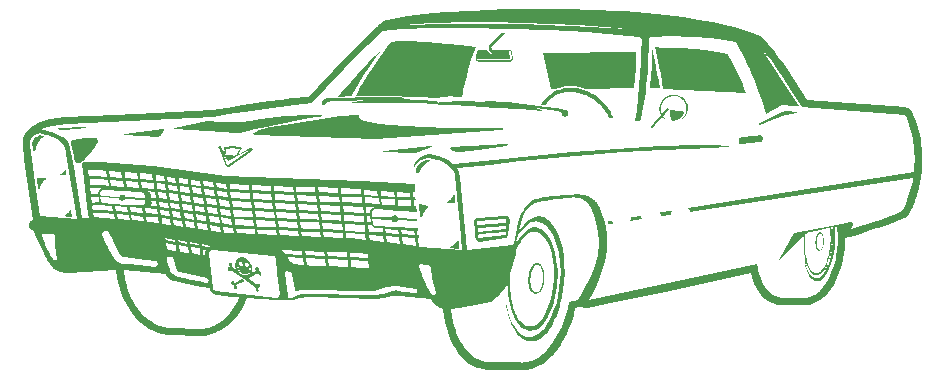
<source format=gbr>
%TF.GenerationSoftware,KiCad,Pcbnew,7.0.8*%
%TF.CreationDate,2024-05-09T09:52:06-04:00*%
%TF.ProjectId,Caddy_SAO,43616464-795f-4534-914f-2e6b69636164,rev?*%
%TF.SameCoordinates,Original*%
%TF.FileFunction,Legend,Top*%
%TF.FilePolarity,Positive*%
%FSLAX46Y46*%
G04 Gerber Fmt 4.6, Leading zero omitted, Abs format (unit mm)*
G04 Created by KiCad (PCBNEW 7.0.8) date 2024-05-09 09:52:06*
%MOMM*%
%LPD*%
G01*
G04 APERTURE LIST*
%ADD10C,0.000000*%
%ADD11R,1.727200X1.727200*%
%ADD12C,1.727200*%
%ADD13O,1.727200X1.727200*%
G04 APERTURE END LIST*
D10*
G36*
X228554779Y-140639996D02*
G01*
X228687073Y-140719372D01*
X228701652Y-140724636D01*
X228715650Y-140730482D01*
X228729105Y-140736871D01*
X228742056Y-140743763D01*
X228754542Y-140751121D01*
X228766602Y-140758905D01*
X228778274Y-140767076D01*
X228789598Y-140775596D01*
X228800611Y-140784426D01*
X228811353Y-140793528D01*
X228821863Y-140802862D01*
X228832179Y-140812389D01*
X228852386Y-140831871D01*
X228872284Y-140851662D01*
X228898743Y-140878124D01*
X228918535Y-140897968D01*
X228938016Y-140917812D01*
X228956878Y-140937656D01*
X228974809Y-140957500D01*
X228983329Y-140967422D01*
X228991500Y-140977344D01*
X228999284Y-140987265D01*
X229006642Y-140997187D01*
X229013534Y-141007109D01*
X229019924Y-141017030D01*
X229025771Y-141026952D01*
X229031036Y-141036873D01*
X229049689Y-141065450D01*
X229066172Y-141091857D01*
X229080796Y-141116404D01*
X229093869Y-141139400D01*
X229105703Y-141161156D01*
X229116606Y-141181981D01*
X229136864Y-141222080D01*
X229136864Y-141248543D01*
X229139268Y-141248619D01*
X229141521Y-141248840D01*
X229143629Y-141249197D01*
X229145597Y-141249680D01*
X229147429Y-141250279D01*
X229149131Y-141250985D01*
X229150706Y-141251787D01*
X229152160Y-141252677D01*
X229153498Y-141253644D01*
X229154725Y-141254679D01*
X229155845Y-141255773D01*
X229156863Y-141256914D01*
X229157784Y-141258095D01*
X229158613Y-141259305D01*
X229159355Y-141260534D01*
X229160015Y-141261772D01*
X229160597Y-141263011D01*
X229161107Y-141264240D01*
X229161927Y-141266630D01*
X229162515Y-141268865D01*
X229162909Y-141270867D01*
X229163148Y-141272560D01*
X229163271Y-141273865D01*
X229163322Y-141275002D01*
X229172056Y-141283785D01*
X229175589Y-141287441D01*
X229178619Y-141290709D01*
X229181183Y-141293667D01*
X229183322Y-141296393D01*
X229184243Y-141297693D01*
X229185072Y-141298964D01*
X229185814Y-141300216D01*
X229186474Y-141301457D01*
X229187056Y-141302699D01*
X229187566Y-141303951D01*
X229188007Y-141305222D01*
X229188386Y-141306522D01*
X229188706Y-141307861D01*
X229188974Y-141309248D01*
X229189368Y-141312207D01*
X229189607Y-141315476D01*
X229189730Y-141319133D01*
X229189781Y-141327919D01*
X229198517Y-141336703D01*
X229202052Y-141340359D01*
X229205082Y-141343627D01*
X229207647Y-141346585D01*
X229209786Y-141349310D01*
X229210708Y-141350610D01*
X229211537Y-141351881D01*
X229212279Y-141353133D01*
X229212939Y-141354374D01*
X229213522Y-141355616D01*
X229214031Y-141356868D01*
X229214473Y-141358139D01*
X229214852Y-141359439D01*
X229215173Y-141360777D01*
X229215440Y-141362164D01*
X229215834Y-141365123D01*
X229216073Y-141368391D01*
X229216196Y-141372048D01*
X229216248Y-141380833D01*
X229216248Y-141566040D01*
X229216250Y-141575963D01*
X229216270Y-141566044D01*
X229220307Y-141610532D01*
X229222517Y-141654676D01*
X229222935Y-141698442D01*
X229221594Y-141741797D01*
X229218528Y-141784705D01*
X229213771Y-141827134D01*
X229207358Y-141869049D01*
X229199322Y-141910417D01*
X229189696Y-141951204D01*
X229178516Y-141991375D01*
X229165814Y-142030897D01*
X229151625Y-142069736D01*
X229135982Y-142107858D01*
X229118920Y-142145229D01*
X229100473Y-142181815D01*
X229080673Y-142217583D01*
X229059556Y-142252497D01*
X229037155Y-142286526D01*
X229013504Y-142319633D01*
X228988637Y-142351786D01*
X228962588Y-142382951D01*
X228935391Y-142413094D01*
X228907080Y-142442180D01*
X228877688Y-142470177D01*
X228847249Y-142497049D01*
X228815798Y-142522764D01*
X228783369Y-142547287D01*
X228749994Y-142570584D01*
X228715709Y-142592621D01*
X228680547Y-142613365D01*
X228644541Y-142632782D01*
X228607727Y-142650837D01*
X228740021Y-142545006D01*
X228788074Y-142503801D01*
X228832988Y-142459689D01*
X228874723Y-142412865D01*
X228913242Y-142363520D01*
X228948504Y-142311851D01*
X228980472Y-142258049D01*
X229009107Y-142202310D01*
X229034370Y-142144826D01*
X229056223Y-142085793D01*
X229074626Y-142025402D01*
X229089540Y-141963849D01*
X229100928Y-141901327D01*
X229108750Y-141838029D01*
X229112968Y-141774150D01*
X229113543Y-141709884D01*
X229110435Y-141645424D01*
X229110435Y-141433758D01*
X229101702Y-141424974D01*
X229098169Y-141421318D01*
X229095139Y-141418050D01*
X229092575Y-141415092D01*
X229090436Y-141412366D01*
X229089515Y-141411066D01*
X229088686Y-141409795D01*
X229087944Y-141408544D01*
X229087284Y-141407302D01*
X229086702Y-141406060D01*
X229086192Y-141404808D01*
X229085751Y-141403537D01*
X229085372Y-141402237D01*
X229085051Y-141400898D01*
X229084784Y-141399511D01*
X229084390Y-141396552D01*
X229084151Y-141393283D01*
X229084028Y-141389627D01*
X229083977Y-141380840D01*
X229075243Y-141372056D01*
X229071710Y-141368401D01*
X229068680Y-141365133D01*
X229066116Y-141362174D01*
X229063978Y-141359449D01*
X229063056Y-141358149D01*
X229062227Y-141356878D01*
X229061485Y-141355627D01*
X229060825Y-141354385D01*
X229060243Y-141353143D01*
X229059734Y-141351892D01*
X229059292Y-141350621D01*
X229058913Y-141349321D01*
X229058593Y-141347982D01*
X229058325Y-141346595D01*
X229057931Y-141343636D01*
X229057692Y-141340368D01*
X229057570Y-141336712D01*
X229057518Y-141327927D01*
X229055114Y-141327851D01*
X229052861Y-141327629D01*
X229050752Y-141327273D01*
X229048785Y-141326790D01*
X229046952Y-141326190D01*
X229045251Y-141325485D01*
X229043676Y-141324682D01*
X229042222Y-141323792D01*
X229040884Y-141322824D01*
X229039657Y-141321789D01*
X229038537Y-141320696D01*
X229037519Y-141319554D01*
X229036598Y-141318373D01*
X229035768Y-141317163D01*
X229035026Y-141315934D01*
X229034367Y-141314695D01*
X229033784Y-141313457D01*
X229033275Y-141312227D01*
X229032455Y-141309837D01*
X229031867Y-141307602D01*
X229031473Y-141305599D01*
X229031234Y-141303906D01*
X229031111Y-141302601D01*
X229031059Y-141301464D01*
X229031059Y-141275005D01*
X229030756Y-141265381D01*
X229029871Y-141256299D01*
X229028443Y-141247682D01*
X229026512Y-141239453D01*
X229024115Y-141231534D01*
X229021292Y-141223847D01*
X229018081Y-141216315D01*
X229014522Y-141208860D01*
X229010652Y-141201406D01*
X229006511Y-141193874D01*
X228997569Y-141178268D01*
X228988007Y-141161422D01*
X228983090Y-141152340D01*
X228978134Y-141142715D01*
X228951675Y-141116253D01*
X228925217Y-141089794D01*
X228898758Y-141063335D01*
X228898681Y-141060855D01*
X228898454Y-141058374D01*
X228898082Y-141055893D01*
X228897569Y-141053412D01*
X228896921Y-141050932D01*
X228896142Y-141048451D01*
X228895237Y-141045970D01*
X228894210Y-141043490D01*
X228891814Y-141038529D01*
X228888991Y-141033568D01*
X228885780Y-141028607D01*
X228882221Y-141023646D01*
X228878352Y-141018685D01*
X228874211Y-141013724D01*
X228869838Y-141008764D01*
X228865271Y-141003803D01*
X228855711Y-140993881D01*
X228845840Y-140983959D01*
X228819374Y-140957500D01*
X228660629Y-140825207D01*
X228528336Y-140745831D01*
X228488230Y-140725987D01*
X228467403Y-140716065D01*
X228445646Y-140706144D01*
X228422650Y-140696222D01*
X228398105Y-140686300D01*
X228371699Y-140676377D01*
X228343124Y-140666454D01*
X228104980Y-140666454D01*
X228010312Y-140666868D01*
X227965923Y-140667850D01*
X227923083Y-140669762D01*
X227881484Y-140672915D01*
X227861052Y-140675053D01*
X227840814Y-140677618D01*
X227820731Y-140680648D01*
X227800764Y-140684182D01*
X227780875Y-140688259D01*
X227761024Y-140692917D01*
X227734566Y-140692917D01*
X227685506Y-140706546D01*
X227637575Y-140722572D01*
X227590817Y-140740915D01*
X227545275Y-140761491D01*
X227500992Y-140784218D01*
X227458013Y-140809014D01*
X227416380Y-140835796D01*
X227376138Y-140864482D01*
X227337330Y-140894989D01*
X227299999Y-140927236D01*
X227264190Y-140961140D01*
X227229946Y-140996618D01*
X227197310Y-141033589D01*
X227166326Y-141071969D01*
X227109488Y-141152629D01*
X227059782Y-141237941D01*
X227017557Y-141327244D01*
X226983160Y-141419881D01*
X226956941Y-141515191D01*
X226947007Y-141563644D01*
X226939248Y-141612518D01*
X226933709Y-141661731D01*
X226930431Y-141711200D01*
X226929460Y-141760845D01*
X226930839Y-141810581D01*
X226934610Y-141860327D01*
X226940819Y-141910000D01*
X227020187Y-142174583D01*
X227443527Y-141698334D01*
X227448638Y-141693604D01*
X227454031Y-141689335D01*
X227459675Y-141685522D01*
X227465542Y-141682159D01*
X227471602Y-141679241D01*
X227477828Y-141676765D01*
X227484189Y-141674724D01*
X227490657Y-141673115D01*
X227497202Y-141671932D01*
X227503796Y-141671170D01*
X227510409Y-141670825D01*
X227517012Y-141670892D01*
X227523577Y-141671366D01*
X227530074Y-141672242D01*
X227536474Y-141673515D01*
X227542747Y-141675180D01*
X227548866Y-141677234D01*
X227554801Y-141679670D01*
X227560523Y-141682483D01*
X227566002Y-141685670D01*
X227571210Y-141689225D01*
X227576118Y-141693144D01*
X227580696Y-141697421D01*
X227584916Y-141702051D01*
X227588748Y-141707031D01*
X227592164Y-141712354D01*
X227595134Y-141718017D01*
X227597629Y-141724014D01*
X227599620Y-141730340D01*
X227601078Y-141736991D01*
X227601974Y-141743962D01*
X227602280Y-141751247D01*
X227605644Y-141755170D01*
X227605942Y-141761854D01*
X227603363Y-141771115D01*
X227598094Y-141782770D01*
X227580246Y-141812523D01*
X227553911Y-141849639D01*
X227520599Y-141892647D01*
X227481822Y-141940073D01*
X227393921Y-142042288D01*
X227302299Y-142144504D01*
X227219048Y-142234938D01*
X227126030Y-142333332D01*
X227141525Y-142362780D01*
X227158222Y-142391570D01*
X227176082Y-142419662D01*
X227195066Y-142447018D01*
X227215136Y-142473598D01*
X227236252Y-142499365D01*
X227258376Y-142524280D01*
X227281468Y-142548303D01*
X227305492Y-142571396D01*
X227330406Y-142593520D01*
X227356174Y-142614636D01*
X227382755Y-142634706D01*
X227410111Y-142653691D01*
X227438204Y-142671552D01*
X227466995Y-142688250D01*
X227496445Y-142703747D01*
X227462331Y-142688263D01*
X227429419Y-142671655D01*
X227397670Y-142654040D01*
X227367045Y-142635533D01*
X227337505Y-142616251D01*
X227309012Y-142596310D01*
X227281526Y-142575827D01*
X227255010Y-142554917D01*
X227229423Y-142533697D01*
X227204729Y-142512284D01*
X227180887Y-142490793D01*
X227157859Y-142469341D01*
X227114090Y-142427018D01*
X227073112Y-142386246D01*
X226438110Y-143100620D01*
X226252899Y-143312290D01*
X226247788Y-143317019D01*
X226242396Y-143321288D01*
X226236752Y-143325101D01*
X226230885Y-143328464D01*
X226224824Y-143331381D01*
X226218598Y-143333858D01*
X226212237Y-143335898D01*
X226205770Y-143337507D01*
X226199224Y-143338690D01*
X226192631Y-143339451D01*
X226186018Y-143339796D01*
X226179414Y-143339729D01*
X226172850Y-143339255D01*
X226166353Y-143338379D01*
X226159953Y-143337106D01*
X226153679Y-143335440D01*
X226147560Y-143333387D01*
X226141625Y-143330951D01*
X226135904Y-143328137D01*
X226130424Y-143324950D01*
X226125216Y-143321395D01*
X226120308Y-143317477D01*
X226115730Y-143313200D01*
X226111510Y-143308569D01*
X226107678Y-143303589D01*
X226104263Y-143298266D01*
X226101293Y-143292603D01*
X226098798Y-143286606D01*
X226096806Y-143280280D01*
X226095348Y-143273629D01*
X226094452Y-143266658D01*
X226094147Y-143259373D01*
X226094375Y-143256740D01*
X226095045Y-143253817D01*
X226096131Y-143250623D01*
X226097609Y-143247177D01*
X226101646Y-143239607D01*
X226106963Y-143231261D01*
X226113364Y-143222295D01*
X226120657Y-143212864D01*
X226128648Y-143203124D01*
X226137142Y-143193228D01*
X226154867Y-143173591D01*
X226172283Y-143155195D01*
X226199982Y-143127083D01*
X226358734Y-142941872D01*
X226967270Y-142253956D01*
X226932450Y-142193756D01*
X226902339Y-142132335D01*
X226876840Y-142069868D01*
X226855856Y-142006528D01*
X226839290Y-141942492D01*
X226827046Y-141877931D01*
X226819026Y-141813023D01*
X226815134Y-141747939D01*
X226815273Y-141682856D01*
X226819345Y-141617947D01*
X226827255Y-141553387D01*
X226838904Y-141489350D01*
X226854197Y-141426011D01*
X226873036Y-141363544D01*
X226895324Y-141302123D01*
X226920965Y-141241923D01*
X226949862Y-141183119D01*
X226981917Y-141125884D01*
X227017034Y-141070393D01*
X227055116Y-141016821D01*
X227096066Y-140965341D01*
X227139788Y-140916129D01*
X227186183Y-140869359D01*
X227235156Y-140825204D01*
X227286610Y-140783840D01*
X227340447Y-140745441D01*
X227396570Y-140710182D01*
X227454884Y-140678236D01*
X227515291Y-140649778D01*
X227577693Y-140624983D01*
X227641995Y-140604025D01*
X227708099Y-140587078D01*
X227734558Y-140587078D01*
X227783031Y-140578345D01*
X227829644Y-140571782D01*
X227875016Y-140567079D01*
X227919768Y-140563927D01*
X227964520Y-140562015D01*
X228009891Y-140561033D01*
X228104973Y-140560619D01*
X228343117Y-140560619D01*
X228554779Y-140639996D01*
G37*
G36*
X218356385Y-133290963D02*
G01*
X219561387Y-133309570D01*
X220714233Y-133339610D01*
X221815817Y-133380289D01*
X222867035Y-133430812D01*
X223868785Y-133490385D01*
X224821963Y-133558214D01*
X225727463Y-133633503D01*
X226586184Y-133715459D01*
X227399021Y-133803286D01*
X228166871Y-133896191D01*
X228890629Y-133993378D01*
X230209457Y-134197422D01*
X231362675Y-134409063D01*
X232357453Y-134621944D01*
X233200961Y-134829709D01*
X233900369Y-135026001D01*
X234462848Y-135204466D01*
X234895567Y-135358746D01*
X235205697Y-135482484D01*
X235486870Y-135612915D01*
X235766860Y-135906651D01*
X236049990Y-136228951D01*
X236334437Y-136574893D01*
X236618381Y-136939554D01*
X236899998Y-137318013D01*
X237177469Y-137705348D01*
X237712682Y-138486954D01*
X239323334Y-140983959D01*
X247684166Y-141618957D01*
X247723530Y-141624848D01*
X247762196Y-141632599D01*
X247800087Y-141642211D01*
X247837126Y-141653682D01*
X247873235Y-141667015D01*
X247908336Y-141682207D01*
X247942352Y-141699261D01*
X247975205Y-141718174D01*
X248006819Y-141738948D01*
X248037114Y-141761582D01*
X248051744Y-141773597D01*
X248066015Y-141786077D01*
X248079917Y-141799022D01*
X248093442Y-141812432D01*
X248106579Y-141826307D01*
X248119319Y-141840647D01*
X248131652Y-141855452D01*
X248143569Y-141870723D01*
X248155059Y-141886458D01*
X248166113Y-141902659D01*
X248176721Y-141919324D01*
X248186874Y-141936455D01*
X248338597Y-142238659D01*
X248483136Y-142580602D01*
X248646590Y-143044398D01*
X248729112Y-143320732D01*
X248808805Y-143626017D01*
X248883150Y-143959750D01*
X248949627Y-144321427D01*
X249005718Y-144710544D01*
X249048903Y-145126598D01*
X249076663Y-145569084D01*
X249086479Y-146037498D01*
X249086066Y-146231801D01*
X249083172Y-146421143D01*
X249080020Y-146515503D01*
X249075317Y-146610484D01*
X249068754Y-146706705D01*
X249060020Y-146804787D01*
X249055421Y-146896925D01*
X249043070Y-147025961D01*
X249025138Y-147179182D01*
X249003796Y-147343874D01*
X248959560Y-147656827D01*
X248927727Y-147863121D01*
X248881011Y-148097461D01*
X248830574Y-148323972D01*
X248777037Y-148542266D01*
X248721019Y-148751956D01*
X248663141Y-148952655D01*
X248604023Y-149143974D01*
X248544285Y-149325527D01*
X248484547Y-149496925D01*
X248425429Y-149657781D01*
X248367551Y-149807707D01*
X248257996Y-150073221D01*
X248160844Y-150290365D01*
X248081055Y-150456039D01*
X248055623Y-150500358D01*
X248028912Y-150543941D01*
X248000884Y-150586671D01*
X247971499Y-150628432D01*
X247940719Y-150669108D01*
X247908505Y-150708583D01*
X247874818Y-150746740D01*
X247839620Y-150783463D01*
X247802871Y-150818635D01*
X247764534Y-150852141D01*
X247724568Y-150883864D01*
X247682937Y-150913688D01*
X247639600Y-150941496D01*
X247594519Y-150967172D01*
X247547655Y-150990601D01*
X247498970Y-151011665D01*
X246944532Y-151237439D01*
X246312890Y-151473445D01*
X245633500Y-151712551D01*
X244935817Y-151947627D01*
X243603391Y-152377162D01*
X242551254Y-152704998D01*
X242539995Y-153135417D01*
X242505831Y-153579827D01*
X242448180Y-154032997D01*
X242366461Y-154489693D01*
X242260092Y-154944685D01*
X242197482Y-155169906D01*
X242128492Y-155392739D01*
X242053049Y-155612529D01*
X241971080Y-155828623D01*
X241882513Y-156040366D01*
X241787274Y-156247105D01*
X241685292Y-156448185D01*
X241576494Y-156642953D01*
X241460806Y-156830754D01*
X241338156Y-157010935D01*
X241208472Y-157182840D01*
X241071681Y-157345817D01*
X240927710Y-157499212D01*
X240776487Y-157642369D01*
X240617939Y-157774636D01*
X240451992Y-157895358D01*
X240278575Y-158003881D01*
X240097615Y-158099551D01*
X239909039Y-158181714D01*
X239712775Y-158249716D01*
X239508750Y-158302904D01*
X239296890Y-158340622D01*
X239178962Y-158349355D01*
X238933910Y-158355918D01*
X238238549Y-158363773D01*
X237259590Y-158367081D01*
X237141387Y-158361816D01*
X237024933Y-158351009D01*
X236910272Y-158334699D01*
X236797447Y-158312924D01*
X236686501Y-158285722D01*
X236577479Y-158253134D01*
X236470424Y-158215197D01*
X236365380Y-158171950D01*
X236262390Y-158123433D01*
X236161497Y-158069683D01*
X236062746Y-158010739D01*
X235966180Y-157946641D01*
X235871842Y-157877427D01*
X235779776Y-157803136D01*
X235602636Y-157639476D01*
X235435108Y-157455973D01*
X235277540Y-157252937D01*
X235130282Y-157030676D01*
X234993681Y-156789502D01*
X234868088Y-156529725D01*
X234753850Y-156251654D01*
X234651317Y-155955600D01*
X234560837Y-155641872D01*
X227701515Y-157120234D01*
X223071307Y-158116142D01*
X220802506Y-158578751D01*
X220008759Y-158552288D01*
X219717712Y-158605206D01*
X219566584Y-159192495D01*
X219391736Y-159752732D01*
X219194255Y-160284289D01*
X219087365Y-160538804D01*
X218975224Y-160785538D01*
X218857967Y-161024288D01*
X218735729Y-161254850D01*
X218608647Y-161477022D01*
X218476856Y-161690599D01*
X218340491Y-161895378D01*
X218199689Y-162091156D01*
X218054585Y-162277729D01*
X217905314Y-162454894D01*
X217752013Y-162622446D01*
X217594817Y-162780184D01*
X217433861Y-162927903D01*
X217269281Y-163065399D01*
X217101213Y-163192470D01*
X216929793Y-163308912D01*
X216755155Y-163414520D01*
X216577437Y-163509093D01*
X216396773Y-163592426D01*
X216213299Y-163664316D01*
X216027150Y-163724560D01*
X215838464Y-163772953D01*
X215647374Y-163809293D01*
X215454017Y-163833375D01*
X215258528Y-163844998D01*
X215061043Y-163843956D01*
X212441673Y-163817497D01*
X212224614Y-163810977D01*
X212014890Y-163791691D01*
X211812394Y-163760052D01*
X211617020Y-163716470D01*
X211428661Y-163661358D01*
X211247210Y-163595127D01*
X211072562Y-163518190D01*
X210904608Y-163430957D01*
X210743244Y-163333842D01*
X210588361Y-163227255D01*
X210439854Y-163111609D01*
X210297616Y-162987315D01*
X210161541Y-162854785D01*
X210031521Y-162714431D01*
X209789223Y-162411898D01*
X209569870Y-162083010D01*
X209372608Y-161731061D01*
X209196585Y-161359346D01*
X209040948Y-160971159D01*
X208904846Y-160569795D01*
X208787424Y-160158547D01*
X208687831Y-159740711D01*
X208605213Y-159319580D01*
X208499382Y-158658123D01*
X208499345Y-158658115D01*
X209160828Y-158658115D01*
X209193366Y-158905833D01*
X209231379Y-159147853D01*
X209274760Y-159384060D01*
X209323402Y-159614337D01*
X209377199Y-159838568D01*
X209436044Y-160056636D01*
X209499831Y-160268426D01*
X209568452Y-160473820D01*
X209641802Y-160672704D01*
X209719774Y-160864959D01*
X209802261Y-161050471D01*
X209889156Y-161229123D01*
X209980354Y-161400799D01*
X210075747Y-161565382D01*
X210175229Y-161722757D01*
X210278693Y-161872806D01*
X210386033Y-162015413D01*
X210497142Y-162150463D01*
X210611914Y-162277839D01*
X210730242Y-162397425D01*
X210852019Y-162509104D01*
X210977139Y-162612761D01*
X211105495Y-162708279D01*
X211236981Y-162795541D01*
X211371490Y-162874431D01*
X211508915Y-162944834D01*
X211649150Y-163006633D01*
X211792089Y-163059711D01*
X211937624Y-163103953D01*
X212085649Y-163139242D01*
X212236058Y-163165461D01*
X212388744Y-163182495D01*
X215061035Y-163208954D01*
X215231771Y-163214579D01*
X215401558Y-163206828D01*
X215570221Y-163185968D01*
X215737585Y-163152264D01*
X215903476Y-163105984D01*
X216067721Y-163047394D01*
X216230143Y-162976759D01*
X216390570Y-162894347D01*
X216548826Y-162800425D01*
X216704737Y-162695258D01*
X217008828Y-162452256D01*
X217301446Y-162167474D01*
X217581197Y-161843043D01*
X217846685Y-161481095D01*
X218096514Y-161083762D01*
X218329291Y-160653174D01*
X218543619Y-160191465D01*
X218738102Y-159700765D01*
X218911347Y-159183206D01*
X219061957Y-158640920D01*
X219188538Y-158076038D01*
X219955826Y-157890831D01*
X220286559Y-157288903D01*
X220558586Y-156796944D01*
X220776039Y-156409164D01*
X220885178Y-156210417D01*
X221038966Y-155900669D01*
X221215078Y-155492942D01*
X221304530Y-155256405D01*
X221391191Y-155000258D01*
X221472270Y-154726127D01*
X221544979Y-154435641D01*
X221606525Y-154130426D01*
X221654118Y-153812112D01*
X221684968Y-153482325D01*
X221696285Y-153142694D01*
X221685277Y-152794847D01*
X221649155Y-152440411D01*
X221626302Y-152265967D01*
X221602451Y-152099682D01*
X221577690Y-151941342D01*
X221552105Y-151790735D01*
X221525784Y-151647646D01*
X221498813Y-151511863D01*
X221471281Y-151383172D01*
X221443274Y-151261361D01*
X221414879Y-151146216D01*
X221386184Y-151037525D01*
X221357276Y-150935073D01*
X221328242Y-150838648D01*
X221299169Y-150748036D01*
X221270144Y-150663025D01*
X221241255Y-150583401D01*
X221212589Y-150508952D01*
X221184233Y-150439463D01*
X221156275Y-150374722D01*
X221101898Y-150258631D01*
X221050157Y-150158972D01*
X221001749Y-150074042D01*
X220957371Y-150002134D01*
X220917722Y-149941543D01*
X220855400Y-149847492D01*
X220827475Y-149805486D01*
X220793233Y-149759487D01*
X220752557Y-149710466D01*
X220705331Y-149659390D01*
X220651439Y-149607229D01*
X220590764Y-149554952D01*
X220523191Y-149503527D01*
X220448603Y-149453924D01*
X220366883Y-149407111D01*
X220277916Y-149364058D01*
X220181585Y-149325733D01*
X220077774Y-149293106D01*
X219966367Y-149267145D01*
X219907778Y-149256967D01*
X219847247Y-149248819D01*
X219784758Y-149242822D01*
X219720298Y-149239097D01*
X219653851Y-149237766D01*
X219585403Y-149238949D01*
X219257309Y-149258120D01*
X218865652Y-149293104D01*
X218436169Y-149339871D01*
X217994595Y-149394390D01*
X217566663Y-149452630D01*
X217178108Y-149510559D01*
X216854666Y-149564147D01*
X216622070Y-149609364D01*
X216535403Y-149632340D01*
X216444665Y-149661711D01*
X216350750Y-149697671D01*
X216254548Y-149740414D01*
X216156950Y-149790133D01*
X216058849Y-149847022D01*
X215961135Y-149911276D01*
X215864700Y-149983087D01*
X215770436Y-150062649D01*
X215679234Y-150150157D01*
X215591984Y-150245803D01*
X215550121Y-150296740D01*
X215509580Y-150349783D01*
X215470473Y-150404958D01*
X215432912Y-150462289D01*
X215397007Y-150521800D01*
X215362871Y-150583516D01*
X215330615Y-150647460D01*
X215300350Y-150713657D01*
X215272187Y-150782130D01*
X215246239Y-150852905D01*
X215097408Y-151391994D01*
X215011831Y-151719829D01*
X214969507Y-151892893D01*
X214928734Y-152069988D01*
X215136256Y-151787546D01*
X215341855Y-151544608D01*
X215545158Y-151339903D01*
X215745791Y-151172163D01*
X215943382Y-151040119D01*
X216137557Y-150942501D01*
X216327944Y-150878039D01*
X216514169Y-150845466D01*
X216695859Y-150843510D01*
X216872642Y-150870904D01*
X217044144Y-150926377D01*
X217209993Y-151008661D01*
X217369814Y-151116485D01*
X217523236Y-151248582D01*
X217669885Y-151403680D01*
X217809388Y-151580513D01*
X217941372Y-151777808D01*
X218065465Y-151994299D01*
X218288481Y-152479786D01*
X218475453Y-153026820D01*
X218623396Y-153625246D01*
X218729327Y-154264910D01*
X218790260Y-154935657D01*
X218803212Y-155627334D01*
X218765198Y-156329784D01*
X218739259Y-156616636D01*
X218706208Y-156901294D01*
X218666220Y-157183112D01*
X218619469Y-157461447D01*
X218566129Y-157735654D01*
X218506375Y-158005090D01*
X218440380Y-158269108D01*
X218368321Y-158527067D01*
X218290370Y-158778320D01*
X218206702Y-159022224D01*
X218117493Y-159258134D01*
X218022915Y-159485406D01*
X217923144Y-159703396D01*
X217818354Y-159911459D01*
X217708719Y-160108951D01*
X217594414Y-160295227D01*
X217475613Y-160469644D01*
X217352491Y-160631556D01*
X217225221Y-160780321D01*
X217093979Y-160915292D01*
X216958939Y-161035827D01*
X216820275Y-161141280D01*
X216678162Y-161231007D01*
X216532774Y-161304364D01*
X216384285Y-161360706D01*
X216232870Y-161399390D01*
X216078703Y-161419771D01*
X215921959Y-161421204D01*
X215762812Y-161403045D01*
X215601437Y-161364650D01*
X215438007Y-161305375D01*
X215272697Y-161224575D01*
X215233617Y-161199163D01*
X215195699Y-161172588D01*
X215158866Y-161144928D01*
X215123041Y-161116260D01*
X215088147Y-161086662D01*
X215054105Y-161056212D01*
X215020839Y-161024987D01*
X214988270Y-160993063D01*
X214956321Y-160960520D01*
X214924915Y-160927434D01*
X214863420Y-160859945D01*
X214803165Y-160791216D01*
X214743530Y-160721867D01*
X214652334Y-160595725D01*
X214567107Y-160465552D01*
X214487615Y-160331659D01*
X214413627Y-160194355D01*
X214344910Y-160053950D01*
X214281232Y-159910755D01*
X214222359Y-159765079D01*
X214168060Y-159617233D01*
X214118101Y-159467527D01*
X214072251Y-159316270D01*
X214030277Y-159163773D01*
X213991946Y-159010346D01*
X213925283Y-158701941D01*
X213870403Y-158393536D01*
X213868077Y-158388655D01*
X213866050Y-158383943D01*
X213864314Y-158379416D01*
X213862860Y-158375087D01*
X213861676Y-158370971D01*
X213860754Y-158367083D01*
X213860084Y-158363438D01*
X213859656Y-158360049D01*
X213859461Y-158356931D01*
X213859488Y-158354099D01*
X213859729Y-158351568D01*
X213860173Y-158349352D01*
X213860811Y-158347465D01*
X213861633Y-158345922D01*
X213862629Y-158344737D01*
X213863790Y-158343925D01*
X213865106Y-158343502D01*
X213866568Y-158343480D01*
X213868165Y-158343875D01*
X213869888Y-158344701D01*
X213871727Y-158345972D01*
X213873673Y-158347704D01*
X213875715Y-158349911D01*
X213877845Y-158352607D01*
X213880053Y-158355807D01*
X213882328Y-158359526D01*
X213884662Y-158363777D01*
X213887044Y-158368575D01*
X213889464Y-158373936D01*
X213891914Y-158379873D01*
X213894383Y-158386402D01*
X213896862Y-158393536D01*
X213939133Y-158600655D01*
X213986985Y-158805294D01*
X214041039Y-159007452D01*
X214101914Y-159207130D01*
X214170231Y-159404327D01*
X214207374Y-159501995D01*
X214246610Y-159599043D01*
X214288016Y-159695471D01*
X214331670Y-159791279D01*
X214377650Y-159886466D01*
X214426033Y-159981033D01*
X214583548Y-160224371D01*
X214743267Y-160434184D01*
X214904760Y-160611518D01*
X215067595Y-160757420D01*
X215231340Y-160872936D01*
X215395565Y-160959113D01*
X215559839Y-161016997D01*
X215723730Y-161047635D01*
X215886807Y-161052073D01*
X216048640Y-161031357D01*
X216208795Y-160986534D01*
X216366844Y-160918651D01*
X216522354Y-160828753D01*
X216674894Y-160717887D01*
X216824033Y-160587101D01*
X216969340Y-160437439D01*
X217110384Y-160269950D01*
X217246733Y-160085678D01*
X217503624Y-159670975D01*
X217736562Y-159201701D01*
X217942099Y-158686229D01*
X218116785Y-158132929D01*
X218257170Y-157550174D01*
X218359806Y-156946335D01*
X218421242Y-156329784D01*
X218444937Y-156016680D01*
X218456706Y-155703279D01*
X218456866Y-155390838D01*
X218445738Y-155080611D01*
X218423642Y-154773852D01*
X218390897Y-154471817D01*
X218347823Y-154175761D01*
X218294740Y-153886937D01*
X218231968Y-153606601D01*
X218159826Y-153336008D01*
X218078634Y-153076412D01*
X217988713Y-152829069D01*
X217890381Y-152595232D01*
X217783958Y-152376157D01*
X217669764Y-152173099D01*
X217548120Y-151987311D01*
X217419344Y-151820050D01*
X217283756Y-151672570D01*
X217141676Y-151546125D01*
X216993425Y-151441970D01*
X216839321Y-151361360D01*
X216679685Y-151305550D01*
X216514835Y-151275795D01*
X216345093Y-151273349D01*
X216170777Y-151299468D01*
X215992208Y-151355405D01*
X215809705Y-151442416D01*
X215623588Y-151561755D01*
X215434176Y-151714678D01*
X215241790Y-151902439D01*
X215046749Y-152126292D01*
X214849373Y-152387493D01*
X214637703Y-153313534D01*
X214797682Y-153007172D01*
X214959769Y-152737258D01*
X215123435Y-152502718D01*
X215288153Y-152302484D01*
X215453394Y-152135485D01*
X215618630Y-152000649D01*
X215783333Y-151896906D01*
X215946975Y-151823185D01*
X216109028Y-151778417D01*
X216268964Y-151761529D01*
X216426255Y-151771452D01*
X216580372Y-151807114D01*
X216730788Y-151867445D01*
X216876975Y-151951375D01*
X217018405Y-152057833D01*
X217154549Y-152185747D01*
X217284879Y-152334048D01*
X217408868Y-152501665D01*
X217525986Y-152687526D01*
X217635708Y-152890562D01*
X217737503Y-153109702D01*
X217830844Y-153343874D01*
X217915203Y-153592009D01*
X217990052Y-153853035D01*
X218109108Y-154409481D01*
X218183786Y-155004645D01*
X218203164Y-155314070D01*
X218209863Y-155629962D01*
X218203355Y-155951251D01*
X218183113Y-156276867D01*
X218136278Y-156775108D01*
X218071053Y-157242829D01*
X217988736Y-157679892D01*
X217890625Y-158086162D01*
X217778019Y-158461504D01*
X217652216Y-158805783D01*
X217514515Y-159118861D01*
X217366213Y-159400604D01*
X217208610Y-159650876D01*
X217043004Y-159869542D01*
X216870692Y-160056465D01*
X216692974Y-160211511D01*
X216511147Y-160334543D01*
X216326511Y-160425426D01*
X216140363Y-160484024D01*
X215954001Y-160510201D01*
X215768725Y-160503822D01*
X215585833Y-160464752D01*
X215406623Y-160392854D01*
X215232392Y-160287993D01*
X215064441Y-160150033D01*
X214904066Y-159978838D01*
X214752567Y-159774274D01*
X214611242Y-159536204D01*
X214481389Y-159264493D01*
X214364306Y-158959004D01*
X214261293Y-158619603D01*
X214173646Y-158246154D01*
X214102666Y-157838521D01*
X214049649Y-157396568D01*
X214015894Y-156920160D01*
X214002701Y-156409161D01*
X213972936Y-156467503D01*
X213943171Y-156523675D01*
X213913405Y-156577987D01*
X213883640Y-156630749D01*
X213824108Y-156732861D01*
X213764576Y-156832493D01*
X213714451Y-156908375D01*
X213663406Y-156982218D01*
X213611606Y-157053998D01*
X213559214Y-157123689D01*
X213506395Y-157191268D01*
X213453316Y-157256710D01*
X213347030Y-157381089D01*
X213241675Y-157496631D01*
X213138567Y-157603143D01*
X213039026Y-157700430D01*
X212944367Y-157788300D01*
X212855910Y-157866557D01*
X212774972Y-157935009D01*
X212702871Y-157993462D01*
X212640923Y-158041722D01*
X212552764Y-158106886D01*
X212521034Y-158128952D01*
X210801244Y-158413378D01*
X209857012Y-158560552D01*
X209160828Y-158658115D01*
X208499345Y-158658115D01*
X208459853Y-158649914D01*
X208420653Y-158640198D01*
X208381801Y-158629018D01*
X208343318Y-158616420D01*
X208267535Y-158587138D01*
X208193456Y-158552702D01*
X208121238Y-158513460D01*
X208051036Y-158469761D01*
X207983004Y-158421954D01*
X207917297Y-158370387D01*
X207854071Y-158315410D01*
X207793481Y-158257371D01*
X207735681Y-158196618D01*
X207680827Y-158133502D01*
X207629073Y-158068371D01*
X207580575Y-158001573D01*
X207535487Y-157933457D01*
X207493965Y-157864372D01*
X204821671Y-157573326D01*
X204239590Y-157573326D01*
X204062960Y-157607432D01*
X203873307Y-157647739D01*
X203472298Y-157732075D01*
X203269622Y-157768662D01*
X203169641Y-157783933D01*
X203071288Y-157796568D01*
X202975105Y-157806102D01*
X202881636Y-157812071D01*
X202791421Y-157814009D01*
X202705006Y-157811451D01*
X197492714Y-157679161D01*
X197240948Y-157677093D01*
X197096925Y-157677765D01*
X196947012Y-157682466D01*
X196871299Y-157687007D01*
X196795858Y-157693370D01*
X196721270Y-157701825D01*
X196648115Y-157712645D01*
X196576976Y-157726100D01*
X196508434Y-157742462D01*
X196443070Y-157762002D01*
X196381466Y-157784992D01*
X196088828Y-157842825D01*
X195813903Y-157887984D01*
X195553318Y-157921438D01*
X195303701Y-157944156D01*
X195061681Y-157957108D01*
X194823885Y-157961262D01*
X194586942Y-157957586D01*
X194347480Y-157947051D01*
X191936462Y-157732075D01*
X191671883Y-158340618D01*
X191501169Y-158640664D01*
X191316968Y-158925285D01*
X191120055Y-159193937D01*
X190911204Y-159446080D01*
X190691191Y-159681168D01*
X190460791Y-159898662D01*
X190220780Y-160098016D01*
X189971931Y-160278690D01*
X189715022Y-160440140D01*
X189450826Y-160581824D01*
X189180119Y-160703199D01*
X188903676Y-160803722D01*
X188622272Y-160882852D01*
X188336682Y-160940045D01*
X188047682Y-160974758D01*
X187756046Y-160986450D01*
X187729588Y-160986450D01*
X185560005Y-160880619D01*
X185328805Y-160873486D01*
X185101635Y-160852391D01*
X184878650Y-160817789D01*
X184660007Y-160770135D01*
X184445860Y-160709885D01*
X184236363Y-160637494D01*
X184031673Y-160553418D01*
X183831943Y-160458113D01*
X183637330Y-160352032D01*
X183447987Y-160235633D01*
X183264070Y-160109369D01*
X183085735Y-159973698D01*
X182913135Y-159829073D01*
X182746427Y-159675951D01*
X182431304Y-159346036D01*
X182141606Y-158987595D01*
X181878573Y-158604273D01*
X181643445Y-158199711D01*
X181437463Y-157777553D01*
X181261867Y-157341443D01*
X181117896Y-156895023D01*
X181006792Y-156441937D01*
X180929794Y-155985828D01*
X180853726Y-155377289D01*
X181511873Y-155377289D01*
X181536177Y-155633504D01*
X181569260Y-155886018D01*
X181610908Y-156134540D01*
X181660909Y-156378779D01*
X181719048Y-156618445D01*
X181785113Y-156853247D01*
X181858891Y-157082894D01*
X181940168Y-157307096D01*
X182028732Y-157525561D01*
X182124369Y-157738000D01*
X182226866Y-157944121D01*
X182336010Y-158143634D01*
X182451588Y-158336249D01*
X182573386Y-158521674D01*
X182701191Y-158699618D01*
X182834791Y-158869792D01*
X182973972Y-159031904D01*
X183118520Y-159185664D01*
X183268224Y-159330781D01*
X183422869Y-159466965D01*
X183582242Y-159593924D01*
X183746130Y-159711369D01*
X183914321Y-159819007D01*
X184086600Y-159916550D01*
X184262756Y-160003705D01*
X184442573Y-160080183D01*
X184625841Y-160145693D01*
X184812344Y-160199943D01*
X185001870Y-160242644D01*
X185194207Y-160273505D01*
X185389140Y-160292234D01*
X185586456Y-160298542D01*
X187756039Y-160404373D01*
X187894465Y-160401212D01*
X188031875Y-160391796D01*
X188168179Y-160376228D01*
X188303292Y-160354609D01*
X188437126Y-160327040D01*
X188569594Y-160293624D01*
X188700608Y-160254462D01*
X188830082Y-160209656D01*
X188957928Y-160159308D01*
X189084059Y-160103519D01*
X189208387Y-160042391D01*
X189330827Y-159976027D01*
X189569688Y-159827993D01*
X189799945Y-159660232D01*
X190020901Y-159473557D01*
X190231857Y-159268782D01*
X190432116Y-159046722D01*
X190620981Y-158808190D01*
X190797753Y-158553999D01*
X190961735Y-158284965D01*
X191112230Y-158001901D01*
X191248539Y-157705620D01*
X190624287Y-157646915D01*
X190084371Y-157593172D01*
X189396454Y-157520412D01*
X189376914Y-157519812D01*
X189357956Y-157518087D01*
X189339540Y-157515355D01*
X189321627Y-157511731D01*
X189304180Y-157507332D01*
X189287159Y-157502274D01*
X189270526Y-157496673D01*
X189254241Y-157490646D01*
X189222564Y-157477779D01*
X189191816Y-157464601D01*
X189161688Y-157452043D01*
X189146760Y-157446288D01*
X189131870Y-157441036D01*
X189102874Y-157423299D01*
X189075388Y-157404869D01*
X189049376Y-157385829D01*
X189024798Y-157366261D01*
X189001614Y-157346247D01*
X188979788Y-157325869D01*
X188959279Y-157305211D01*
X188940049Y-157284354D01*
X188922059Y-157263380D01*
X188905271Y-157242373D01*
X188889645Y-157221414D01*
X188875144Y-157200586D01*
X188861727Y-157179971D01*
X188849357Y-157159652D01*
X188827601Y-157120229D01*
X188809566Y-157082977D01*
X188794942Y-157048554D01*
X188783418Y-157017619D01*
X188774685Y-156990831D01*
X188768432Y-156968849D01*
X188764349Y-156952332D01*
X188761456Y-156938328D01*
X187560909Y-156693589D01*
X185824581Y-156329788D01*
X185759528Y-156314151D01*
X185698239Y-156297090D01*
X185640603Y-156278731D01*
X185586508Y-156259199D01*
X185535843Y-156238620D01*
X185488497Y-156217121D01*
X185444358Y-156194828D01*
X185403315Y-156171865D01*
X185365256Y-156148361D01*
X185330070Y-156124439D01*
X185297646Y-156100227D01*
X185267871Y-156075850D01*
X185240635Y-156051435D01*
X185215826Y-156027106D01*
X185193333Y-156002991D01*
X185173045Y-155979215D01*
X185154849Y-155955904D01*
X185138635Y-155933184D01*
X185124290Y-155911181D01*
X185111705Y-155890021D01*
X185100766Y-155869830D01*
X185091363Y-155850734D01*
X185076720Y-155816330D01*
X185066882Y-155787818D01*
X185060958Y-155766204D01*
X185057289Y-155747704D01*
X181511873Y-155377289D01*
X180853726Y-155377289D01*
X180850418Y-155350830D01*
X176828753Y-155615414D01*
X176695398Y-155619192D01*
X176568071Y-155615872D01*
X176446596Y-155605800D01*
X176330799Y-155589317D01*
X176220505Y-155566770D01*
X176115540Y-155538500D01*
X176015731Y-155504853D01*
X175920901Y-155466173D01*
X175830878Y-155422803D01*
X175745486Y-155375087D01*
X175664551Y-155323369D01*
X175587898Y-155267994D01*
X175515354Y-155209305D01*
X175446744Y-155147646D01*
X175381894Y-155083362D01*
X175320628Y-155016795D01*
X175208154Y-154878193D01*
X175107928Y-154734590D01*
X175018554Y-154588740D01*
X174938636Y-154443393D01*
X174801590Y-154165219D01*
X174685629Y-153922081D01*
X174206071Y-152900129D01*
X173983011Y-152427445D01*
X174548217Y-152427445D01*
X174548617Y-152437217D01*
X174549593Y-152447062D01*
X174551160Y-152456956D01*
X174553333Y-152466873D01*
X174627715Y-152683359D01*
X174701903Y-152886589D01*
X174775703Y-153076952D01*
X174848922Y-153254835D01*
X174921366Y-153420625D01*
X174992841Y-153574711D01*
X175063153Y-153717480D01*
X175132109Y-153849319D01*
X175199514Y-153970617D01*
X175265176Y-154081760D01*
X175328899Y-154183136D01*
X175390491Y-154275133D01*
X175449757Y-154358138D01*
X175506504Y-154432539D01*
X175560538Y-154498724D01*
X175611666Y-154557079D01*
X175619407Y-154566387D01*
X175627711Y-154574488D01*
X175636519Y-154581417D01*
X175645772Y-154587207D01*
X175655413Y-154591893D01*
X175665383Y-154595508D01*
X175675625Y-154598086D01*
X175686079Y-154599661D01*
X175696689Y-154600268D01*
X175707396Y-154599939D01*
X175718142Y-154598710D01*
X175728868Y-154596613D01*
X175739516Y-154593682D01*
X175750029Y-154589953D01*
X175760348Y-154585458D01*
X175770416Y-154580231D01*
X175780173Y-154574307D01*
X175789562Y-154567719D01*
X175798524Y-154560501D01*
X175807002Y-154552688D01*
X175814938Y-154544312D01*
X175822273Y-154535408D01*
X175828949Y-154526011D01*
X175834908Y-154516153D01*
X175840092Y-154505868D01*
X175844442Y-154495191D01*
X175847901Y-154484156D01*
X175850411Y-154472796D01*
X175851913Y-154461146D01*
X175852349Y-154449239D01*
X175851661Y-154437108D01*
X175849791Y-154424789D01*
X175812235Y-154279843D01*
X175778787Y-154133386D01*
X175749216Y-153986386D01*
X175723287Y-153839812D01*
X175700769Y-153694633D01*
X175681429Y-153551819D01*
X175651353Y-153277158D01*
X175631200Y-153023582D01*
X175619107Y-152798841D01*
X175613216Y-152610688D01*
X175611666Y-152466873D01*
X175611512Y-152459510D01*
X175611052Y-152452307D01*
X175610292Y-152445268D01*
X175609237Y-152438399D01*
X175607891Y-152431705D01*
X175606259Y-152425189D01*
X175604346Y-152418858D01*
X175602157Y-152412716D01*
X175599697Y-152406768D01*
X175596970Y-152401018D01*
X175593982Y-152395472D01*
X175590737Y-152390134D01*
X175587240Y-152385009D01*
X175583496Y-152380102D01*
X175579510Y-152375418D01*
X175575286Y-152370962D01*
X175570830Y-152366739D01*
X175566146Y-152362752D01*
X175564507Y-152361502D01*
X179656949Y-152361502D01*
X179658889Y-152393008D01*
X179664293Y-152425535D01*
X179673350Y-152459003D01*
X179686249Y-152493328D01*
X179810737Y-152746544D01*
X179928094Y-152991077D01*
X180152577Y-153459059D01*
X180265283Y-153684988D01*
X180382020Y-153907197D01*
X180505579Y-154126925D01*
X180570789Y-154236247D01*
X180638750Y-154345413D01*
X180670343Y-154398730D01*
X180705464Y-154449490D01*
X180743917Y-154497613D01*
X180785510Y-154543024D01*
X180830049Y-154585644D01*
X180877339Y-154625396D01*
X180927187Y-154662203D01*
X180979400Y-154695986D01*
X181033783Y-154726668D01*
X181090142Y-154754173D01*
X181148285Y-154778422D01*
X181208016Y-154799337D01*
X181269143Y-154816842D01*
X181331471Y-154830859D01*
X181394808Y-154841310D01*
X181458958Y-154848118D01*
X182043107Y-154911784D01*
X182738878Y-154980410D01*
X184078331Y-155112701D01*
X184098012Y-155114417D01*
X184117340Y-155114640D01*
X184136271Y-155113429D01*
X184154760Y-155110842D01*
X184172765Y-155106938D01*
X184190242Y-155101773D01*
X184207148Y-155095408D01*
X184223438Y-155087899D01*
X184239069Y-155079304D01*
X184253998Y-155069683D01*
X184268181Y-155059092D01*
X184281574Y-155047591D01*
X184294133Y-155035237D01*
X184305816Y-155022089D01*
X184316579Y-155008204D01*
X184326377Y-154993641D01*
X184335168Y-154978458D01*
X184342907Y-154962712D01*
X184349551Y-154946463D01*
X184355057Y-154929769D01*
X184359381Y-154912686D01*
X184362479Y-154895274D01*
X184364308Y-154877591D01*
X184364824Y-154859695D01*
X184363984Y-154841644D01*
X184361743Y-154823496D01*
X184358059Y-154805309D01*
X184352887Y-154787141D01*
X184346185Y-154769051D01*
X184337908Y-154751097D01*
X184328013Y-154733336D01*
X184316456Y-154715828D01*
X184306230Y-154701261D01*
X184295423Y-154687354D01*
X184284074Y-154674144D01*
X184272221Y-154661670D01*
X184259902Y-154649972D01*
X184247158Y-154639087D01*
X184234026Y-154629055D01*
X184220545Y-154619915D01*
X184206754Y-154611705D01*
X184192691Y-154604463D01*
X184178397Y-154598230D01*
X184163908Y-154593043D01*
X184149264Y-154588941D01*
X184134504Y-154585963D01*
X184119666Y-154584148D01*
X184104790Y-154583534D01*
X182675349Y-154433067D01*
X185122769Y-154433067D01*
X185122981Y-154444396D01*
X185124002Y-154455953D01*
X185125856Y-154467724D01*
X185128568Y-154479693D01*
X185132162Y-154491847D01*
X185136662Y-154504169D01*
X185262339Y-154970497D01*
X185348328Y-155297916D01*
X185354285Y-155325196D01*
X185362191Y-155352442D01*
X185371976Y-155379620D01*
X185383572Y-155406697D01*
X185396913Y-155433638D01*
X185411930Y-155460409D01*
X185446722Y-155513306D01*
X185487405Y-155565119D01*
X185533436Y-155615575D01*
X185584272Y-155664403D01*
X185639372Y-155711332D01*
X185698193Y-155756090D01*
X185760192Y-155798407D01*
X185824826Y-155838010D01*
X185891553Y-155874629D01*
X185959830Y-155907993D01*
X186029115Y-155937829D01*
X186098865Y-155963867D01*
X186168537Y-155985836D01*
X186576163Y-156063971D01*
X187207030Y-156194196D01*
X187887506Y-156339303D01*
X188443958Y-156462086D01*
X188453952Y-156464182D01*
X188464067Y-156465522D01*
X188474269Y-156466126D01*
X188484525Y-156466013D01*
X188494800Y-156465203D01*
X188505060Y-156463714D01*
X188515272Y-156461566D01*
X188525401Y-156458778D01*
X188535414Y-156455371D01*
X188545277Y-156451363D01*
X188554956Y-156446773D01*
X188564417Y-156441622D01*
X188573626Y-156435928D01*
X188582549Y-156429710D01*
X188591152Y-156422989D01*
X188599401Y-156415783D01*
X188607263Y-156408113D01*
X188614704Y-156399996D01*
X188621689Y-156391453D01*
X188628185Y-156382504D01*
X188634158Y-156373166D01*
X188639573Y-156363461D01*
X188644397Y-156353407D01*
X188648597Y-156343023D01*
X188652137Y-156332329D01*
X188654985Y-156321345D01*
X188657106Y-156310089D01*
X188658467Y-156298582D01*
X188659033Y-156286841D01*
X188658770Y-156274888D01*
X188657645Y-156262741D01*
X188655624Y-156250420D01*
X188655394Y-156242980D01*
X188654714Y-156235550D01*
X188653597Y-156228139D01*
X188652059Y-156220757D01*
X188650114Y-156213414D01*
X188647776Y-156206120D01*
X188645060Y-156198883D01*
X188641982Y-156191715D01*
X188638554Y-156184624D01*
X188634792Y-156177620D01*
X188626323Y-156163913D01*
X188616692Y-156150671D01*
X188606014Y-156137972D01*
X188594406Y-156125893D01*
X188581984Y-156114511D01*
X188568865Y-156103905D01*
X188555164Y-156094151D01*
X188540998Y-156085327D01*
X188526483Y-156077511D01*
X188511736Y-156070780D01*
X188496872Y-156065212D01*
X186221455Y-155588963D01*
X186197270Y-155583387D01*
X186185643Y-155580147D01*
X186174326Y-155576610D01*
X186163320Y-155572784D01*
X186152623Y-155568671D01*
X186142236Y-155564277D01*
X186132159Y-155559608D01*
X186122392Y-155554667D01*
X186112936Y-155549459D01*
X186103789Y-155543990D01*
X186094953Y-155538264D01*
X186086426Y-155532287D01*
X186078210Y-155526062D01*
X186070303Y-155519595D01*
X186062707Y-155512891D01*
X186055421Y-155505954D01*
X186048444Y-155498789D01*
X186041778Y-155491402D01*
X186035422Y-155483797D01*
X186029376Y-155475978D01*
X186023640Y-155467951D01*
X186013097Y-155451292D01*
X186003795Y-155433858D01*
X185995733Y-155415688D01*
X185988912Y-155396820D01*
X185983330Y-155377293D01*
X185971341Y-155349155D01*
X185955631Y-155305979D01*
X185915530Y-155183815D01*
X185817965Y-154861355D01*
X185692287Y-154424793D01*
X185689198Y-154410446D01*
X185684931Y-154397139D01*
X185679549Y-154384831D01*
X185673116Y-154373478D01*
X185665695Y-154363035D01*
X185657349Y-154353459D01*
X185648140Y-154344707D01*
X185638132Y-154336735D01*
X185627387Y-154329500D01*
X185615969Y-154322957D01*
X185603941Y-154317063D01*
X185591365Y-154311775D01*
X185564823Y-154302841D01*
X185536846Y-154295807D01*
X185321873Y-154266041D01*
X185309552Y-154266348D01*
X185297411Y-154267262D01*
X185285473Y-154268766D01*
X185273762Y-154270847D01*
X185262304Y-154273489D01*
X185251122Y-154276679D01*
X185240240Y-154280403D01*
X185229683Y-154284644D01*
X185219474Y-154289389D01*
X185209639Y-154294624D01*
X185200200Y-154300333D01*
X185191184Y-154306503D01*
X185182613Y-154313118D01*
X185174511Y-154320165D01*
X185166904Y-154327628D01*
X185159816Y-154335494D01*
X185153270Y-154343747D01*
X185147290Y-154352372D01*
X185141902Y-154361357D01*
X185137129Y-154370686D01*
X185132996Y-154380343D01*
X185129526Y-154390316D01*
X185126744Y-154400590D01*
X185124675Y-154411149D01*
X185123341Y-154421979D01*
X185122769Y-154433067D01*
X182675349Y-154433067D01*
X181591249Y-154318951D01*
X181571410Y-154316085D01*
X181551594Y-154312459D01*
X181512132Y-154302983D01*
X181473058Y-154290638D01*
X181434566Y-154275542D01*
X181396848Y-154257811D01*
X181360100Y-154237560D01*
X181324514Y-154214907D01*
X181290285Y-154189967D01*
X181257606Y-154162856D01*
X181226671Y-154133691D01*
X181197674Y-154102589D01*
X181170809Y-154069665D01*
X181146269Y-154035035D01*
X181134931Y-154017117D01*
X181124248Y-153998816D01*
X181114243Y-153980148D01*
X181104940Y-153961125D01*
X181096364Y-153941763D01*
X181088539Y-153922077D01*
X180754504Y-153263927D01*
X180673296Y-153101872D01*
X185057289Y-153101872D01*
X185136665Y-153498745D01*
X185139299Y-153508513D01*
X185142233Y-153517975D01*
X185145458Y-153527137D01*
X185148963Y-153536004D01*
X185152740Y-153544580D01*
X185156779Y-153552870D01*
X185161070Y-153560879D01*
X185165602Y-153568612D01*
X185170368Y-153576074D01*
X185175356Y-153583269D01*
X185180558Y-153590202D01*
X185185963Y-153596879D01*
X185197344Y-153609481D01*
X185209424Y-153621115D01*
X185222123Y-153631818D01*
X185235365Y-153641630D01*
X185249073Y-153650589D01*
X185263167Y-153658734D01*
X185277572Y-153666105D01*
X185292210Y-153672739D01*
X185307003Y-153678675D01*
X185321873Y-153683952D01*
X185930416Y-153763329D01*
X185882791Y-153287083D01*
X186142082Y-153287083D01*
X186195000Y-153816250D01*
X186962288Y-153922081D01*
X186890849Y-153445831D01*
X187147495Y-153445831D01*
X187226872Y-153974998D01*
X187967705Y-154080830D01*
X187920083Y-153604584D01*
X188152912Y-153604584D01*
X188205833Y-154133743D01*
X188338127Y-154160206D01*
X188347014Y-154091942D01*
X188354662Y-154025848D01*
X188358509Y-153993535D01*
X188705712Y-153993535D01*
X188706599Y-154010631D01*
X188708542Y-154027912D01*
X188999584Y-156885414D01*
X189002296Y-156897737D01*
X189005462Y-156909895D01*
X189013123Y-156933679D01*
X189022490Y-156956688D01*
X189033484Y-156978844D01*
X189046028Y-157000070D01*
X189060045Y-157020288D01*
X189075458Y-157039421D01*
X189092188Y-157057391D01*
X189110158Y-157074121D01*
X189129291Y-157089534D01*
X189149510Y-157103551D01*
X189170736Y-157116096D01*
X189192892Y-157127090D01*
X189215901Y-157136457D01*
X189239686Y-157144119D01*
X189251844Y-157147286D01*
X189264168Y-157149998D01*
X194344166Y-157758541D01*
X194361447Y-157760484D01*
X194378543Y-157761370D01*
X194395427Y-157761229D01*
X194412068Y-157760090D01*
X194428438Y-157757983D01*
X194444508Y-157754935D01*
X194460248Y-157750977D01*
X194475630Y-157746137D01*
X194490624Y-157740444D01*
X194505202Y-157733928D01*
X194519333Y-157726617D01*
X194532990Y-157718541D01*
X194546144Y-157709729D01*
X194558764Y-157700209D01*
X194570822Y-157690011D01*
X194582290Y-157679163D01*
X194593137Y-157667696D01*
X194603335Y-157655638D01*
X194612855Y-157643017D01*
X194621667Y-157629864D01*
X194629743Y-157616207D01*
X194637054Y-157602075D01*
X194643570Y-157587497D01*
X194649263Y-157572503D01*
X194654103Y-157557121D01*
X194658061Y-157541380D01*
X194661108Y-157525310D01*
X194663216Y-157508940D01*
X194664355Y-157492298D01*
X194664496Y-157475414D01*
X194663609Y-157458317D01*
X194661667Y-157441036D01*
X194472491Y-155643869D01*
X195135063Y-155643869D01*
X195135967Y-155656011D01*
X195137913Y-155668331D01*
X195349579Y-157599792D01*
X195352898Y-157623524D01*
X195357834Y-157645158D01*
X195364302Y-157664767D01*
X195372213Y-157682423D01*
X195381481Y-157698200D01*
X195392018Y-157712170D01*
X195403738Y-157724405D01*
X195416552Y-157734979D01*
X195430374Y-157743963D01*
X195445116Y-157751431D01*
X195460692Y-157757456D01*
X195477013Y-157762109D01*
X195493994Y-157765464D01*
X195511546Y-157767593D01*
X195529583Y-157768570D01*
X195548017Y-157768466D01*
X195566761Y-157767354D01*
X195585728Y-157765307D01*
X195623981Y-157758699D01*
X195662080Y-157749223D01*
X195699325Y-157737460D01*
X195735021Y-157723992D01*
X195768468Y-157709400D01*
X195798970Y-157694265D01*
X195825829Y-157679169D01*
X195858908Y-157658459D01*
X195898228Y-157636277D01*
X195943206Y-157613009D01*
X195993261Y-157589044D01*
X196047813Y-157564768D01*
X196106278Y-157540570D01*
X196168077Y-157516838D01*
X196232627Y-157493958D01*
X196299348Y-157472318D01*
X196367658Y-157452306D01*
X196436976Y-157434309D01*
X196506720Y-157418715D01*
X196576309Y-157405912D01*
X196645161Y-157396288D01*
X196712696Y-157390228D01*
X196778332Y-157388123D01*
X202652081Y-157493958D01*
X202730060Y-157495617D01*
X202814551Y-157491114D01*
X202904623Y-157481108D01*
X202999345Y-157466257D01*
X203097789Y-157447220D01*
X203199023Y-157424657D01*
X203406142Y-157371585D01*
X204160206Y-157149998D01*
X204279267Y-157130978D01*
X204338798Y-157123019D01*
X204398329Y-157116921D01*
X204428095Y-157114763D01*
X204457860Y-157113303D01*
X204487626Y-157112618D01*
X204517392Y-157112786D01*
X204547158Y-157113884D01*
X204576924Y-157115990D01*
X204606690Y-157119181D01*
X204636456Y-157123535D01*
X206118122Y-157335205D01*
X206139902Y-157336545D01*
X206160587Y-157335696D01*
X206180168Y-157332792D01*
X206198634Y-157327970D01*
X206215976Y-157321366D01*
X206232185Y-157313113D01*
X206247250Y-157303350D01*
X206261162Y-157292210D01*
X206273912Y-157279831D01*
X206285489Y-157266346D01*
X206295884Y-157251893D01*
X206305087Y-157236606D01*
X206313089Y-157220622D01*
X206319880Y-157204076D01*
X206325450Y-157187104D01*
X206329789Y-157169840D01*
X206332888Y-157152422D01*
X206334737Y-157134985D01*
X206335326Y-157117663D01*
X206334646Y-157100594D01*
X206332687Y-157083912D01*
X206329440Y-157067754D01*
X206324893Y-157052254D01*
X206319039Y-157037549D01*
X206311868Y-157023774D01*
X206303368Y-157011065D01*
X206293532Y-156999558D01*
X206282349Y-156989387D01*
X206269809Y-156980690D01*
X206255903Y-156973601D01*
X206240621Y-156968256D01*
X206223953Y-156964790D01*
X204583534Y-156726665D01*
X204554047Y-156720519D01*
X204520340Y-156716873D01*
X204441372Y-156716536D01*
X204348839Y-156724572D01*
X204244950Y-156739894D01*
X204131914Y-156761417D01*
X204011941Y-156788056D01*
X203760018Y-156852341D01*
X202916660Y-157097080D01*
X202817441Y-157116509D01*
X202767831Y-157125449D01*
X202718222Y-157133460D01*
X202668612Y-157140230D01*
X202619003Y-157145450D01*
X202569393Y-157148809D01*
X202544588Y-157149694D01*
X202519783Y-157149998D01*
X196540199Y-157044167D01*
X196522384Y-157044916D01*
X196503716Y-157047060D01*
X196484273Y-157050445D01*
X196464132Y-157054915D01*
X196422067Y-157066491D01*
X196378142Y-157080547D01*
X196287192Y-157111139D01*
X196241407Y-157125195D01*
X196196241Y-157136771D01*
X196174085Y-157141241D01*
X196152316Y-157144626D01*
X196131013Y-157146770D01*
X196110252Y-157147519D01*
X196090111Y-157146718D01*
X196070668Y-157144212D01*
X196052000Y-157139845D01*
X196034184Y-157133463D01*
X196017299Y-157124911D01*
X196001422Y-157114033D01*
X195986630Y-157100674D01*
X195973000Y-157084680D01*
X195960611Y-157065896D01*
X195949539Y-157044166D01*
X195939863Y-157019335D01*
X195931660Y-156991249D01*
X195746449Y-155721249D01*
X195745686Y-155704421D01*
X195743451Y-155688635D01*
X195739821Y-155673846D01*
X195734873Y-155660012D01*
X195728685Y-155647089D01*
X195721334Y-155635033D01*
X195712898Y-155623801D01*
X195703454Y-155613349D01*
X195693080Y-155603633D01*
X195681854Y-155594610D01*
X195669852Y-155586236D01*
X195657153Y-155578467D01*
X195629971Y-155564573D01*
X195600929Y-155552578D01*
X195570647Y-155542132D01*
X195539745Y-155532889D01*
X195478560Y-155516611D01*
X195422336Y-155500952D01*
X195397635Y-155492484D01*
X195376034Y-155483124D01*
X195365964Y-155478624D01*
X195355628Y-155475030D01*
X195345070Y-155472318D01*
X195334332Y-155470464D01*
X195323458Y-155469443D01*
X195312492Y-155469230D01*
X195301478Y-155469803D01*
X195290459Y-155471136D01*
X195279478Y-155473206D01*
X195268580Y-155475987D01*
X195257808Y-155479457D01*
X195247206Y-155483590D01*
X195236816Y-155488363D01*
X195226684Y-155493751D01*
X195216851Y-155499730D01*
X195207363Y-155506276D01*
X195198262Y-155513365D01*
X195189593Y-155520971D01*
X195181398Y-155529072D01*
X195173722Y-155537643D01*
X195166608Y-155546660D01*
X195160099Y-155556098D01*
X195154239Y-155565933D01*
X195149073Y-155576142D01*
X195144643Y-155586699D01*
X195140992Y-155597581D01*
X195138166Y-155608763D01*
X195136206Y-155620221D01*
X195135158Y-155631931D01*
X195135063Y-155643869D01*
X194472491Y-155643869D01*
X194344166Y-154424789D01*
X194338288Y-154400017D01*
X194330627Y-154375438D01*
X194321260Y-154351247D01*
X194310266Y-154327637D01*
X194297722Y-154304802D01*
X194289833Y-154292496D01*
X195349583Y-154292496D01*
X195372678Y-154347859D01*
X195397299Y-154399918D01*
X195423423Y-154448780D01*
X195451023Y-154494551D01*
X195480078Y-154537338D01*
X195510561Y-154577246D01*
X195542450Y-154614384D01*
X195575719Y-154648857D01*
X195610344Y-154680772D01*
X195646302Y-154710236D01*
X195683568Y-154737354D01*
X195722118Y-154762235D01*
X195761927Y-154784984D01*
X195802972Y-154805707D01*
X195888671Y-154841506D01*
X195979021Y-154870483D01*
X196073827Y-154893492D01*
X196172897Y-154911385D01*
X196276037Y-154925014D01*
X196383052Y-154935233D01*
X196493749Y-154942894D01*
X196725414Y-154953953D01*
X196652944Y-154398331D01*
X196910618Y-154398331D01*
X196989994Y-154980415D01*
X197305428Y-155000259D01*
X197687835Y-155020102D01*
X198603954Y-155059792D01*
X198524578Y-154451248D01*
X198762707Y-154451248D01*
X198842083Y-155059792D01*
X200482498Y-155139168D01*
X200431881Y-154557076D01*
X200694160Y-154557076D01*
X200747078Y-155165619D01*
X201567287Y-155205306D01*
X201922821Y-155225149D01*
X202228744Y-155244995D01*
X202211732Y-155040834D01*
X206476693Y-155040834D01*
X206477066Y-155054724D01*
X206478407Y-155068885D01*
X206480747Y-155083288D01*
X206484114Y-155097905D01*
X206488537Y-155112705D01*
X206557977Y-155321110D01*
X206627340Y-155519865D01*
X206696548Y-155709240D01*
X206765524Y-155889507D01*
X206834189Y-156060937D01*
X206902467Y-156223802D01*
X206970280Y-156378372D01*
X207037549Y-156524920D01*
X207104199Y-156663717D01*
X207170151Y-156795033D01*
X207235328Y-156919141D01*
X207299652Y-157036310D01*
X207425432Y-157250923D01*
X207546871Y-157441040D01*
X207557320Y-157457480D01*
X207568762Y-157472097D01*
X207581106Y-157484933D01*
X207594258Y-157496023D01*
X207608127Y-157505409D01*
X207622622Y-157513128D01*
X207637649Y-157519220D01*
X207653117Y-157523722D01*
X207668934Y-157526674D01*
X207685008Y-157528114D01*
X207701247Y-157528082D01*
X207717558Y-157526616D01*
X207733850Y-157523754D01*
X207750030Y-157519536D01*
X207766007Y-157514000D01*
X207781689Y-157507185D01*
X207796983Y-157499130D01*
X207811797Y-157489874D01*
X207826039Y-157479454D01*
X207839618Y-157467911D01*
X207852441Y-157455283D01*
X207864416Y-157441608D01*
X207875452Y-157426925D01*
X207885455Y-157411273D01*
X207894334Y-157394692D01*
X207901998Y-157377218D01*
X207908353Y-157358892D01*
X207913308Y-157339753D01*
X207916771Y-157319837D01*
X207918650Y-157299186D01*
X207918852Y-157277837D01*
X207917286Y-157255829D01*
X207855842Y-157087887D01*
X207800290Y-156921845D01*
X207750319Y-156758360D01*
X207705619Y-156598092D01*
X207665880Y-156441700D01*
X207656940Y-156403009D01*
X214182395Y-156403009D01*
X214183778Y-156632821D01*
X214191051Y-156862167D01*
X214204138Y-157090002D01*
X214222961Y-157315279D01*
X214247443Y-157536952D01*
X214277506Y-157753974D01*
X214313072Y-157965298D01*
X214354065Y-158169879D01*
X214400406Y-158366670D01*
X214452017Y-158554623D01*
X214508822Y-158732694D01*
X214570744Y-158899835D01*
X214637703Y-159055000D01*
X214763057Y-159287851D01*
X214890809Y-159490917D01*
X215020566Y-159665108D01*
X215151937Y-159811336D01*
X215284528Y-159930512D01*
X215417948Y-160023545D01*
X215551804Y-160091348D01*
X215685704Y-160134831D01*
X215819254Y-160154904D01*
X215952064Y-160152478D01*
X216083739Y-160128465D01*
X216213889Y-160083774D01*
X216342120Y-160019318D01*
X216468040Y-159936006D01*
X216591257Y-159834749D01*
X216711378Y-159716458D01*
X216828011Y-159582045D01*
X216940763Y-159432419D01*
X217049243Y-159268492D01*
X217153057Y-159091174D01*
X217345119Y-158700009D01*
X217513810Y-158266211D01*
X217655991Y-157797066D01*
X217768523Y-157299861D01*
X217848267Y-156781882D01*
X217892082Y-156250416D01*
X217910081Y-155926392D01*
X217914839Y-155609738D01*
X217906913Y-155301309D01*
X217886862Y-155001965D01*
X217855241Y-154712561D01*
X217812609Y-154433957D01*
X217759521Y-154167009D01*
X217696536Y-153912574D01*
X217624211Y-153671511D01*
X217543102Y-153444676D01*
X217453767Y-153232928D01*
X217356763Y-153037124D01*
X217252647Y-152858121D01*
X217141976Y-152696776D01*
X217025307Y-152553948D01*
X216903198Y-152430494D01*
X216776206Y-152327272D01*
X216644887Y-152245137D01*
X216509799Y-152184950D01*
X216371499Y-152147566D01*
X216230544Y-152133843D01*
X216087492Y-152144640D01*
X215942899Y-152180813D01*
X215797322Y-152243219D01*
X215651319Y-152332717D01*
X215505447Y-152450164D01*
X215360263Y-152596417D01*
X215216324Y-152772334D01*
X215074187Y-152978772D01*
X214934410Y-153216590D01*
X214797549Y-153486643D01*
X214664162Y-153789791D01*
X214717079Y-154027916D01*
X214214371Y-155721249D01*
X214197614Y-155946177D01*
X214186982Y-156173779D01*
X214182395Y-156403009D01*
X207656940Y-156403009D01*
X207630792Y-156289843D01*
X207600045Y-156143179D01*
X207573329Y-156002367D01*
X207530748Y-155740937D01*
X207500569Y-155510822D01*
X207480312Y-155317293D01*
X207467495Y-155165623D01*
X207462218Y-155146102D01*
X207456282Y-155127279D01*
X207449648Y-155109232D01*
X207442278Y-155092037D01*
X207434133Y-155075772D01*
X207425173Y-155060514D01*
X207420376Y-155053287D01*
X207415361Y-155046342D01*
X207410123Y-155039687D01*
X207404657Y-155033332D01*
X207398959Y-155027288D01*
X207393024Y-155021563D01*
X207386846Y-155016168D01*
X207380421Y-155011111D01*
X207373744Y-155006404D01*
X207366810Y-155002055D01*
X207359615Y-154998074D01*
X207352154Y-154994471D01*
X207344421Y-154991256D01*
X207336412Y-154988438D01*
X207328122Y-154986027D01*
X207319546Y-154984033D01*
X207310679Y-154982465D01*
X207301517Y-154981333D01*
X207292055Y-154980646D01*
X207282288Y-154980415D01*
X207128499Y-154960160D01*
X207055325Y-154949256D01*
X206984632Y-154937422D01*
X206916419Y-154924347D01*
X206850686Y-154909723D01*
X206787434Y-154893239D01*
X206756738Y-154884202D01*
X206726662Y-154874584D01*
X206711861Y-154870161D01*
X206697245Y-154866793D01*
X206682842Y-154864453D01*
X206668681Y-154863110D01*
X206654792Y-154862737D01*
X206641203Y-154863304D01*
X206627943Y-154864781D01*
X206615042Y-154867140D01*
X206602528Y-154870352D01*
X206590431Y-154874387D01*
X206578780Y-154879217D01*
X206567603Y-154884812D01*
X206556930Y-154891144D01*
X206546791Y-154898183D01*
X206537213Y-154905900D01*
X206528226Y-154914267D01*
X206519859Y-154923254D01*
X206512142Y-154932832D01*
X206505102Y-154942971D01*
X206498770Y-154953644D01*
X206493175Y-154964821D01*
X206488345Y-154976472D01*
X206484309Y-154988569D01*
X206481097Y-155001083D01*
X206478737Y-155013984D01*
X206477260Y-155027244D01*
X206476693Y-155040834D01*
X202211732Y-155040834D01*
X202175831Y-154609997D01*
X200694160Y-154557076D01*
X200431881Y-154557076D01*
X200429581Y-154530624D01*
X198762707Y-154451248D01*
X198524578Y-154451248D01*
X196910618Y-154398331D01*
X196652944Y-154398331D01*
X196646042Y-154345413D01*
X195349583Y-154292496D01*
X194289833Y-154292496D01*
X194283705Y-154282937D01*
X194268292Y-154262234D01*
X194260087Y-154252379D01*
X194251562Y-154242888D01*
X194242727Y-154233784D01*
X194233592Y-154225092D01*
X194224166Y-154216835D01*
X194214459Y-154209040D01*
X194204480Y-154201728D01*
X194194240Y-154194926D01*
X194183748Y-154188656D01*
X194173014Y-154182943D01*
X194162047Y-154177812D01*
X194150858Y-154173286D01*
X194139455Y-154169390D01*
X194127849Y-154166149D01*
X194116048Y-154163585D01*
X194104064Y-154161724D01*
X194091906Y-154160589D01*
X194079582Y-154160206D01*
X189026039Y-153710415D01*
X189008758Y-153708472D01*
X188991662Y-153707585D01*
X188974778Y-153707725D01*
X188958137Y-153708863D01*
X188941766Y-153710970D01*
X188925697Y-153714018D01*
X188909956Y-153717975D01*
X188894575Y-153722815D01*
X188879580Y-153728507D01*
X188865003Y-153735024D01*
X188850871Y-153742334D01*
X188837214Y-153750410D01*
X188824060Y-153759222D01*
X188811440Y-153768742D01*
X188799382Y-153778940D01*
X188787914Y-153789787D01*
X188777067Y-153801255D01*
X188766869Y-153813313D01*
X188757349Y-153825933D01*
X188748537Y-153839087D01*
X188740461Y-153852744D01*
X188733150Y-153866876D01*
X188726635Y-153881453D01*
X188720942Y-153896448D01*
X188716102Y-153911829D01*
X188712145Y-153927570D01*
X188709097Y-153943639D01*
X188706990Y-153960010D01*
X188705852Y-153976651D01*
X188705712Y-153993535D01*
X188358509Y-153993535D01*
X188362309Y-153961614D01*
X188371197Y-153898931D01*
X188376494Y-153868074D01*
X188382566Y-153837488D01*
X188389568Y-153807134D01*
X188397656Y-153776974D01*
X188406983Y-153746970D01*
X188417706Y-153717081D01*
X188429980Y-153687270D01*
X188431537Y-153683952D01*
X194873333Y-153683952D01*
X194914053Y-153723693D01*
X194956014Y-153763744D01*
X194997976Y-153804413D01*
X195018569Y-153825078D01*
X195038697Y-153846013D01*
X195058205Y-153867258D01*
X195076938Y-153888853D01*
X195094740Y-153910834D01*
X195111458Y-153933242D01*
X195126935Y-153956115D01*
X195141017Y-153979492D01*
X195153549Y-154003411D01*
X195164375Y-154027912D01*
X196593124Y-154080830D01*
X196568701Y-153763329D01*
X196857704Y-153763329D01*
X196884163Y-154107288D01*
X198498123Y-154186665D01*
X198445206Y-153842705D01*
X198445130Y-153842701D01*
X198683331Y-153842701D01*
X198736248Y-154186661D01*
X200403122Y-154266037D01*
X200378553Y-153922081D01*
X200641251Y-153922081D01*
X200667709Y-154292496D01*
X202175835Y-154371872D01*
X202149372Y-154027912D01*
X201408539Y-153948536D01*
X200641251Y-153922081D01*
X200378553Y-153922081D01*
X200376663Y-153895622D01*
X198683331Y-153842701D01*
X198445130Y-153842701D01*
X196857704Y-153763329D01*
X196568701Y-153763329D01*
X196566666Y-153736870D01*
X194873333Y-153683952D01*
X188431537Y-153683952D01*
X188443958Y-153657497D01*
X188152912Y-153604584D01*
X187920083Y-153604584D01*
X187914791Y-153551662D01*
X187147495Y-153445831D01*
X186890849Y-153445831D01*
X186882912Y-153392914D01*
X186142082Y-153287083D01*
X185882791Y-153287083D01*
X185877499Y-153234161D01*
X185057289Y-153101872D01*
X180673296Y-153101872D01*
X180474625Y-152705408D01*
X180448587Y-152652084D01*
X185004372Y-152652084D01*
X185030830Y-152837292D01*
X185851040Y-152969585D01*
X185833399Y-152863743D01*
X186089165Y-152863743D01*
X186115623Y-153022495D01*
X186856457Y-153154789D01*
X186834408Y-153022495D01*
X187094582Y-153022495D01*
X187121040Y-153181248D01*
X187888332Y-153287079D01*
X187872455Y-153207706D01*
X188099998Y-153207706D01*
X188126457Y-153340000D01*
X188655624Y-153445831D01*
X188787918Y-153340000D01*
X188099998Y-153207706D01*
X187872455Y-153207706D01*
X187861870Y-153154789D01*
X187094582Y-153022495D01*
X186834408Y-153022495D01*
X186829998Y-152996036D01*
X186089165Y-152863743D01*
X185833399Y-152863743D01*
X185824581Y-152810833D01*
X185004372Y-152652084D01*
X180448587Y-152652084D01*
X180241875Y-152228745D01*
X180223535Y-152198190D01*
X180203369Y-152170964D01*
X180181566Y-152146983D01*
X180158314Y-152126166D01*
X180133803Y-152108431D01*
X180108220Y-152093694D01*
X180081757Y-152081874D01*
X180054600Y-152072888D01*
X180026939Y-152066654D01*
X179998964Y-152063089D01*
X179970862Y-152062111D01*
X179942824Y-152063638D01*
X179915037Y-152067588D01*
X179887691Y-152073877D01*
X179860975Y-152082424D01*
X179835078Y-152093146D01*
X179810189Y-152105961D01*
X179786496Y-152120786D01*
X179764189Y-152137540D01*
X179743456Y-152156140D01*
X179724486Y-152176503D01*
X179707469Y-152198547D01*
X179692594Y-152222190D01*
X179680048Y-152247349D01*
X179670022Y-152273942D01*
X179662704Y-152301887D01*
X179658284Y-152331101D01*
X179656949Y-152361502D01*
X175564507Y-152361502D01*
X175561239Y-152359008D01*
X175556114Y-152355511D01*
X175550776Y-152352266D01*
X175545230Y-152349278D01*
X175539480Y-152346551D01*
X175533531Y-152344091D01*
X175527389Y-152341902D01*
X175521058Y-152339990D01*
X175514543Y-152338358D01*
X175507848Y-152337012D01*
X175500979Y-152335957D01*
X175493940Y-152335197D01*
X175486737Y-152334737D01*
X175479374Y-152334583D01*
X175386718Y-152333395D01*
X175288791Y-152330036D01*
X175187764Y-152324816D01*
X175085807Y-152318047D01*
X174985089Y-152310037D01*
X174887782Y-152301096D01*
X174796057Y-152291536D01*
X174712082Y-152281666D01*
X174702240Y-152279569D01*
X174692568Y-152278223D01*
X174683079Y-152277604D01*
X174673790Y-152277687D01*
X174664713Y-152278448D01*
X174655865Y-152279864D01*
X174647258Y-152281909D01*
X174638908Y-152284560D01*
X174630830Y-152287792D01*
X174623037Y-152291581D01*
X174615545Y-152295903D01*
X174608368Y-152300734D01*
X174601520Y-152306050D01*
X174595016Y-152311826D01*
X174588871Y-152318037D01*
X174583098Y-152324661D01*
X174577713Y-152331672D01*
X174572731Y-152339046D01*
X174568165Y-152346760D01*
X174564030Y-152354788D01*
X174560341Y-152363107D01*
X174557112Y-152371693D01*
X174554358Y-152380521D01*
X174552093Y-152389566D01*
X174550332Y-152398806D01*
X174549089Y-152408215D01*
X174548379Y-152417769D01*
X174548217Y-152427445D01*
X173983011Y-152427445D01*
X173952650Y-152363108D01*
X173786045Y-152017082D01*
X173771242Y-152016699D01*
X173756609Y-152015564D01*
X173742160Y-152013703D01*
X173727909Y-152011140D01*
X173713871Y-152007898D01*
X173700062Y-152004002D01*
X173686494Y-151999476D01*
X173673183Y-151994345D01*
X173660144Y-151988632D01*
X173647390Y-151982362D01*
X173634937Y-151975560D01*
X173622799Y-151968248D01*
X173610990Y-151960453D01*
X173599525Y-151952197D01*
X173588419Y-151943504D01*
X173577685Y-151934401D01*
X173567340Y-151924909D01*
X173557396Y-151915054D01*
X173547869Y-151904860D01*
X173538773Y-151894351D01*
X173521933Y-151872486D01*
X173506992Y-151849651D01*
X173500270Y-151837931D01*
X173494067Y-151826041D01*
X173488396Y-151814006D01*
X173483273Y-151801850D01*
X173478712Y-151789597D01*
X173474727Y-151777271D01*
X173471334Y-151764897D01*
X173468546Y-151752499D01*
X173468546Y-151461456D01*
X173469081Y-151446727D01*
X173470658Y-151432304D01*
X173473233Y-151418181D01*
X173476762Y-151404353D01*
X173481203Y-151390816D01*
X173486510Y-151377565D01*
X173492641Y-151364595D01*
X173499552Y-151351901D01*
X173507199Y-151339479D01*
X173515539Y-151327323D01*
X173534123Y-151303790D01*
X173554955Y-151281266D01*
X173577686Y-151259710D01*
X173601967Y-151239085D01*
X173627450Y-151219351D01*
X173653786Y-151200470D01*
X173680625Y-151182402D01*
X173734420Y-151148554D01*
X173786045Y-151117497D01*
X173299872Y-147720908D01*
X173053066Y-145941998D01*
X172912920Y-144820412D01*
X172903971Y-144692602D01*
X173516903Y-144692602D01*
X173521458Y-144767498D01*
X173676073Y-145977967D01*
X173964634Y-148021873D01*
X174368124Y-150799995D01*
X177543123Y-151064575D01*
X176617081Y-145587704D01*
X176609728Y-145485599D01*
X176597638Y-145387574D01*
X176580877Y-145293521D01*
X176559514Y-145203334D01*
X176533616Y-145116907D01*
X176503251Y-145034132D01*
X176468487Y-144954904D01*
X176429392Y-144879116D01*
X176386034Y-144806660D01*
X176338481Y-144737432D01*
X176286800Y-144671323D01*
X176231059Y-144608228D01*
X176171325Y-144548039D01*
X176107668Y-144490651D01*
X175968852Y-144383849D01*
X175815154Y-144286968D01*
X175647115Y-144199157D01*
X175465279Y-144119563D01*
X175270187Y-144047332D01*
X175062384Y-143981613D01*
X174842410Y-143921552D01*
X174610809Y-143866297D01*
X174368124Y-143814995D01*
X174328488Y-143822281D01*
X174283187Y-143832610D01*
X174224670Y-143848481D01*
X174155766Y-143870709D01*
X174079304Y-143900107D01*
X173998114Y-143937488D01*
X173956630Y-143959427D01*
X173915025Y-143983668D01*
X173873652Y-144010311D01*
X173832866Y-144039459D01*
X173793019Y-144071214D01*
X173754466Y-144105676D01*
X173717560Y-144142949D01*
X173682655Y-144183133D01*
X173650105Y-144226331D01*
X173620262Y-144272643D01*
X173593482Y-144322173D01*
X173570117Y-144375021D01*
X173550521Y-144431290D01*
X173535048Y-144491080D01*
X173524052Y-144554495D01*
X173517885Y-144621635D01*
X173516903Y-144692602D01*
X172903971Y-144692602D01*
X172902752Y-144675201D01*
X172902274Y-144536811D01*
X172905790Y-144469981D01*
X172911873Y-144404623D01*
X172920572Y-144340660D01*
X172931936Y-144278015D01*
X172946013Y-144216611D01*
X172962852Y-144156369D01*
X172982500Y-144097213D01*
X173005007Y-144039064D01*
X173030420Y-143981845D01*
X173058789Y-143925479D01*
X173090161Y-143869888D01*
X173124586Y-143814995D01*
X173162111Y-143760722D01*
X173202785Y-143706991D01*
X173246657Y-143653726D01*
X173293774Y-143600848D01*
X173397941Y-143495945D01*
X173426055Y-143471043D01*
X174447493Y-143471043D01*
X174624432Y-143501635D01*
X174827004Y-143546387D01*
X175089107Y-143616564D01*
X175238606Y-143662543D01*
X175398338Y-143716507D01*
X175566751Y-143778996D01*
X175742296Y-143850555D01*
X175923422Y-143931726D01*
X176108579Y-144023051D01*
X176296216Y-144125073D01*
X176484783Y-144238335D01*
X176514226Y-144258799D01*
X176542972Y-144280503D01*
X176570942Y-144303448D01*
X176598059Y-144327632D01*
X176624247Y-144353057D01*
X176649426Y-144379722D01*
X176673520Y-144407627D01*
X176696452Y-144436773D01*
X176718143Y-144467158D01*
X176738517Y-144498784D01*
X176757495Y-144531650D01*
X176775000Y-144565757D01*
X176790955Y-144601103D01*
X176805282Y-144637690D01*
X176817904Y-144675517D01*
X176828743Y-144714584D01*
X176911271Y-145026348D01*
X177002790Y-145452523D01*
X177228926Y-146689037D01*
X177966452Y-150985210D01*
X178495619Y-150958748D01*
X178448759Y-150588329D01*
X178892498Y-150588329D01*
X178945415Y-150932289D01*
X180718122Y-151064579D01*
X180643707Y-150667706D01*
X180876873Y-150667706D01*
X180956249Y-151091042D01*
X181961666Y-151170418D01*
X181882290Y-150747082D01*
X181882242Y-150747078D01*
X182120415Y-150747078D01*
X182199791Y-151170414D01*
X183178745Y-151249786D01*
X183129359Y-150879372D01*
X183390415Y-150879372D01*
X183443329Y-151276249D01*
X183681454Y-151302708D01*
X184448746Y-151408539D01*
X184401712Y-150985210D01*
X184686874Y-150985210D01*
X184739792Y-151461460D01*
X185480625Y-151567291D01*
X185405658Y-151117497D01*
X185639374Y-151117497D01*
X185718750Y-151593746D01*
X186459583Y-151699577D01*
X186384617Y-151249786D01*
X186644791Y-151249786D01*
X186724167Y-151726040D01*
X187517914Y-151858330D01*
X187442720Y-151382084D01*
X187703121Y-151382084D01*
X187782497Y-151884792D01*
X188576248Y-152017082D01*
X188508778Y-151567287D01*
X188761456Y-151567287D01*
X188840832Y-152069996D01*
X189687496Y-152202286D01*
X189612302Y-151726040D01*
X189872700Y-151726040D01*
X189952076Y-152228745D01*
X190772285Y-152255207D01*
X190725987Y-151884792D01*
X190983959Y-151884792D01*
X191036873Y-152281666D01*
X192597916Y-152334583D01*
X192548526Y-151964165D01*
X192783123Y-151964165D01*
X192836037Y-152361042D01*
X194423538Y-152413956D01*
X194370621Y-152017082D01*
X194635204Y-152017082D01*
X194688122Y-152387497D01*
X196302082Y-152466873D01*
X196252944Y-152122913D01*
X196513748Y-152122913D01*
X196566666Y-152493328D01*
X198180626Y-152572704D01*
X198127708Y-152202290D01*
X198365833Y-152202290D01*
X198418747Y-152572704D01*
X200059162Y-152652081D01*
X200006248Y-152281666D01*
X200270832Y-152281666D01*
X200323746Y-152652081D01*
X200799995Y-152678539D01*
X201990624Y-152810833D01*
X201940818Y-152387497D01*
X202228744Y-152387497D01*
X202281662Y-152837288D01*
X203498745Y-152996040D01*
X203448477Y-152493328D01*
X203710419Y-152493328D01*
X203763332Y-153022495D01*
X204874584Y-153154789D01*
X204798816Y-152599163D01*
X205033329Y-152599163D01*
X205112705Y-153207706D01*
X206223957Y-153340000D01*
X206144581Y-152678539D01*
X205033329Y-152599163D01*
X204798816Y-152599163D01*
X204795208Y-152572704D01*
X203710419Y-152493328D01*
X203448477Y-152493328D01*
X203445831Y-152466873D01*
X202228744Y-152387497D01*
X201940818Y-152387497D01*
X201937706Y-152361042D01*
X200270832Y-152281666D01*
X200006248Y-152281666D01*
X198365833Y-152202290D01*
X198127708Y-152202290D01*
X196513748Y-152122913D01*
X196252944Y-152122913D01*
X196249165Y-152096458D01*
X194635204Y-152017082D01*
X194370621Y-152017082D01*
X192783123Y-151964165D01*
X192548526Y-151964165D01*
X192544998Y-151937706D01*
X190983959Y-151884792D01*
X190725987Y-151884792D01*
X190719372Y-151831871D01*
X189872700Y-151726040D01*
X189612302Y-151726040D01*
X189608124Y-151699577D01*
X188761456Y-151567287D01*
X188508778Y-151567287D01*
X188496872Y-151487915D01*
X187703121Y-151382084D01*
X187442720Y-151382084D01*
X187438541Y-151355621D01*
X186644791Y-151249786D01*
X186384617Y-151249786D01*
X186380207Y-151223328D01*
X185639374Y-151117497D01*
X185405658Y-151117497D01*
X185401249Y-151091042D01*
X184686874Y-150985210D01*
X184401712Y-150985210D01*
X184395832Y-150932289D01*
X183390415Y-150879372D01*
X183129359Y-150879372D01*
X183125832Y-150852913D01*
X182120415Y-150747078D01*
X181882242Y-150747078D01*
X180876873Y-150667706D01*
X180643707Y-150667706D01*
X180638746Y-150641247D01*
X179765623Y-150575100D01*
X179524087Y-150563214D01*
X179291853Y-150559390D01*
X179182131Y-150561470D01*
X179078223Y-150566728D01*
X178981291Y-150575552D01*
X178892498Y-150588329D01*
X178448759Y-150588329D01*
X178365081Y-149926872D01*
X178813124Y-149926872D01*
X178866041Y-150350208D01*
X178954246Y-150337431D01*
X179049544Y-150328607D01*
X179150965Y-150323349D01*
X179257542Y-150321268D01*
X179482282Y-150325092D01*
X179716015Y-150336977D01*
X180585833Y-150403122D01*
X180506458Y-149979786D01*
X180771038Y-149979786D01*
X180850414Y-150403122D01*
X181855831Y-150482498D01*
X181781418Y-150085621D01*
X182014580Y-150085621D01*
X182093956Y-150508953D01*
X183072914Y-150588329D01*
X182993538Y-150164993D01*
X183284580Y-150164993D01*
X183363953Y-150588329D01*
X184369373Y-150667706D01*
X184323071Y-150297287D01*
X184581039Y-150297287D01*
X184633953Y-150720623D01*
X185374790Y-150826454D01*
X185300083Y-150403122D01*
X185533539Y-150403122D01*
X185612915Y-150852913D01*
X186353752Y-150958744D01*
X186279046Y-150535416D01*
X186538956Y-150535416D01*
X186618328Y-150985207D01*
X187412079Y-151117497D01*
X187337112Y-150667706D01*
X187597286Y-150667706D01*
X187676662Y-151143955D01*
X188470413Y-151249786D01*
X188399857Y-150826454D01*
X188655624Y-150826454D01*
X188735001Y-151302704D01*
X189581665Y-151434998D01*
X189502289Y-150932289D01*
X189740414Y-150932289D01*
X189819790Y-151434998D01*
X190666454Y-151567287D01*
X190587078Y-151064579D01*
X190851662Y-151064579D01*
X190931038Y-151593746D01*
X192518539Y-151673122D01*
X192443132Y-151170414D01*
X192677292Y-151170414D01*
X192756664Y-151699577D01*
X194344166Y-151752495D01*
X194268759Y-151249786D01*
X194502914Y-151249786D01*
X194582291Y-151778954D01*
X196222706Y-151858330D01*
X196116875Y-151302704D01*
X196407913Y-151302704D01*
X196487289Y-151858330D01*
X196858532Y-151877762D01*
X197294268Y-151894712D01*
X197730005Y-151906700D01*
X198101250Y-151911247D01*
X198091327Y-151853731D01*
X198081404Y-151783502D01*
X198061560Y-151623511D01*
X198041717Y-151468482D01*
X198031795Y-151404455D01*
X198027623Y-151382080D01*
X198286457Y-151382080D01*
X198365833Y-151911247D01*
X198365833Y-151937706D01*
X200006248Y-152017082D01*
X199926872Y-151461456D01*
X200191456Y-151461456D01*
X200244370Y-151937706D01*
X200244370Y-152043537D01*
X201911247Y-152122913D01*
X201858330Y-151540833D01*
X202149372Y-151540833D01*
X202202290Y-152122913D01*
X203419376Y-152175835D01*
X203397324Y-151911247D01*
X203631039Y-151911247D01*
X203657497Y-152228745D01*
X204768745Y-152308121D01*
X204719903Y-151990623D01*
X204953953Y-151990623D01*
X205006870Y-152334583D01*
X206118118Y-152413952D01*
X206065205Y-152043537D01*
X204953953Y-151990623D01*
X204719903Y-151990623D01*
X204715832Y-151964161D01*
X203631039Y-151911247D01*
X203397324Y-151911247D01*
X203392914Y-151858334D01*
X203336303Y-151854774D01*
X203276126Y-151853424D01*
X203148176Y-151853786D01*
X203081953Y-151853714D01*
X203015265Y-151852287D01*
X202948887Y-151848611D01*
X202883594Y-151841796D01*
X202820161Y-151830950D01*
X202789384Y-151823737D01*
X202759363Y-151815182D01*
X202730195Y-151805174D01*
X202701977Y-151793601D01*
X202674805Y-151780352D01*
X202648776Y-151765315D01*
X202623987Y-151748378D01*
X202600536Y-151729432D01*
X202578518Y-151708363D01*
X202558031Y-151685061D01*
X202539173Y-151659415D01*
X202522039Y-151631312D01*
X202506726Y-151600641D01*
X202493332Y-151567291D01*
X202490928Y-151567215D01*
X202488674Y-151566994D01*
X202486566Y-151566637D01*
X202484598Y-151566154D01*
X202482766Y-151565555D01*
X202481065Y-151564850D01*
X202479490Y-151564047D01*
X202478035Y-151563157D01*
X202476697Y-151562190D01*
X202475471Y-151561155D01*
X202474351Y-151560061D01*
X202473333Y-151558920D01*
X202472412Y-151557739D01*
X202471582Y-151556529D01*
X202470840Y-151555301D01*
X202470181Y-151554062D01*
X202469598Y-151552823D01*
X202469089Y-151551594D01*
X202468268Y-151549204D01*
X202467681Y-151546969D01*
X202467287Y-151544967D01*
X202467048Y-151543274D01*
X202466925Y-151541969D01*
X202466873Y-151540833D01*
X202149372Y-151540833D01*
X201858330Y-151540833D01*
X200191456Y-151461456D01*
X199926872Y-151461456D01*
X198286457Y-151382080D01*
X198027623Y-151382080D01*
X198026834Y-151377848D01*
X198021873Y-151355621D01*
X196407913Y-151302704D01*
X196116875Y-151302704D01*
X194502914Y-151249786D01*
X194268759Y-151249786D01*
X194264790Y-151223328D01*
X192677292Y-151170414D01*
X192443132Y-151170414D01*
X192439163Y-151143955D01*
X190851662Y-151064579D01*
X190587078Y-151064579D01*
X189740414Y-150932289D01*
X189502289Y-150932289D01*
X188655624Y-150826454D01*
X188399857Y-150826454D01*
X188391037Y-150773537D01*
X187597286Y-150667706D01*
X187337112Y-150667706D01*
X187332703Y-150641247D01*
X186538956Y-150535416D01*
X186279046Y-150535416D01*
X186274376Y-150508953D01*
X185533539Y-150403122D01*
X185300083Y-150403122D01*
X185295414Y-150376663D01*
X184581039Y-150297287D01*
X184323071Y-150297287D01*
X184316456Y-150244370D01*
X183284580Y-150164993D01*
X182993538Y-150164993D01*
X182014580Y-150085621D01*
X181781418Y-150085621D01*
X181776457Y-150059162D01*
X180771038Y-149979786D01*
X180506458Y-149979786D01*
X180163855Y-149953331D01*
X183734375Y-149953331D01*
X184263538Y-149979790D01*
X184217239Y-149609371D01*
X184475208Y-149609371D01*
X184528122Y-150032707D01*
X185268959Y-150138538D01*
X185189583Y-149688747D01*
X185427704Y-149688747D01*
X185507080Y-150138538D01*
X186247913Y-150217915D01*
X186173206Y-149794579D01*
X186433121Y-149794579D01*
X186512497Y-150270832D01*
X187306248Y-150350208D01*
X187235691Y-149926872D01*
X187464996Y-149926872D01*
X187544373Y-150403122D01*
X188338120Y-150508953D01*
X188267102Y-150059166D01*
X188523331Y-150059166D01*
X188602703Y-150561874D01*
X189449371Y-150667706D01*
X189374173Y-150191456D01*
X189634582Y-150191456D01*
X189713959Y-150720623D01*
X190560623Y-150826454D01*
X190481248Y-150297291D01*
X190745831Y-150297291D01*
X190825207Y-150852917D01*
X192412708Y-150905834D01*
X192337300Y-150403122D01*
X192597916Y-150403122D01*
X192677292Y-150932289D01*
X194264790Y-150985207D01*
X194189382Y-150482498D01*
X194397083Y-150482498D01*
X194476460Y-151011665D01*
X196116875Y-151064579D01*
X196066603Y-150561874D01*
X196328537Y-150561874D01*
X196381454Y-151064579D01*
X196737816Y-151069127D01*
X197188434Y-151081116D01*
X197639052Y-151098066D01*
X197995411Y-151117497D01*
X197942497Y-150614788D01*
X198207081Y-150614788D01*
X198259995Y-151117497D01*
X198587003Y-151141061D01*
X199070281Y-151167107D01*
X199558520Y-151188191D01*
X199900414Y-151196873D01*
X199847496Y-150694164D01*
X200085625Y-150694164D01*
X200138538Y-151196873D01*
X201831871Y-151276249D01*
X201781738Y-150799995D01*
X202043537Y-150799995D01*
X202096455Y-151329163D01*
X202387497Y-151329163D01*
X202334583Y-150826458D01*
X202043537Y-150799995D01*
X201781738Y-150799995D01*
X201778954Y-150773541D01*
X200085625Y-150694164D01*
X199847496Y-150694164D01*
X198207081Y-150614788D01*
X197942497Y-150614788D01*
X196328537Y-150561874D01*
X196066603Y-150561874D01*
X196063957Y-150535416D01*
X194397083Y-150482498D01*
X194189382Y-150482498D01*
X194185413Y-150456039D01*
X192597916Y-150403122D01*
X192337300Y-150403122D01*
X192333332Y-150376667D01*
X190745831Y-150297291D01*
X190481248Y-150297291D01*
X190481247Y-150297287D01*
X189634582Y-150191456D01*
X189374173Y-150191456D01*
X189369995Y-150164997D01*
X188523331Y-150059166D01*
X188267102Y-150059166D01*
X188258747Y-150006248D01*
X187464996Y-149926872D01*
X187235691Y-149926872D01*
X187226872Y-149873955D01*
X186433121Y-149794579D01*
X186173206Y-149794579D01*
X186168537Y-149768124D01*
X185427704Y-149688747D01*
X185189583Y-149688747D01*
X184475208Y-149609371D01*
X184217239Y-149609371D01*
X184210625Y-149556458D01*
X183813747Y-149529995D01*
X183818379Y-149555388D01*
X183822274Y-149581827D01*
X183825317Y-149609119D01*
X183827390Y-149637070D01*
X183828379Y-149665485D01*
X183828166Y-149694172D01*
X183826635Y-149722937D01*
X183823670Y-149751585D01*
X183819155Y-149779923D01*
X183812973Y-149807757D01*
X183805009Y-149834894D01*
X183795145Y-149861139D01*
X183789465Y-149873867D01*
X183783266Y-149886299D01*
X183776535Y-149898412D01*
X183769256Y-149910181D01*
X183761415Y-149921581D01*
X183752998Y-149932589D01*
X183743989Y-149943180D01*
X183734375Y-149953331D01*
X180163855Y-149953331D01*
X179649869Y-149913642D01*
X179411692Y-149901757D01*
X179185608Y-149897933D01*
X179080491Y-149900013D01*
X178982467Y-149905271D01*
X178892893Y-149914095D01*
X178813124Y-149926872D01*
X178365081Y-149926872D01*
X178278055Y-149238956D01*
X178733747Y-149238956D01*
X178786667Y-149688747D01*
X178822582Y-149688160D01*
X178860667Y-149686525D01*
X178942109Y-149680892D01*
X179117395Y-149665596D01*
X179206279Y-149659033D01*
X179292682Y-149655261D01*
X179334178Y-149654905D01*
X179374124Y-149655829D01*
X179412209Y-149658226D01*
X179448124Y-149662289D01*
X179438803Y-149640960D01*
X179430605Y-149616917D01*
X179423416Y-149590550D01*
X179417118Y-149562244D01*
X179411595Y-149532388D01*
X179406730Y-149501369D01*
X179398514Y-149437393D01*
X179384871Y-149312543D01*
X179377585Y-149257869D01*
X179373418Y-149233827D01*
X179368749Y-149212502D01*
X179501040Y-149212502D01*
X179527498Y-149477085D01*
X179533079Y-149501560D01*
X179539900Y-149525299D01*
X179547962Y-149548185D01*
X179557263Y-149570102D01*
X179567805Y-149590934D01*
X179573541Y-149600907D01*
X179579587Y-149610564D01*
X179585944Y-149619893D01*
X179592610Y-149628877D01*
X179599586Y-149637503D01*
X179606873Y-149645756D01*
X179614469Y-149653622D01*
X179622376Y-149661085D01*
X179630592Y-149668131D01*
X179639119Y-149674747D01*
X179647955Y-149680917D01*
X179657102Y-149686626D01*
X179666559Y-149691861D01*
X179676326Y-149696606D01*
X179686403Y-149700848D01*
X179696790Y-149704571D01*
X179707487Y-149707761D01*
X179718494Y-149710404D01*
X179729811Y-149712485D01*
X179741438Y-149713989D01*
X179753376Y-149714902D01*
X179765623Y-149715210D01*
X180585831Y-149768124D01*
X181855831Y-149847500D01*
X182487524Y-149893801D01*
X182708234Y-149906927D01*
X182901349Y-149914472D01*
X182979322Y-149915183D01*
X183040513Y-149913336D01*
X183081628Y-149908543D01*
X183093628Y-149904921D01*
X183099373Y-149900417D01*
X183116198Y-149892669D01*
X183131962Y-149884320D01*
X183146689Y-149875390D01*
X183160404Y-149865897D01*
X183173130Y-149855862D01*
X183184892Y-149845304D01*
X183195715Y-149834242D01*
X183205621Y-149822695D01*
X183214636Y-149810684D01*
X183222784Y-149798227D01*
X183230089Y-149785343D01*
X183236576Y-149772053D01*
X183242267Y-149758374D01*
X183247189Y-149744328D01*
X183251364Y-149729933D01*
X183254817Y-149715209D01*
X183259656Y-149684849D01*
X183261897Y-149653404D01*
X183261735Y-149621029D01*
X183259364Y-149587878D01*
X183254977Y-149554108D01*
X183248769Y-149519872D01*
X183240933Y-149485327D01*
X183231663Y-149450626D01*
X181591249Y-149344791D01*
X181580570Y-149366342D01*
X181568447Y-149386352D01*
X181554987Y-149404831D01*
X181540296Y-149421789D01*
X181524481Y-149437236D01*
X181507649Y-149451180D01*
X181489906Y-149463633D01*
X181471359Y-149474602D01*
X181452114Y-149484100D01*
X181432279Y-149492134D01*
X181411959Y-149498714D01*
X181391261Y-149503851D01*
X181370291Y-149507554D01*
X181349157Y-149509833D01*
X181327965Y-149510697D01*
X181306821Y-149510156D01*
X181285832Y-149508219D01*
X181265105Y-149504898D01*
X181244746Y-149500200D01*
X181224862Y-149494136D01*
X181205560Y-149486715D01*
X181186945Y-149477948D01*
X181169125Y-149467844D01*
X181152205Y-149456412D01*
X181136294Y-149443663D01*
X181121497Y-149429605D01*
X181107920Y-149414249D01*
X181095672Y-149397604D01*
X181084857Y-149379681D01*
X181075583Y-149360488D01*
X181067956Y-149340035D01*
X181062082Y-149318333D01*
X179501040Y-149212502D01*
X179368749Y-149212502D01*
X179368748Y-149212498D01*
X179337199Y-149208435D01*
X179302396Y-149206039D01*
X179264801Y-149205116D01*
X179224881Y-149205471D01*
X179139925Y-149209244D01*
X179051248Y-149215806D01*
X178877615Y-149231102D01*
X178800100Y-149236735D01*
X178733747Y-149238956D01*
X178278055Y-149238956D01*
X178177641Y-148445206D01*
X178654375Y-148445206D01*
X178707293Y-148974373D01*
X179342293Y-148947914D01*
X179337872Y-148928000D01*
X179334522Y-148907969D01*
X179332228Y-148887861D01*
X179330975Y-148867714D01*
X179330790Y-148851137D01*
X179497675Y-148851137D01*
X179497907Y-148865571D01*
X179499020Y-148880199D01*
X179501040Y-148895000D01*
X179527498Y-149080212D01*
X181114998Y-149186043D01*
X181123349Y-149162089D01*
X181133440Y-149139831D01*
X181145149Y-149119259D01*
X181158355Y-149100363D01*
X181172937Y-149083134D01*
X181188773Y-149067562D01*
X181205743Y-149053636D01*
X181223726Y-149041349D01*
X181242600Y-149030689D01*
X181262244Y-149021647D01*
X181282538Y-149014214D01*
X181303359Y-149008379D01*
X181324588Y-149004134D01*
X181346102Y-149001467D01*
X181367781Y-149000371D01*
X181389504Y-149000834D01*
X181411149Y-149002848D01*
X181432596Y-149006403D01*
X181453723Y-149011488D01*
X181474409Y-149018094D01*
X181494533Y-149026213D01*
X181513973Y-149035832D01*
X181532610Y-149046945D01*
X181550321Y-149059539D01*
X181566986Y-149073606D01*
X181582483Y-149089137D01*
X181596692Y-149106121D01*
X181609490Y-149124548D01*
X181620758Y-149144410D01*
X181630374Y-149165696D01*
X181638217Y-149188396D01*
X181644165Y-149212502D01*
X183258121Y-149318333D01*
X183231663Y-149027290D01*
X183228876Y-149012640D01*
X183225488Y-148998455D01*
X183221519Y-148984735D01*
X183216988Y-148971480D01*
X183211914Y-148958690D01*
X183206317Y-148946366D01*
X183200216Y-148934506D01*
X183193631Y-148923111D01*
X183186580Y-148912182D01*
X183179084Y-148901717D01*
X183171161Y-148891718D01*
X183162832Y-148882184D01*
X183154115Y-148873114D01*
X183145029Y-148864510D01*
X183135595Y-148856371D01*
X183125832Y-148848697D01*
X183115758Y-148841488D01*
X183105394Y-148834745D01*
X183083870Y-148822652D01*
X183061417Y-148812420D01*
X183038189Y-148804048D01*
X183014340Y-148797537D01*
X182990026Y-148792886D01*
X182965403Y-148790096D01*
X182940624Y-148789165D01*
X182365154Y-148745757D01*
X181820715Y-148709785D01*
X183496246Y-148709785D01*
X183520360Y-148717687D01*
X183543117Y-148726490D01*
X183564556Y-148736165D01*
X183584716Y-148746683D01*
X183603637Y-148758015D01*
X183621355Y-148770131D01*
X183637911Y-148783004D01*
X183653343Y-148796603D01*
X183667690Y-148810900D01*
X183680990Y-148825865D01*
X183693282Y-148841470D01*
X183704606Y-148857685D01*
X183714999Y-148874482D01*
X183724502Y-148891831D01*
X183740986Y-148928069D01*
X183754371Y-148966168D01*
X183764964Y-149005894D01*
X183773078Y-149047016D01*
X183779020Y-149089300D01*
X183783103Y-149132514D01*
X183785635Y-149176426D01*
X183787289Y-149265411D01*
X184184166Y-149291874D01*
X184104790Y-148762703D01*
X184369373Y-148762703D01*
X184448746Y-149318329D01*
X185163120Y-149397705D01*
X185091303Y-148894993D01*
X185321873Y-148894993D01*
X185401249Y-149450623D01*
X186142082Y-149529995D01*
X186066486Y-149000832D01*
X186300831Y-149000832D01*
X186380207Y-149556458D01*
X187173958Y-149635834D01*
X187083239Y-149159580D01*
X187359165Y-149159580D01*
X187438541Y-149688747D01*
X188232288Y-149768124D01*
X188152913Y-149265419D01*
X188417496Y-149265419D01*
X188496872Y-149794582D01*
X189343540Y-149900417D01*
X189268133Y-149397709D01*
X189528748Y-149397709D01*
X189608124Y-149926876D01*
X190454788Y-150032707D01*
X190375412Y-149503540D01*
X190375382Y-149503536D01*
X190639996Y-149503536D01*
X190719372Y-150032703D01*
X192306869Y-150112080D01*
X192231466Y-149609371D01*
X192465622Y-149609371D01*
X192544998Y-150138538D01*
X194132500Y-150217915D01*
X194053123Y-149688747D01*
X194317707Y-149688747D01*
X194397083Y-150217915D01*
X196037498Y-150297291D01*
X195958122Y-149768124D01*
X196196243Y-149768124D01*
X196275620Y-150297291D01*
X197889580Y-150376667D01*
X197810204Y-149847500D01*
X197810126Y-149847496D01*
X198074787Y-149847496D01*
X198154163Y-150376663D01*
X199794579Y-150456039D01*
X199741665Y-149926872D01*
X200032707Y-149926872D01*
X200085625Y-150456039D01*
X201778954Y-150535416D01*
X201728686Y-150032707D01*
X201964165Y-150032707D01*
X202017082Y-150561874D01*
X202308121Y-150561874D01*
X202308734Y-150537082D01*
X202310550Y-150512368D01*
X202313527Y-150487808D01*
X202317629Y-150463482D01*
X202322816Y-150439465D01*
X202329050Y-150415836D01*
X202336291Y-150392672D01*
X202344501Y-150370050D01*
X202353642Y-150348049D01*
X202363674Y-150326746D01*
X202374558Y-150306217D01*
X202386257Y-150286541D01*
X202398730Y-150267796D01*
X202411940Y-150250058D01*
X202425848Y-150233405D01*
X202440414Y-150217915D01*
X202455755Y-150198913D01*
X202471982Y-150181554D01*
X202489052Y-150165774D01*
X202506922Y-150151511D01*
X202525547Y-150138701D01*
X202544884Y-150127281D01*
X202564890Y-150117189D01*
X202585521Y-150108361D01*
X202606734Y-150100735D01*
X202628484Y-150094247D01*
X202673423Y-150084435D01*
X202719990Y-150078422D01*
X202767836Y-150075702D01*
X202816612Y-150075773D01*
X202865970Y-150078131D01*
X202915561Y-150082272D01*
X202965035Y-150087692D01*
X203154793Y-150112083D01*
X203154793Y-150085625D01*
X201964165Y-150032707D01*
X201728686Y-150032707D01*
X201726040Y-150006248D01*
X200032707Y-149926872D01*
X199741665Y-149926872D01*
X198074787Y-149847496D01*
X197810126Y-149847496D01*
X196196243Y-149768124D01*
X195958122Y-149768124D01*
X194317707Y-149688747D01*
X194053123Y-149688747D01*
X192465622Y-149609371D01*
X192231466Y-149609371D01*
X192227497Y-149582912D01*
X190639996Y-149503536D01*
X190375382Y-149503536D01*
X189528748Y-149397709D01*
X189268133Y-149397709D01*
X189264164Y-149371250D01*
X188417496Y-149265419D01*
X188152913Y-149265419D01*
X188152912Y-149265411D01*
X187359165Y-149159580D01*
X187083239Y-149159580D01*
X187068119Y-149080204D01*
X186300831Y-149000832D01*
X186066486Y-149000832D01*
X186062706Y-148974369D01*
X185321873Y-148894993D01*
X185091303Y-148894993D01*
X185083744Y-148842079D01*
X184369373Y-148762703D01*
X184104790Y-148762703D01*
X183496246Y-148709785D01*
X181820715Y-148709785D01*
X181670623Y-148699869D01*
X180976092Y-148658940D01*
X180400623Y-148630413D01*
X179765623Y-148603958D01*
X179750822Y-148604342D01*
X179736200Y-148605483D01*
X179721782Y-148607359D01*
X179707591Y-148609953D01*
X179693652Y-148613244D01*
X179679989Y-148617213D01*
X179666627Y-148621842D01*
X179653589Y-148627110D01*
X179640900Y-148632997D01*
X179628585Y-148639486D01*
X179616666Y-148646556D01*
X179605169Y-148654188D01*
X179594117Y-148662363D01*
X179583536Y-148671061D01*
X179573448Y-148680262D01*
X179563879Y-148689949D01*
X179554853Y-148700100D01*
X179546393Y-148710697D01*
X179538525Y-148721720D01*
X179531271Y-148733150D01*
X179524658Y-148744968D01*
X179518707Y-148757154D01*
X179513445Y-148769689D01*
X179508895Y-148782553D01*
X179505082Y-148795727D01*
X179502029Y-148809192D01*
X179499760Y-148822928D01*
X179498301Y-148836917D01*
X179497675Y-148851137D01*
X179330790Y-148851137D01*
X179330750Y-148847566D01*
X179331537Y-148827458D01*
X179333323Y-148807427D01*
X179336091Y-148787512D01*
X179339829Y-148767753D01*
X179344521Y-148748187D01*
X179350153Y-148728853D01*
X179356710Y-148709791D01*
X179364178Y-148691039D01*
X179372542Y-148672636D01*
X179381788Y-148654620D01*
X179391902Y-148637031D01*
X179402867Y-148619906D01*
X179414671Y-148603286D01*
X179427299Y-148587208D01*
X179440736Y-148571711D01*
X179454967Y-148556835D01*
X179469978Y-148542617D01*
X179485755Y-148529097D01*
X179502282Y-148516313D01*
X179519546Y-148504305D01*
X179537532Y-148493110D01*
X179556225Y-148482769D01*
X179575611Y-148473318D01*
X179595675Y-148464798D01*
X179616403Y-148457246D01*
X179637780Y-148450703D01*
X179659792Y-148445206D01*
X179537370Y-148436524D01*
X179409677Y-148430323D01*
X179278884Y-148426602D01*
X179147161Y-148425362D01*
X179016678Y-148426602D01*
X178889606Y-148430323D01*
X178768114Y-148436524D01*
X178654375Y-148445206D01*
X178177641Y-148445206D01*
X178083921Y-147704372D01*
X178574999Y-147704372D01*
X178627914Y-148207081D01*
X178710267Y-148194007D01*
X178798085Y-148184344D01*
X178890631Y-148177781D01*
X178987169Y-148174009D01*
X179189276Y-148173596D01*
X179398514Y-148180624D01*
X179608992Y-148192612D01*
X179814820Y-148207081D01*
X180188957Y-148233540D01*
X180109581Y-147757290D01*
X180347706Y-147757290D01*
X180427082Y-148233540D01*
X181458958Y-148312916D01*
X181383991Y-147863121D01*
X181670622Y-147863121D01*
X181749998Y-148339371D01*
X182755417Y-148418747D01*
X182676041Y-147942497D01*
X182914162Y-147942497D01*
X182993538Y-148418747D01*
X184051872Y-148498123D01*
X184001894Y-148048328D01*
X184263538Y-148048328D01*
X184316456Y-148524578D01*
X185030834Y-148603954D01*
X184955868Y-148154163D01*
X185216038Y-148154163D01*
X185295414Y-148630413D01*
X186036247Y-148709789D01*
X185965691Y-148286457D01*
X186195000Y-148286457D01*
X186274376Y-148762707D01*
X187041664Y-148842083D01*
X186966697Y-148392288D01*
X187253334Y-148392288D01*
X187332706Y-148868538D01*
X188126457Y-148947914D01*
X188055900Y-148524578D01*
X188285206Y-148524578D01*
X188364582Y-149000832D01*
X189211247Y-149106663D01*
X189136281Y-148656872D01*
X189396454Y-148656872D01*
X189475830Y-149133121D01*
X190322494Y-149238953D01*
X190247532Y-148789162D01*
X190507706Y-148789162D01*
X190587078Y-149265411D01*
X192174580Y-149344788D01*
X192121662Y-148868538D01*
X192386246Y-148868538D01*
X192439163Y-149344788D01*
X194026661Y-149450623D01*
X193973747Y-148947914D01*
X193444657Y-148921459D01*
X194238331Y-148921459D01*
X194291245Y-149424164D01*
X195931664Y-149503540D01*
X195878746Y-149000835D01*
X196143333Y-149000835D01*
X196196251Y-149503540D01*
X197810207Y-149582916D01*
X197757294Y-149080212D01*
X197757139Y-149080204D01*
X198021873Y-149080204D01*
X198074787Y-149582912D01*
X199741665Y-149662289D01*
X199688747Y-149159580D01*
X199926872Y-149159580D01*
X199979786Y-149662289D01*
X201673119Y-149741665D01*
X201620205Y-149238956D01*
X201884792Y-149238956D01*
X201937706Y-149741665D01*
X203128330Y-149794579D01*
X203080986Y-149344788D01*
X203287083Y-149344788D01*
X203340000Y-149847496D01*
X204451248Y-149900414D01*
X204401116Y-149424164D01*
X204662914Y-149424164D01*
X204715832Y-149926872D01*
X205827080Y-149979786D01*
X205774166Y-149477081D01*
X204662914Y-149424164D01*
X204401116Y-149424164D01*
X204398331Y-149397705D01*
X203287083Y-149344788D01*
X203080986Y-149344788D01*
X203075417Y-149291874D01*
X201884792Y-149238956D01*
X201620205Y-149238956D01*
X199926872Y-149159580D01*
X199688747Y-149159580D01*
X198021873Y-149080204D01*
X197757139Y-149080204D01*
X196143333Y-149000835D01*
X195878746Y-149000835D01*
X194238331Y-148921459D01*
X193444657Y-148921459D01*
X192386246Y-148868538D01*
X192121662Y-148868538D01*
X190507706Y-148789162D01*
X190247532Y-148789162D01*
X190243122Y-148762703D01*
X189396454Y-148656872D01*
X189136281Y-148656872D01*
X189131870Y-148630409D01*
X188285206Y-148524578D01*
X188055900Y-148524578D01*
X188047081Y-148471664D01*
X187253334Y-148392288D01*
X186966697Y-148392288D01*
X186962288Y-148365833D01*
X186195000Y-148286457D01*
X185965691Y-148286457D01*
X185956871Y-148233540D01*
X185216038Y-148154163D01*
X184955868Y-148154163D01*
X184951458Y-148127705D01*
X184263538Y-148048328D01*
X184001894Y-148048328D01*
X183998955Y-148021873D01*
X182914162Y-147942497D01*
X182676041Y-147942497D01*
X181670622Y-147863121D01*
X181383991Y-147863121D01*
X181379581Y-147836666D01*
X180347706Y-147757290D01*
X180109581Y-147757290D01*
X180086378Y-147752038D01*
X180047983Y-147746282D01*
X179934295Y-147733723D01*
X179620103Y-147707678D01*
X179305910Y-147686595D01*
X179130623Y-147677914D01*
X178574999Y-147704372D01*
X178083921Y-147704372D01*
X177983507Y-146910618D01*
X178469168Y-146910618D01*
X178522083Y-147466248D01*
X178580788Y-147465059D01*
X178654375Y-147461700D01*
X178737884Y-147456481D01*
X178826353Y-147449711D01*
X178914823Y-147441701D01*
X178998332Y-147432761D01*
X179071920Y-147423200D01*
X179130625Y-147413330D01*
X180083124Y-147466248D01*
X179988432Y-147016460D01*
X180241873Y-147016460D01*
X180321247Y-147519165D01*
X181353123Y-147598541D01*
X181273748Y-147095837D01*
X181273649Y-147095829D01*
X181538330Y-147095829D01*
X181617706Y-147598537D01*
X182649582Y-147677914D01*
X182574384Y-147201668D01*
X182808331Y-147201668D01*
X182887707Y-147704372D01*
X183946041Y-147757294D01*
X183899003Y-147333954D01*
X184184166Y-147333954D01*
X184237080Y-147810204D01*
X184951458Y-147863121D01*
X184881421Y-147466251D01*
X185110207Y-147466251D01*
X185189583Y-147916042D01*
X185930416Y-148021873D01*
X185851040Y-147572083D01*
X186115623Y-147572083D01*
X186168537Y-148021873D01*
X186935829Y-148101250D01*
X186889526Y-147730827D01*
X187147499Y-147730827D01*
X187200417Y-148154163D01*
X187994167Y-148259995D01*
X187941250Y-147836662D01*
X188205833Y-147836662D01*
X188258751Y-148259995D01*
X189105415Y-148339367D01*
X189059554Y-147995411D01*
X189317081Y-147995411D01*
X189369999Y-148392288D01*
X190216663Y-148498119D01*
X190167277Y-148127705D01*
X190428333Y-148127705D01*
X190481247Y-148524578D01*
X192095207Y-148603954D01*
X192042294Y-148180618D01*
X192306873Y-148180618D01*
X192359791Y-148603954D01*
X193973751Y-148656872D01*
X193924141Y-148259995D01*
X194158958Y-148259995D01*
X194211876Y-148683331D01*
X195852291Y-148736248D01*
X195802681Y-148339371D01*
X196037498Y-148339371D01*
X196090412Y-148762707D01*
X197704372Y-148815624D01*
X197651459Y-148392288D01*
X197916042Y-148392288D01*
X197968956Y-148815624D01*
X199635834Y-148894993D01*
X199586030Y-148471664D01*
X199847500Y-148471664D01*
X199900417Y-148921455D01*
X201593746Y-148974369D01*
X201547058Y-148577496D01*
X201778954Y-148577496D01*
X201831871Y-149000832D01*
X202996037Y-149080204D01*
X202943119Y-148656872D01*
X203234161Y-148656872D01*
X203287079Y-149080204D01*
X204398327Y-149159580D01*
X204348720Y-148762707D01*
X204583538Y-148762707D01*
X204636456Y-149159580D01*
X205721249Y-149238956D01*
X205668331Y-148842083D01*
X204583538Y-148762707D01*
X204348720Y-148762707D01*
X204345413Y-148736248D01*
X203234161Y-148656872D01*
X202943119Y-148656872D01*
X201778954Y-148577496D01*
X201547058Y-148577496D01*
X201540832Y-148524578D01*
X201355625Y-148524578D01*
X199847500Y-148471664D01*
X199586030Y-148471664D01*
X199582916Y-148445202D01*
X197916042Y-148392288D01*
X197651459Y-148392288D01*
X196037498Y-148339371D01*
X195802681Y-148339371D01*
X195799374Y-148312912D01*
X194158958Y-148259995D01*
X193924141Y-148259995D01*
X193920834Y-148233536D01*
X192306873Y-148180618D01*
X192042294Y-148180618D01*
X190428333Y-148127705D01*
X190167277Y-148127705D01*
X190163750Y-148101246D01*
X190110832Y-148101246D01*
X189317081Y-147995411D01*
X189059554Y-147995411D01*
X189052498Y-147942493D01*
X188205833Y-147836662D01*
X187941250Y-147836662D01*
X187147499Y-147730827D01*
X186889526Y-147730827D01*
X186882912Y-147677914D01*
X186115623Y-147572083D01*
X185851040Y-147572083D01*
X185110207Y-147466251D01*
X184881421Y-147466251D01*
X184872082Y-147413330D01*
X184184166Y-147333954D01*
X183899003Y-147333954D01*
X183893124Y-147281044D01*
X183840206Y-147281044D01*
X182808331Y-147201668D01*
X182574384Y-147201668D01*
X182570206Y-147175205D01*
X181538330Y-147095829D01*
X181273649Y-147095829D01*
X180241873Y-147016460D01*
X179988432Y-147016460D01*
X179977291Y-146963539D01*
X179527500Y-146937080D01*
X178469168Y-146910618D01*
X177983507Y-146910618D01*
X177939995Y-146566666D01*
X177937976Y-146549384D01*
X177936868Y-146532282D01*
X177936652Y-146515383D01*
X177937308Y-146498711D01*
X177938816Y-146482292D01*
X177941157Y-146466149D01*
X177944313Y-146450306D01*
X177948263Y-146434788D01*
X177952988Y-146419618D01*
X177958469Y-146404822D01*
X177964686Y-146390422D01*
X177971621Y-146376445D01*
X177979252Y-146362913D01*
X177987563Y-146349850D01*
X177996532Y-146337283D01*
X178006140Y-146325233D01*
X178016369Y-146313726D01*
X178027198Y-146302786D01*
X178038609Y-146292437D01*
X178050582Y-146282703D01*
X178063097Y-146273609D01*
X178076136Y-146265178D01*
X178089678Y-146257435D01*
X178103705Y-146250405D01*
X178118197Y-146244111D01*
X178133135Y-146238577D01*
X178148499Y-146233829D01*
X178164270Y-146229889D01*
X178180428Y-146226783D01*
X178196955Y-146224534D01*
X178213830Y-146223167D01*
X178231035Y-146222706D01*
X179342285Y-146196243D01*
X179553951Y-146222706D01*
X183972492Y-146593121D01*
X190137283Y-147386871D01*
X201540829Y-147836662D01*
X206091660Y-148127705D01*
X206092848Y-148200673D01*
X206096207Y-148279842D01*
X206101426Y-148363971D01*
X206108195Y-148451822D01*
X206125145Y-148633723D01*
X206144577Y-148815624D01*
X205959370Y-148815624D01*
X205985828Y-149238956D01*
X206171036Y-149238956D01*
X206197495Y-149477081D01*
X206012287Y-149477081D01*
X206065205Y-149979786D01*
X206250412Y-149979786D01*
X206251549Y-150032755D01*
X206254546Y-150090995D01*
X206263641Y-150214605D01*
X206272737Y-150333253D01*
X206275734Y-150385291D01*
X206276871Y-150429577D01*
X203578121Y-150270828D01*
X203260624Y-150244366D01*
X202810833Y-150217907D01*
X202795955Y-150215964D01*
X202781106Y-150215072D01*
X202766316Y-150215197D01*
X202751612Y-150216306D01*
X202737025Y-150218364D01*
X202722583Y-150221338D01*
X202708315Y-150225194D01*
X202694251Y-150229897D01*
X202680420Y-150235414D01*
X202666850Y-150241712D01*
X202653571Y-150248755D01*
X202640611Y-150256510D01*
X202628000Y-150264944D01*
X202615767Y-150274022D01*
X202603942Y-150283710D01*
X202592552Y-150293975D01*
X202581627Y-150304783D01*
X202571196Y-150316099D01*
X202561289Y-150327890D01*
X202551934Y-150340122D01*
X202543160Y-150352761D01*
X202534997Y-150365773D01*
X202527473Y-150379124D01*
X202520617Y-150392780D01*
X202514460Y-150406708D01*
X202509029Y-150420873D01*
X202504354Y-150435241D01*
X202500463Y-150449779D01*
X202497387Y-150464453D01*
X202495154Y-150479229D01*
X202493792Y-150494072D01*
X202493332Y-150508949D01*
X202493332Y-150641243D01*
X202493629Y-150656120D01*
X202494469Y-150670957D01*
X202495774Y-150685717D01*
X202497467Y-150700361D01*
X202501705Y-150729145D01*
X202506563Y-150756998D01*
X202511422Y-150783611D01*
X202515660Y-150808674D01*
X202517352Y-150820527D01*
X202518657Y-150831877D01*
X202519497Y-150842683D01*
X202519794Y-150852909D01*
X204160210Y-150932285D01*
X204168561Y-150908332D01*
X204178652Y-150886074D01*
X204190361Y-150865502D01*
X204203567Y-150846606D01*
X204218148Y-150829376D01*
X204233985Y-150813804D01*
X204250955Y-150799879D01*
X204268937Y-150787591D01*
X204287811Y-150776931D01*
X204307456Y-150767890D01*
X204327749Y-150760456D01*
X204348571Y-150754622D01*
X204369799Y-150750376D01*
X204391314Y-150747710D01*
X204412993Y-150746614D01*
X204434715Y-150747077D01*
X204456360Y-150749091D01*
X204477807Y-150752645D01*
X204498934Y-150757730D01*
X204519620Y-150764337D01*
X204539743Y-150772455D01*
X204559184Y-150782075D01*
X204577821Y-150793187D01*
X204595532Y-150805782D01*
X204612197Y-150819849D01*
X204627694Y-150835379D01*
X204641903Y-150852363D01*
X204654702Y-150870791D01*
X204665970Y-150890652D01*
X204675586Y-150911938D01*
X204683428Y-150934639D01*
X204689377Y-150958744D01*
X206303337Y-151038120D01*
X206301009Y-151038351D01*
X206298976Y-151039038D01*
X206297225Y-151040170D01*
X206295739Y-151041738D01*
X206294506Y-151043732D01*
X206293511Y-151046143D01*
X206292173Y-151052176D01*
X206291611Y-151059760D01*
X206291708Y-151068816D01*
X206293414Y-151091037D01*
X206299616Y-151149741D01*
X206302252Y-151184984D01*
X206303046Y-151203807D01*
X206303337Y-151223328D01*
X204662918Y-151143951D01*
X204654567Y-151167905D01*
X204644476Y-151190163D01*
X204632767Y-151210735D01*
X204619561Y-151229631D01*
X204604980Y-151246860D01*
X204589143Y-151262433D01*
X204572173Y-151276358D01*
X204554190Y-151288646D01*
X204535316Y-151299305D01*
X204515672Y-151308347D01*
X204495379Y-151315780D01*
X204474557Y-151321615D01*
X204453329Y-151325861D01*
X204431814Y-151328527D01*
X204410135Y-151329623D01*
X204388412Y-151329160D01*
X204366767Y-151327146D01*
X204345321Y-151323592D01*
X204324194Y-151318506D01*
X204303508Y-151311900D01*
X204283384Y-151303782D01*
X204263943Y-151294162D01*
X204245307Y-151283050D01*
X204227596Y-151270455D01*
X204210931Y-151256388D01*
X204195433Y-151240857D01*
X204181225Y-151223874D01*
X204168426Y-151205446D01*
X204157158Y-151185585D01*
X204147542Y-151164299D01*
X204139699Y-151141598D01*
X204133751Y-151117493D01*
X202519794Y-151038116D01*
X202572708Y-151382076D01*
X202572708Y-151434990D01*
X202578586Y-151454809D01*
X202586248Y-151474472D01*
X202595614Y-151493826D01*
X202606608Y-151512714D01*
X202619153Y-151530982D01*
X202633170Y-151548475D01*
X202648583Y-151565037D01*
X202665313Y-151580514D01*
X202683284Y-151594751D01*
X202702417Y-151607593D01*
X202712395Y-151613442D01*
X202722635Y-151618884D01*
X202733127Y-151623900D01*
X202743861Y-151628470D01*
X202754828Y-151632575D01*
X202766018Y-151636196D01*
X202777420Y-151639312D01*
X202789026Y-151641906D01*
X202800826Y-151643957D01*
X202812810Y-151645446D01*
X202824969Y-151646353D01*
X202837292Y-151646660D01*
X203392918Y-151673119D01*
X203408692Y-151677776D01*
X203426094Y-151681852D01*
X203444892Y-151685385D01*
X203464852Y-151688415D01*
X203485742Y-151690980D01*
X203507330Y-151693118D01*
X203551668Y-151696270D01*
X203596007Y-151698182D01*
X203638485Y-151699164D01*
X203710419Y-151699577D01*
X204299529Y-151738852D01*
X204950652Y-151775646D01*
X205596814Y-151807479D01*
X206171043Y-151831871D01*
X206356255Y-151831871D01*
X206360912Y-151856049D01*
X206364988Y-151878948D01*
X206368521Y-151900529D01*
X206371551Y-151920754D01*
X206374116Y-151939583D01*
X206376254Y-151956979D01*
X206378004Y-151972902D01*
X206379406Y-151987313D01*
X206381318Y-152011446D01*
X206382300Y-152029068D01*
X206382713Y-152043537D01*
X206276882Y-152043537D01*
X206329800Y-152440414D01*
X206435631Y-152440414D01*
X206462090Y-152652081D01*
X206382713Y-152652081D01*
X206462090Y-153392914D01*
X206515007Y-153392914D01*
X210086880Y-153683956D01*
X209901672Y-151567291D01*
X209696622Y-149215806D01*
X209604019Y-148185171D01*
X209531258Y-147439789D01*
X209513167Y-147318994D01*
X209484200Y-147204545D01*
X209445108Y-147096278D01*
X209396641Y-146994029D01*
X209339551Y-146897631D01*
X209274588Y-146806921D01*
X209202503Y-146721734D01*
X209124048Y-146641906D01*
X209039973Y-146567270D01*
X208951029Y-146497664D01*
X208857967Y-146432921D01*
X208761538Y-146372878D01*
X208662493Y-146317370D01*
X208561582Y-146266231D01*
X208357170Y-146176404D01*
X208154307Y-146102080D01*
X207959002Y-146041942D01*
X207777263Y-145994670D01*
X207615096Y-145958949D01*
X207373508Y-145916884D01*
X207282299Y-145905205D01*
X207171575Y-145919139D01*
X207067474Y-145936062D01*
X206969797Y-145955863D01*
X206878346Y-145978431D01*
X206792921Y-146003653D01*
X206713324Y-146031419D01*
X206639356Y-146061617D01*
X206570820Y-146094135D01*
X206507515Y-146128862D01*
X206449245Y-146165687D01*
X206395809Y-146204499D01*
X206347009Y-146245185D01*
X206302647Y-146287635D01*
X206262525Y-146331737D01*
X206226442Y-146377379D01*
X206194202Y-146424451D01*
X206165605Y-146472840D01*
X206140452Y-146522436D01*
X206118545Y-146573126D01*
X206099686Y-146624801D01*
X206083675Y-146677347D01*
X206070314Y-146730653D01*
X206050748Y-146839103D01*
X206039399Y-146949258D01*
X206034678Y-147060226D01*
X206034995Y-147171118D01*
X206038761Y-147281040D01*
X206029200Y-147149781D01*
X206021809Y-147014802D01*
X206018759Y-146877342D01*
X206019541Y-146808069D01*
X206022221Y-146738642D01*
X206027072Y-146669214D01*
X206034365Y-146599942D01*
X206044371Y-146530979D01*
X206057361Y-146462482D01*
X206073607Y-146394604D01*
X206093380Y-146327502D01*
X206116951Y-146261330D01*
X206144592Y-146196243D01*
X206218987Y-146115861D01*
X206293265Y-146043076D01*
X206367311Y-145977421D01*
X206441008Y-145918433D01*
X206514240Y-145865646D01*
X206586890Y-145818595D01*
X206658843Y-145776814D01*
X206729982Y-145739840D01*
X206800191Y-145707206D01*
X206869354Y-145678448D01*
X206937353Y-145653101D01*
X207004074Y-145630699D01*
X207069399Y-145610778D01*
X207133213Y-145592871D01*
X207255840Y-145561245D01*
X207468283Y-145593143D01*
X207669253Y-145629149D01*
X207859060Y-145669030D01*
X208038016Y-145712555D01*
X208206430Y-145759491D01*
X208364611Y-145809604D01*
X208512871Y-145862663D01*
X208651519Y-145918435D01*
X208780865Y-145976687D01*
X208901219Y-146037188D01*
X209012892Y-146099703D01*
X209116193Y-146164002D01*
X209211432Y-146229850D01*
X209298920Y-146297017D01*
X209378966Y-146365268D01*
X209451881Y-146434372D01*
X212842685Y-146048659D01*
X219453136Y-145432263D01*
X223207635Y-145142204D01*
X226857335Y-144920047D01*
X230098998Y-144807651D01*
X231472054Y-144805694D01*
X232629387Y-144846874D01*
X232638998Y-144847330D01*
X232647989Y-144848657D01*
X232656360Y-144850798D01*
X232664111Y-144853695D01*
X232671242Y-144857290D01*
X232677753Y-144861524D01*
X232683644Y-144866340D01*
X232688915Y-144871679D01*
X232693565Y-144877483D01*
X232697596Y-144883693D01*
X232701006Y-144890253D01*
X232703797Y-144897103D01*
X232705967Y-144904186D01*
X232707517Y-144911443D01*
X232708447Y-144918817D01*
X232708757Y-144926249D01*
X232708447Y-144933680D01*
X232707517Y-144941054D01*
X232705967Y-144948311D01*
X232703797Y-144955394D01*
X232701006Y-144962244D01*
X232697596Y-144968804D01*
X232693565Y-144975015D01*
X232688915Y-144980818D01*
X232683644Y-144986157D01*
X232677753Y-144990973D01*
X232671242Y-144995207D01*
X232664111Y-144998802D01*
X232656360Y-145001699D01*
X232647989Y-145003840D01*
X232638998Y-145005168D01*
X232629387Y-145005623D01*
X231141105Y-145042005D01*
X229377491Y-145106085D01*
X226993759Y-145217293D01*
X223747242Y-145420276D01*
X219734260Y-145729920D01*
X215031707Y-146173511D01*
X212445870Y-146454062D01*
X209716476Y-146778332D01*
X209744724Y-146827922D01*
X209770064Y-146877396D01*
X209792692Y-146926637D01*
X209812801Y-146975529D01*
X209830584Y-147023957D01*
X209846235Y-147071802D01*
X209859949Y-147118951D01*
X209871918Y-147165285D01*
X209882337Y-147210689D01*
X209891400Y-147255047D01*
X209906231Y-147340158D01*
X209928143Y-147492706D01*
X210510223Y-153657497D01*
X214373146Y-153234161D01*
X214375778Y-153231758D01*
X214378701Y-153229504D01*
X214381895Y-153227396D01*
X214385342Y-153225428D01*
X214392912Y-153221894D01*
X214401257Y-153218865D01*
X214410223Y-153216300D01*
X214419653Y-153214162D01*
X214429394Y-153212412D01*
X214439289Y-153211010D01*
X214449185Y-153209918D01*
X214458925Y-153209098D01*
X214477321Y-153208116D01*
X214493237Y-153207754D01*
X214505432Y-153207703D01*
X214682787Y-152249000D01*
X214738268Y-151978997D01*
X214800764Y-151704072D01*
X214871554Y-151427829D01*
X214951918Y-151153873D01*
X215043133Y-150885808D01*
X215146479Y-150627238D01*
X215263236Y-150381769D01*
X215327042Y-150265073D01*
X215394681Y-150153004D01*
X215466312Y-150046012D01*
X215542094Y-149944548D01*
X215622189Y-149849062D01*
X215706755Y-149760005D01*
X215795953Y-149677828D01*
X215889942Y-149602980D01*
X215988882Y-149535913D01*
X216092934Y-149477077D01*
X216282224Y-149406610D01*
X216499730Y-149343700D01*
X216740800Y-149287844D01*
X217000784Y-149238538D01*
X217275031Y-149195279D01*
X217558889Y-149157561D01*
X218136838Y-149096738D01*
X218697423Y-149052038D01*
X219203439Y-149019431D01*
X219902931Y-148974369D01*
X219983889Y-148975771D01*
X220076822Y-148980622D01*
X220180065Y-148989891D01*
X220291950Y-149004548D01*
X220410813Y-149025561D01*
X220534984Y-149053899D01*
X220662799Y-149090530D01*
X220792591Y-149136426D01*
X220922693Y-149192552D01*
X220987339Y-149224756D01*
X221051438Y-149259880D01*
X221114781Y-149298047D01*
X221177160Y-149339378D01*
X221238367Y-149383993D01*
X221298193Y-149432015D01*
X221356430Y-149483563D01*
X221412869Y-149538759D01*
X221467303Y-149597724D01*
X221519523Y-149660580D01*
X221569320Y-149727447D01*
X221616487Y-149798446D01*
X221660815Y-149873699D01*
X221702095Y-149953327D01*
X221903621Y-150422401D01*
X222071582Y-150888102D01*
X222205902Y-151352021D01*
X222306503Y-151815746D01*
X222373308Y-152280866D01*
X222406239Y-152748970D01*
X222405218Y-153221648D01*
X222370168Y-153700488D01*
X222301011Y-154187080D01*
X222197671Y-154683012D01*
X222060069Y-155189874D01*
X221888128Y-155709254D01*
X221681770Y-156242743D01*
X221440918Y-156791928D01*
X221165495Y-157358399D01*
X220855423Y-157943745D01*
X235090004Y-154874577D01*
X235137907Y-155122642D01*
X235192942Y-155369584D01*
X235256039Y-155613658D01*
X235328128Y-155853120D01*
X235410139Y-156086226D01*
X235503001Y-156311232D01*
X235553793Y-156420152D01*
X235607647Y-156526393D01*
X235664678Y-156629737D01*
X235725004Y-156729966D01*
X235788741Y-156826861D01*
X235856004Y-156920206D01*
X235926911Y-157009781D01*
X236001577Y-157095370D01*
X236080119Y-157176753D01*
X236162653Y-157253713D01*
X236249296Y-157326032D01*
X236340162Y-157393491D01*
X236435370Y-157455873D01*
X236535034Y-157512961D01*
X236639272Y-157564534D01*
X236748200Y-157610377D01*
X236861933Y-157650270D01*
X236980589Y-157683996D01*
X237104283Y-157711337D01*
X237233131Y-157732075D01*
X239164597Y-157732075D01*
X239236064Y-157725503D01*
X239306591Y-157715778D01*
X239376169Y-157703000D01*
X239444787Y-157687272D01*
X239512437Y-157668696D01*
X239579108Y-157647372D01*
X239644790Y-157623403D01*
X239709474Y-157596891D01*
X239773151Y-157567937D01*
X239835810Y-157536643D01*
X239958038Y-157467441D01*
X240076080Y-157390101D01*
X240189858Y-157305436D01*
X240299296Y-157214259D01*
X240404316Y-157117385D01*
X240504839Y-157015627D01*
X240600790Y-156909800D01*
X240692089Y-156800717D01*
X240778661Y-156689193D01*
X240860427Y-156576041D01*
X240937309Y-156462074D01*
X241093920Y-156194933D01*
X241236461Y-155919886D01*
X241365128Y-155637707D01*
X241480114Y-155349171D01*
X241581612Y-155055055D01*
X241669817Y-154756133D01*
X241744922Y-154453179D01*
X241807121Y-154146971D01*
X241856608Y-153838281D01*
X241893577Y-153527887D01*
X241918220Y-153216562D01*
X241930733Y-152905082D01*
X241931309Y-152594222D01*
X241920141Y-152284758D01*
X241897423Y-151977464D01*
X241863350Y-151673115D01*
X241678139Y-151699574D01*
X241712356Y-152018708D01*
X241726147Y-152366252D01*
X241720172Y-152735267D01*
X241695090Y-153118816D01*
X241651559Y-153509961D01*
X241590239Y-153901766D01*
X241511788Y-154287291D01*
X241416864Y-154659601D01*
X241306128Y-155011756D01*
X241180238Y-155336820D01*
X241111815Y-155487025D01*
X241039852Y-155627856D01*
X240964429Y-155758445D01*
X240885630Y-155877925D01*
X240803536Y-155985429D01*
X240718230Y-156080089D01*
X240629794Y-156161040D01*
X240538312Y-156227413D01*
X240443864Y-156278341D01*
X240346534Y-156312957D01*
X240246403Y-156330394D01*
X240143555Y-156329784D01*
X240099219Y-156323126D01*
X240055519Y-156313106D01*
X240012467Y-156299772D01*
X239970080Y-156283172D01*
X239887353Y-156240371D01*
X239807456Y-156185090D01*
X239730504Y-156117717D01*
X239656614Y-156038639D01*
X239585902Y-155948244D01*
X239518484Y-155846920D01*
X239454477Y-155735053D01*
X239393996Y-155613032D01*
X239337159Y-155481244D01*
X239284081Y-155340077D01*
X239234878Y-155189918D01*
X239189667Y-155031154D01*
X239148565Y-154864174D01*
X239111687Y-154689365D01*
X239111738Y-154672003D01*
X239111861Y-154665182D01*
X239112100Y-154659601D01*
X239112494Y-154655261D01*
X239112761Y-154653556D01*
X239113082Y-154652160D01*
X239113461Y-154651075D01*
X239113902Y-154650300D01*
X239114412Y-154649835D01*
X239114994Y-154649680D01*
X239115654Y-154649835D01*
X239116396Y-154650300D01*
X239117225Y-154651075D01*
X239118146Y-154652160D01*
X239120284Y-154655261D01*
X239122849Y-154659601D01*
X239125879Y-154665182D01*
X239129412Y-154672003D01*
X239138145Y-154689365D01*
X239174416Y-154835332D01*
X239213749Y-154975291D01*
X239256104Y-155108817D01*
X239301443Y-155235482D01*
X239349728Y-155354861D01*
X239374963Y-155411685D01*
X239400919Y-155466527D01*
X239427593Y-155519335D01*
X239454979Y-155570054D01*
X239483072Y-155618633D01*
X239511867Y-155665016D01*
X239541361Y-155709152D01*
X239571547Y-155750986D01*
X239602421Y-155790466D01*
X239633978Y-155827539D01*
X239666213Y-155862150D01*
X239699122Y-155894247D01*
X239732700Y-155923776D01*
X239766941Y-155950684D01*
X239801841Y-155974918D01*
X239837396Y-155996424D01*
X239873599Y-156015150D01*
X239910447Y-156031041D01*
X239947935Y-156044046D01*
X239986057Y-156054109D01*
X240024809Y-156061179D01*
X240064186Y-156065201D01*
X240162075Y-156066346D01*
X240257256Y-156050486D01*
X240349656Y-156018444D01*
X240439202Y-155971046D01*
X240525822Y-155909113D01*
X240609443Y-155833470D01*
X240689993Y-155744940D01*
X240767399Y-155644347D01*
X240912486Y-155410265D01*
X241044125Y-155137814D01*
X241161734Y-154833582D01*
X241264731Y-154504158D01*
X241352536Y-154156130D01*
X241424566Y-153796087D01*
X241480241Y-153430618D01*
X241518979Y-153066312D01*
X241540198Y-152709758D01*
X241543319Y-152367544D01*
X241527758Y-152046259D01*
X241492935Y-151752491D01*
X241387100Y-151778950D01*
X241422821Y-152052008D01*
X241440946Y-152351111D01*
X241441862Y-152670057D01*
X241425959Y-153002647D01*
X241393622Y-153342678D01*
X241345240Y-153683949D01*
X241281199Y-154020259D01*
X241201889Y-154345407D01*
X241107696Y-154653192D01*
X241055140Y-154798635D01*
X240999008Y-154937412D01*
X240939349Y-155068748D01*
X240876212Y-155191867D01*
X240809645Y-155305995D01*
X240739696Y-155410356D01*
X240666415Y-155504174D01*
X240589848Y-155586676D01*
X240510046Y-155657085D01*
X240427056Y-155714627D01*
X240340926Y-155758526D01*
X240251706Y-155788008D01*
X240159443Y-155802297D01*
X240064186Y-155800617D01*
X239995672Y-155795186D01*
X239929071Y-155779178D01*
X239864437Y-155753026D01*
X239801823Y-155717160D01*
X239741283Y-155672012D01*
X239682870Y-155618012D01*
X239626637Y-155555593D01*
X239572637Y-155485185D01*
X239471550Y-155322126D01*
X239380037Y-155132286D01*
X239298523Y-154919115D01*
X239227435Y-154686060D01*
X239167199Y-154436573D01*
X239118242Y-154174102D01*
X239080989Y-153902097D01*
X239055868Y-153624006D01*
X239043304Y-153343280D01*
X239043619Y-153132972D01*
X239131973Y-153132972D01*
X239138122Y-153405320D01*
X239156674Y-153678598D01*
X239187318Y-153948852D01*
X239229745Y-154212131D01*
X239283644Y-154464480D01*
X239348705Y-154701946D01*
X239385324Y-154813863D01*
X239424617Y-154920576D01*
X239466546Y-155021592D01*
X239511072Y-155116417D01*
X239558156Y-155204556D01*
X239607759Y-155285515D01*
X239659842Y-155358800D01*
X239714367Y-155423918D01*
X239771295Y-155480372D01*
X239830587Y-155527671D01*
X239892205Y-155565319D01*
X239956109Y-155592822D01*
X240022261Y-155609686D01*
X240090622Y-155615417D01*
X240147429Y-155614514D01*
X240203703Y-155606948D01*
X240259377Y-155592882D01*
X240314381Y-155572473D01*
X240368650Y-155545883D01*
X240422114Y-155513271D01*
X240526359Y-155430621D01*
X240626572Y-155325801D01*
X240722213Y-155200092D01*
X240812737Y-155054771D01*
X240897603Y-154891119D01*
X240976268Y-154710413D01*
X241048188Y-154513932D01*
X241112823Y-154302957D01*
X241169628Y-154078765D01*
X241218062Y-153842637D01*
X241257582Y-153595850D01*
X241287645Y-153339683D01*
X241307709Y-153075417D01*
X241315150Y-152906847D01*
X241317631Y-152738898D01*
X241315150Y-152572190D01*
X241307709Y-152407342D01*
X241295306Y-152244975D01*
X241277943Y-152085709D01*
X241255618Y-151930165D01*
X241228333Y-151778961D01*
X240778542Y-151884796D01*
X239693748Y-152122917D01*
X239659036Y-152128498D01*
X239624400Y-152135318D01*
X239589920Y-152143380D01*
X239555671Y-152152681D01*
X239521733Y-152163223D01*
X239488182Y-152175005D01*
X239455096Y-152188027D01*
X239422553Y-152202290D01*
X239390630Y-152217793D01*
X239359404Y-152234536D01*
X239328953Y-152252520D01*
X239299355Y-152271744D01*
X239270688Y-152292208D01*
X239243027Y-152313912D01*
X239216452Y-152336857D01*
X239191040Y-152361042D01*
X239158122Y-152606880D01*
X239138536Y-152865508D01*
X239131973Y-153132972D01*
X239043619Y-153132972D01*
X239043723Y-153063368D01*
X239057554Y-152787719D01*
X239085220Y-152519783D01*
X236915634Y-154504158D01*
X238185631Y-152281662D01*
X241413551Y-151620205D01*
X242187458Y-151461454D01*
X242656266Y-151367196D01*
X243001053Y-151302704D01*
X243013450Y-151300760D01*
X243025813Y-151299862D01*
X243038108Y-151299971D01*
X243050301Y-151301050D01*
X243062358Y-151303059D01*
X243074246Y-151305959D01*
X243085931Y-151309713D01*
X243097378Y-151314279D01*
X243108554Y-151319622D01*
X243119424Y-151325700D01*
X243129956Y-151332476D01*
X243140114Y-151339911D01*
X243149865Y-151347966D01*
X243159176Y-151356603D01*
X243168011Y-151365782D01*
X243176338Y-151375465D01*
X243184123Y-151385613D01*
X243191330Y-151396187D01*
X243197928Y-151407149D01*
X243203881Y-151418460D01*
X243209156Y-151430081D01*
X243213718Y-151441973D01*
X243217535Y-151454097D01*
X243220571Y-151466416D01*
X243222794Y-151478889D01*
X243224169Y-151491479D01*
X243224662Y-151504146D01*
X243224239Y-151516852D01*
X243222867Y-151529558D01*
X243220512Y-151542225D01*
X243217139Y-151554814D01*
X243212715Y-151567287D01*
X243080421Y-151937702D01*
X244151574Y-151597465D01*
X244695677Y-151421919D01*
X245240088Y-151239863D01*
X245780779Y-151049125D01*
X246313718Y-150847535D01*
X246834875Y-150632923D01*
X247340218Y-150403118D01*
X247373148Y-150368663D01*
X247402744Y-150334596D01*
X247429396Y-150300683D01*
X247453490Y-150266693D01*
X247475413Y-150232393D01*
X247495554Y-150197550D01*
X247514299Y-150161933D01*
X247532037Y-150125307D01*
X247684174Y-149768120D01*
X247797189Y-149494700D01*
X247898733Y-149227791D01*
X247989735Y-148963983D01*
X248071125Y-148699865D01*
X248143833Y-148432027D01*
X248208790Y-148157056D01*
X248266925Y-147871544D01*
X248319168Y-147572079D01*
X227099586Y-150826454D01*
X227073128Y-150826454D01*
X222681038Y-151514370D01*
X222661662Y-151515862D01*
X222643236Y-151515456D01*
X222625779Y-151513266D01*
X222609310Y-151509410D01*
X222593849Y-151504004D01*
X222579415Y-151497164D01*
X222566028Y-151489005D01*
X222553706Y-151479646D01*
X222542470Y-151469201D01*
X222532338Y-151457787D01*
X222523330Y-151445520D01*
X222515466Y-151432517D01*
X222508764Y-151418894D01*
X222503245Y-151404767D01*
X222498927Y-151390253D01*
X222495830Y-151375467D01*
X222493973Y-151360526D01*
X222493375Y-151345546D01*
X222494057Y-151330644D01*
X222496037Y-151315936D01*
X222499334Y-151301537D01*
X222503969Y-151287565D01*
X222509961Y-151274136D01*
X222517328Y-151261365D01*
X222526090Y-151249370D01*
X222536267Y-151238266D01*
X222547878Y-151228169D01*
X222560942Y-151219197D01*
X222575479Y-151211465D01*
X222591508Y-151205089D01*
X222609049Y-151200187D01*
X222628120Y-151196873D01*
X227126038Y-150482498D01*
X248372078Y-147095829D01*
X248401838Y-146781875D01*
X248421636Y-146465635D01*
X248431436Y-146147922D01*
X248431197Y-145829550D01*
X248420881Y-145511333D01*
X248400450Y-145194085D01*
X248369864Y-144878620D01*
X248329085Y-144565752D01*
X248278075Y-144256294D01*
X248216793Y-143951061D01*
X248145203Y-143650866D01*
X248063265Y-143356523D01*
X247970939Y-143068847D01*
X247868189Y-142788651D01*
X247754974Y-142516750D01*
X247631256Y-142253956D01*
X238926460Y-141592499D01*
X238924056Y-141592423D01*
X238921803Y-141592202D01*
X238919695Y-141591845D01*
X238917727Y-141591362D01*
X238915895Y-141590762D01*
X238914193Y-141590057D01*
X238912618Y-141589254D01*
X238911164Y-141588364D01*
X238909826Y-141587397D01*
X238908599Y-141586361D01*
X238907479Y-141585268D01*
X238906461Y-141584126D01*
X238905540Y-141582945D01*
X238904711Y-141581735D01*
X238903969Y-141580506D01*
X238903309Y-141579267D01*
X238902727Y-141578029D01*
X238902217Y-141576800D01*
X238901397Y-141574409D01*
X238900809Y-141572174D01*
X238900415Y-141570171D01*
X238900176Y-141568478D01*
X238900053Y-141567173D01*
X238900002Y-141566036D01*
X238090128Y-140284875D01*
X237671703Y-139640109D01*
X237243047Y-138996273D01*
X236803229Y-138356157D01*
X236351318Y-137722553D01*
X235886386Y-137098249D01*
X235407501Y-136486038D01*
X235404946Y-136483711D01*
X235402256Y-136481685D01*
X235399449Y-136479949D01*
X235396545Y-136478494D01*
X235393564Y-136477311D01*
X235390525Y-136476389D01*
X235387446Y-136475719D01*
X235384349Y-136475291D01*
X235381251Y-136475096D01*
X235378173Y-136475123D01*
X235375133Y-136475364D01*
X235372152Y-136475808D01*
X235369248Y-136476446D01*
X235366441Y-136477268D01*
X235363751Y-136478264D01*
X235361196Y-136479425D01*
X235358796Y-136480741D01*
X235356570Y-136482202D01*
X235354538Y-136483799D01*
X235352720Y-136485522D01*
X235351134Y-136487362D01*
X235349800Y-136489308D01*
X235348738Y-136491350D01*
X235347966Y-136493480D01*
X235347504Y-136495688D01*
X235347372Y-136497963D01*
X235347589Y-136500296D01*
X235348174Y-136502678D01*
X235349146Y-136505099D01*
X235350526Y-136507549D01*
X235352332Y-136510018D01*
X235354584Y-136512497D01*
X238608948Y-141513126D01*
X237927644Y-141460211D01*
X237455528Y-141423831D01*
X237206657Y-141407295D01*
X235830818Y-142148128D01*
X235667424Y-141557157D01*
X235487326Y-140977347D01*
X235294282Y-140412421D01*
X235092053Y-139866097D01*
X234884398Y-139342098D01*
X234675076Y-138844144D01*
X234467847Y-138375955D01*
X234266470Y-137941253D01*
X234074705Y-137543758D01*
X233896311Y-137187190D01*
X233594676Y-136611721D01*
X233317276Y-136115627D01*
X232812372Y-136009413D01*
X232293050Y-135918274D01*
X231764117Y-135841167D01*
X231230377Y-135777042D01*
X230696637Y-135724856D01*
X230167703Y-135683560D01*
X229143476Y-135629455D01*
X228196143Y-135606355D01*
X227364153Y-135605891D01*
X226685952Y-135619689D01*
X226199989Y-135639378D01*
X226185187Y-135639762D01*
X226170559Y-135640902D01*
X226156125Y-135642778D01*
X226141904Y-135645372D01*
X226127916Y-135648663D01*
X226114179Y-135652632D01*
X226100714Y-135657261D01*
X226087540Y-135662528D01*
X226074675Y-135668416D01*
X226062140Y-135674905D01*
X226049954Y-135681975D01*
X226038136Y-135689607D01*
X226026706Y-135697781D01*
X226015682Y-135706479D01*
X226005085Y-135715681D01*
X225994934Y-135725367D01*
X225985248Y-135735518D01*
X225976046Y-135746115D01*
X225967348Y-135757138D01*
X225959173Y-135768568D01*
X225951541Y-135780386D01*
X225944471Y-135792572D01*
X225937983Y-135805107D01*
X225932095Y-135817971D01*
X225926827Y-135831145D01*
X225922198Y-135844610D01*
X225918229Y-135858347D01*
X225914938Y-135872335D01*
X225912344Y-135886556D01*
X225910468Y-135900990D01*
X225909327Y-135915618D01*
X225908943Y-135930420D01*
X225906159Y-136663450D01*
X225889151Y-137363304D01*
X225859819Y-138028431D01*
X225820061Y-138657282D01*
X225771776Y-139248305D01*
X225716863Y-139799951D01*
X225657223Y-140310669D01*
X225594752Y-140778909D01*
X225531352Y-141203121D01*
X225468920Y-141581754D01*
X225354560Y-142196083D01*
X225221024Y-142809586D01*
X225178907Y-142799664D01*
X225132140Y-142789742D01*
X225081032Y-142779820D01*
X225025894Y-142769899D01*
X224904765Y-142750055D01*
X224771233Y-142730209D01*
X224909105Y-141806441D01*
X225025894Y-140811980D01*
X225122839Y-139792714D01*
X225201180Y-138794532D01*
X225262159Y-137863323D01*
X225307015Y-137044976D01*
X225353317Y-135930420D01*
X225353010Y-135918097D01*
X225352096Y-135905938D01*
X225350592Y-135893954D01*
X225348512Y-135882154D01*
X225345869Y-135870547D01*
X225342679Y-135859144D01*
X225338956Y-135847955D01*
X225334715Y-135836988D01*
X225329970Y-135826254D01*
X225324735Y-135815762D01*
X225319026Y-135805522D01*
X225312856Y-135795544D01*
X225306241Y-135785837D01*
X225299195Y-135776410D01*
X225291732Y-135767275D01*
X225283867Y-135758440D01*
X225275614Y-135749915D01*
X225266989Y-135741710D01*
X225258004Y-135733834D01*
X225248676Y-135726297D01*
X225229046Y-135712280D01*
X225208214Y-135699736D01*
X225186297Y-135688742D01*
X225163411Y-135679376D01*
X225139672Y-135671715D01*
X225127519Y-135668548D01*
X225115196Y-135665836D01*
X223335254Y-135459752D01*
X220723114Y-135267309D01*
X217560310Y-135102152D01*
X214128376Y-134977921D01*
X210708843Y-134908261D01*
X207583247Y-134906814D01*
X205033119Y-134987222D01*
X204061834Y-135062385D01*
X203339993Y-135163128D01*
X202157429Y-136304764D01*
X201077804Y-137375707D01*
X200112282Y-138357353D01*
X199272023Y-139231098D01*
X198568190Y-139978339D01*
X198011945Y-140580473D01*
X197386868Y-141275005D01*
X195975894Y-141415979D01*
X193996893Y-141648728D01*
X192846318Y-141803395D01*
X191616057Y-141985658D01*
X190326885Y-142197066D01*
X188999577Y-142439171D01*
X180109577Y-142836044D01*
X176775827Y-143021252D01*
X176482615Y-143042749D01*
X176181341Y-143069208D01*
X175876347Y-143103108D01*
X175571973Y-143146930D01*
X175421375Y-143173336D01*
X175272559Y-143203154D01*
X175126069Y-143236692D01*
X174982447Y-143274260D01*
X174842236Y-143316170D01*
X174705978Y-143362730D01*
X174574216Y-143414251D01*
X174447493Y-143471043D01*
X173426055Y-143471043D01*
X173515673Y-143391662D01*
X173647357Y-143287380D01*
X173793381Y-143182477D01*
X173954134Y-143076334D01*
X174130001Y-142968330D01*
X174236048Y-142915595D01*
X174345854Y-142866425D01*
X174459458Y-142820666D01*
X174576899Y-142778163D01*
X174698216Y-142738759D01*
X174823448Y-142702302D01*
X174952632Y-142668635D01*
X175085809Y-142637603D01*
X175364293Y-142582825D01*
X175659210Y-142536730D01*
X175970870Y-142498075D01*
X176299583Y-142465622D01*
X178811472Y-142318446D01*
X182484220Y-142141506D01*
X188946667Y-141857079D01*
X190215996Y-141623708D01*
X191451528Y-141418863D01*
X192634350Y-141241303D01*
X193745548Y-141089787D01*
X194766210Y-140963077D01*
X195677420Y-140859931D01*
X197095837Y-140719372D01*
X197889998Y-139863610D01*
X199162891Y-138516715D01*
X199961034Y-137691649D01*
X200857465Y-136782867D01*
X201845054Y-135803392D01*
X202916668Y-134766247D01*
X202962524Y-134721340D01*
X203010667Y-134676123D01*
X203060903Y-134630906D01*
X203064843Y-134627513D01*
X205612066Y-134627513D01*
X205612106Y-134630650D01*
X205613308Y-134633709D01*
X205615678Y-134636676D01*
X205619221Y-134639537D01*
X205623940Y-134642277D01*
X205629842Y-134644881D01*
X205636931Y-134647335D01*
X205645211Y-134649624D01*
X205654688Y-134651734D01*
X205677252Y-134655358D01*
X205704660Y-134658090D01*
X205736952Y-134659815D01*
X205774166Y-134660416D01*
X206549105Y-134607085D01*
X207424504Y-134566157D01*
X208399121Y-134537632D01*
X209471716Y-134521509D01*
X211905882Y-134526470D01*
X214717079Y-134581039D01*
X215726269Y-134593804D01*
X216832507Y-134628582D01*
X219238150Y-134743097D01*
X224136246Y-135004375D01*
X222199052Y-134816893D01*
X220038926Y-134655455D01*
X217715708Y-134526263D01*
X215289241Y-134435519D01*
X212819366Y-134389423D01*
X210365924Y-134394177D01*
X207988756Y-134455982D01*
X205747704Y-134581039D01*
X205715154Y-134586291D01*
X205686984Y-134592047D01*
X205663232Y-134598190D01*
X205643938Y-134604604D01*
X205635974Y-134607877D01*
X205629139Y-134611174D01*
X205623438Y-134614480D01*
X205618875Y-134617782D01*
X205615456Y-134621064D01*
X205613184Y-134624313D01*
X205612066Y-134627513D01*
X203064843Y-134627513D01*
X203113038Y-134586000D01*
X203166878Y-134541713D01*
X203222230Y-134498356D01*
X203278899Y-134456240D01*
X203336693Y-134415674D01*
X203395416Y-134376969D01*
X203454877Y-134340434D01*
X203514879Y-134306379D01*
X203575231Y-134275115D01*
X203635737Y-134246952D01*
X203696205Y-134222199D01*
X203756441Y-134201167D01*
X203816250Y-134184166D01*
X204578166Y-134021282D01*
X205509633Y-133876278D01*
X206855649Y-133714531D01*
X208651869Y-133555265D01*
X210933951Y-133417702D01*
X213737552Y-133321068D01*
X217098328Y-133284584D01*
X218356385Y-133290963D01*
G37*
G36*
X191539585Y-154292500D02*
G01*
X191591197Y-154301928D01*
X191641801Y-154315218D01*
X191691319Y-154332199D01*
X191739675Y-154352703D01*
X191786791Y-154376559D01*
X191832589Y-154403598D01*
X191876992Y-154433650D01*
X191919922Y-154466546D01*
X191961302Y-154502117D01*
X192001054Y-154540192D01*
X192039101Y-154580602D01*
X192075365Y-154623178D01*
X192109768Y-154667750D01*
X192142234Y-154714148D01*
X192201042Y-154811745D01*
X192251168Y-154914613D01*
X192291992Y-155021396D01*
X192322894Y-155130737D01*
X192334431Y-155185943D01*
X192343255Y-155241279D01*
X192349288Y-155296577D01*
X192352453Y-155351666D01*
X192352673Y-155406377D01*
X192349869Y-155460541D01*
X192343965Y-155513988D01*
X192334882Y-155566549D01*
X192322544Y-155618053D01*
X192306873Y-155668331D01*
X192703751Y-155456665D01*
X192694139Y-155446742D01*
X192685147Y-155436820D01*
X192676775Y-155426898D01*
X192669024Y-155416975D01*
X192661892Y-155407053D01*
X192655381Y-155397131D01*
X192649490Y-155387209D01*
X192644218Y-155377287D01*
X192639567Y-155367366D01*
X192635537Y-155357444D01*
X192632126Y-155347522D01*
X192629335Y-155337600D01*
X192627165Y-155327678D01*
X192625615Y-155317756D01*
X192624684Y-155307835D01*
X192624374Y-155297913D01*
X192624697Y-155278392D01*
X192625718Y-155259569D01*
X192627514Y-155241522D01*
X192630162Y-155224326D01*
X192631830Y-155216073D01*
X192633741Y-155208061D01*
X192635903Y-155200302D01*
X192638327Y-155192804D01*
X192641022Y-155185577D01*
X192643998Y-155178632D01*
X192647265Y-155171977D01*
X192650833Y-155165622D01*
X192654710Y-155159578D01*
X192658907Y-155153853D01*
X192663434Y-155148458D01*
X192668299Y-155143401D01*
X192673514Y-155138694D01*
X192679086Y-155134345D01*
X192685028Y-155130364D01*
X192691346Y-155126761D01*
X192698053Y-155123546D01*
X192705157Y-155120728D01*
X192712667Y-155118317D01*
X192720595Y-155116323D01*
X192728948Y-155114755D01*
X192737738Y-155113623D01*
X192746974Y-155112936D01*
X192756664Y-155112705D01*
X192768983Y-155115872D01*
X192781108Y-155120361D01*
X192793000Y-155126099D01*
X192804621Y-155133015D01*
X192815931Y-155141036D01*
X192826893Y-155150089D01*
X192837468Y-155160100D01*
X192847616Y-155170999D01*
X192857299Y-155182711D01*
X192866478Y-155195164D01*
X192875114Y-155208286D01*
X192883169Y-155222004D01*
X192890604Y-155236245D01*
X192897380Y-155250937D01*
X192903459Y-155266006D01*
X192908801Y-155281381D01*
X192913367Y-155296988D01*
X192917120Y-155312755D01*
X192920021Y-155328609D01*
X192922030Y-155344478D01*
X192923108Y-155360288D01*
X192923218Y-155375968D01*
X192922320Y-155391444D01*
X192920376Y-155406644D01*
X192917347Y-155421495D01*
X192913193Y-155435925D01*
X192907877Y-155449861D01*
X192901359Y-155463229D01*
X192893602Y-155475959D01*
X192884565Y-155487976D01*
X192874210Y-155499208D01*
X192871827Y-155501319D01*
X192872421Y-155500848D01*
X192874902Y-155499015D01*
X192877382Y-155497314D01*
X192882343Y-155494284D01*
X192887303Y-155491719D01*
X192892264Y-155489581D01*
X192897225Y-155487830D01*
X192902185Y-155486428D01*
X192907146Y-155485336D01*
X192912107Y-155484515D01*
X192917067Y-155483928D01*
X192922028Y-155483533D01*
X192926989Y-155483294D01*
X192931950Y-155483172D01*
X192941872Y-155483120D01*
X192958920Y-155486586D01*
X192975320Y-155491932D01*
X192991041Y-155499021D01*
X193006055Y-155507719D01*
X193020332Y-155517890D01*
X193033844Y-155529398D01*
X193046561Y-155542107D01*
X193058455Y-155555882D01*
X193069496Y-155570588D01*
X193079655Y-155586088D01*
X193088904Y-155602246D01*
X193097212Y-155618928D01*
X193104552Y-155635997D01*
X193110894Y-155653319D01*
X193116208Y-155670756D01*
X193120467Y-155688174D01*
X193123640Y-155705437D01*
X193125699Y-155722410D01*
X193126614Y-155738956D01*
X193126358Y-155754940D01*
X193124899Y-155770226D01*
X193122211Y-155784679D01*
X193118262Y-155798163D01*
X193113025Y-155810543D01*
X193106470Y-155821682D01*
X193098568Y-155831445D01*
X193089291Y-155839697D01*
X193078608Y-155846301D01*
X193066492Y-155851123D01*
X193052912Y-155854026D01*
X193037841Y-155854875D01*
X193021248Y-155853535D01*
X193013884Y-155850901D01*
X193006675Y-155847967D01*
X192999621Y-155844742D01*
X192992722Y-155841237D01*
X192979390Y-155833421D01*
X192966677Y-155824598D01*
X192954585Y-155814844D01*
X192943113Y-155804238D01*
X192932261Y-155792856D01*
X192922029Y-155780776D01*
X192912418Y-155768077D01*
X192903426Y-155754835D01*
X192895055Y-155741128D01*
X192887304Y-155727033D01*
X192880172Y-155712628D01*
X192873661Y-155697990D01*
X192867770Y-155683197D01*
X192862499Y-155668327D01*
X192095207Y-156065205D01*
X191989376Y-155985828D01*
X191986896Y-155988232D01*
X191984415Y-155990486D01*
X191981935Y-155992594D01*
X191979454Y-155994562D01*
X191976974Y-155996394D01*
X191974493Y-155998095D01*
X191969532Y-156001125D01*
X191964571Y-156003689D01*
X191959610Y-156005827D01*
X191954649Y-156007578D01*
X191949688Y-156008980D01*
X191944727Y-156010071D01*
X191939766Y-156010892D01*
X191934805Y-156011480D01*
X191929844Y-156011874D01*
X191924883Y-156012113D01*
X191919922Y-156012235D01*
X191910000Y-156012287D01*
X192756664Y-156620831D01*
X192759752Y-156604313D01*
X192763997Y-156589457D01*
X192769317Y-156576219D01*
X192775631Y-156564555D01*
X192782855Y-156554423D01*
X192790908Y-156545777D01*
X192799707Y-156538576D01*
X192809169Y-156532774D01*
X192819213Y-156528329D01*
X192829756Y-156525197D01*
X192840716Y-156523334D01*
X192852009Y-156522697D01*
X192863555Y-156523242D01*
X192875270Y-156524926D01*
X192887072Y-156527704D01*
X192898880Y-156531534D01*
X192910609Y-156536371D01*
X192922179Y-156542173D01*
X192933506Y-156548895D01*
X192944509Y-156556493D01*
X192955105Y-156564926D01*
X192965212Y-156574147D01*
X192974747Y-156584115D01*
X192983628Y-156594786D01*
X192991773Y-156606115D01*
X192999098Y-156618060D01*
X193005523Y-156630576D01*
X193010964Y-156643620D01*
X193015340Y-156657149D01*
X193018567Y-156671119D01*
X193020564Y-156685486D01*
X193021248Y-156700207D01*
X193023270Y-156712451D01*
X193024401Y-156724365D01*
X193024679Y-156735931D01*
X193024143Y-156747128D01*
X193022832Y-156757938D01*
X193020785Y-156768341D01*
X193018039Y-156778318D01*
X193014635Y-156787849D01*
X193010611Y-156796915D01*
X193006006Y-156805497D01*
X193000857Y-156813574D01*
X192995205Y-156821129D01*
X192989088Y-156828140D01*
X192982545Y-156834590D01*
X192975614Y-156840459D01*
X192968334Y-156845726D01*
X192960744Y-156850374D01*
X192952882Y-156854382D01*
X192944789Y-156857732D01*
X192936501Y-156860403D01*
X192928058Y-156862376D01*
X192919499Y-156863632D01*
X192910863Y-156864152D01*
X192902187Y-156863916D01*
X192893512Y-156862906D01*
X192884875Y-156861100D01*
X192876316Y-156858481D01*
X192867874Y-156855028D01*
X192859586Y-156850723D01*
X192851492Y-156845545D01*
X192843631Y-156839476D01*
X192836040Y-156832497D01*
X192809582Y-156858959D01*
X192816940Y-156867005D01*
X192824109Y-156876199D01*
X192831055Y-156886449D01*
X192837745Y-156897663D01*
X192844143Y-156909749D01*
X192850218Y-156922616D01*
X192855933Y-156936170D01*
X192861257Y-156950320D01*
X192870591Y-156980040D01*
X192877948Y-157011040D01*
X192880801Y-157026789D01*
X192883057Y-157042581D01*
X192884684Y-157058326D01*
X192885648Y-157073930D01*
X192885913Y-157089301D01*
X192885448Y-157104348D01*
X192884216Y-157118978D01*
X192882186Y-157133100D01*
X192879322Y-157146620D01*
X192875590Y-157159448D01*
X192870958Y-157171492D01*
X192865391Y-157182658D01*
X192858855Y-157192855D01*
X192851316Y-157201992D01*
X192842740Y-157209975D01*
X192833094Y-157216713D01*
X192822343Y-157222114D01*
X192810453Y-157226086D01*
X192797391Y-157228537D01*
X192783123Y-157229374D01*
X192773282Y-157228688D01*
X192763616Y-157226674D01*
X192754143Y-157223400D01*
X192744883Y-157218935D01*
X192735856Y-157213346D01*
X192727081Y-157206701D01*
X192718577Y-157199067D01*
X192710364Y-157190513D01*
X192702460Y-157181106D01*
X192694887Y-157170914D01*
X192680805Y-157148448D01*
X192668273Y-157123656D01*
X192657447Y-157097081D01*
X192648481Y-157069266D01*
X192641530Y-157040753D01*
X192636750Y-157012085D01*
X192634295Y-156983805D01*
X192634320Y-156956456D01*
X192635312Y-156943299D01*
X192636981Y-156930579D01*
X192639348Y-156918362D01*
X192642432Y-156906717D01*
X192646253Y-156895712D01*
X192650829Y-156885414D01*
X192555641Y-156821697D01*
X192320927Y-156653491D01*
X191618955Y-156141275D01*
X190916982Y-155624097D01*
X190587078Y-155377289D01*
X190581814Y-155391855D01*
X190575968Y-155405763D01*
X190569579Y-155418973D01*
X190562687Y-155431447D01*
X190555330Y-155443145D01*
X190547546Y-155454030D01*
X190539375Y-155464061D01*
X190535156Y-155468745D01*
X190530855Y-155473202D01*
X190526477Y-155477426D01*
X190522025Y-155481412D01*
X190517506Y-155485156D01*
X190512924Y-155488653D01*
X190508284Y-155491898D01*
X190503590Y-155494887D01*
X190498848Y-155497614D01*
X190494062Y-155500074D01*
X190489238Y-155502263D01*
X190484380Y-155504176D01*
X190479492Y-155505808D01*
X190474580Y-155507154D01*
X190469649Y-155508209D01*
X190464704Y-155508969D01*
X190459748Y-155509428D01*
X190454788Y-155509583D01*
X190435491Y-155505817D01*
X190417298Y-155499609D01*
X190400229Y-155491153D01*
X190384303Y-155480644D01*
X190369540Y-155468274D01*
X190355959Y-155454237D01*
X190343579Y-155438728D01*
X190332420Y-155421939D01*
X190322502Y-155404066D01*
X190313843Y-155385301D01*
X190306463Y-155365838D01*
X190300381Y-155345871D01*
X190295617Y-155325595D01*
X190292190Y-155305202D01*
X190290120Y-155284887D01*
X190289425Y-155264843D01*
X190290126Y-155245264D01*
X190292242Y-155226344D01*
X190295791Y-155208277D01*
X190300794Y-155191256D01*
X190307269Y-155175475D01*
X190315237Y-155161129D01*
X190324716Y-155148410D01*
X190335727Y-155137513D01*
X190348287Y-155128631D01*
X190362417Y-155121959D01*
X190378136Y-155117689D01*
X190395464Y-155116016D01*
X190414420Y-155117134D01*
X190435022Y-155121236D01*
X190457292Y-155128516D01*
X190481247Y-155139168D01*
X190471486Y-155128794D01*
X190462069Y-155117567D01*
X190453030Y-155105565D01*
X190444403Y-155092865D01*
X190436221Y-155079546D01*
X190428519Y-155065683D01*
X190421330Y-155051356D01*
X190414689Y-155036641D01*
X190408630Y-155021616D01*
X190403185Y-155006359D01*
X190398390Y-154990947D01*
X190394278Y-154975457D01*
X190390883Y-154959967D01*
X190388239Y-154944554D01*
X190386379Y-154929297D01*
X190385339Y-154914272D01*
X190385151Y-154899558D01*
X190385849Y-154885230D01*
X190387468Y-154871368D01*
X190390042Y-154858049D01*
X190393604Y-154845350D01*
X190398188Y-154833348D01*
X190403828Y-154822121D01*
X190410558Y-154811747D01*
X190418412Y-154802304D01*
X190427424Y-154793867D01*
X190437628Y-154786517D01*
X190449057Y-154780328D01*
X190461746Y-154775380D01*
X190475728Y-154771750D01*
X190491038Y-154769515D01*
X190507710Y-154768753D01*
X190519953Y-154769439D01*
X190531868Y-154771453D01*
X190543434Y-154774727D01*
X190554631Y-154779192D01*
X190565441Y-154784781D01*
X190575844Y-154791426D01*
X190585821Y-154799060D01*
X190595352Y-154807614D01*
X190604418Y-154817020D01*
X190612999Y-154827212D01*
X190621077Y-154838120D01*
X190628631Y-154849678D01*
X190635643Y-154861817D01*
X190642093Y-154874470D01*
X190647961Y-154887568D01*
X190653229Y-154901044D01*
X190661885Y-154928859D01*
X190667905Y-154957371D01*
X190669879Y-154971720D01*
X190671135Y-154986039D01*
X190671655Y-155000261D01*
X190671419Y-155014318D01*
X190670408Y-155028143D01*
X190668603Y-155041668D01*
X190665983Y-155054824D01*
X190662531Y-155067545D01*
X190658225Y-155079761D01*
X190653048Y-155091406D01*
X190646979Y-155102411D01*
X190639999Y-155112709D01*
X190983959Y-155377293D01*
X190967606Y-155336785D01*
X190953283Y-155294766D01*
X190941004Y-155251429D01*
X190930785Y-155206967D01*
X190923562Y-155166723D01*
X191070133Y-155166723D01*
X191070202Y-155172909D01*
X191070832Y-155179192D01*
X191072030Y-155185538D01*
X191073799Y-155191913D01*
X191076144Y-155198283D01*
X191079071Y-155204614D01*
X191082584Y-155210873D01*
X191086689Y-155217025D01*
X191091389Y-155223036D01*
X191096690Y-155228873D01*
X191102596Y-155234502D01*
X191109113Y-155239889D01*
X191116245Y-155244999D01*
X191128594Y-155303424D01*
X191145578Y-155359552D01*
X191166875Y-155413259D01*
X191192158Y-155464417D01*
X191221105Y-155512900D01*
X191253389Y-155558584D01*
X191288686Y-155601341D01*
X191326673Y-155641046D01*
X191367023Y-155677573D01*
X191409413Y-155710796D01*
X191453518Y-155740589D01*
X191499014Y-155766826D01*
X191545575Y-155789381D01*
X191592878Y-155808129D01*
X191640597Y-155822942D01*
X191688408Y-155833695D01*
X191735987Y-155840263D01*
X191783008Y-155842519D01*
X191829148Y-155840337D01*
X191874081Y-155833592D01*
X191917484Y-155822157D01*
X191959031Y-155805906D01*
X191998398Y-155784714D01*
X192035260Y-155758454D01*
X192069293Y-155727001D01*
X192100172Y-155690228D01*
X192127573Y-155648010D01*
X192151170Y-155600221D01*
X192170640Y-155546734D01*
X192185658Y-155487424D01*
X192195899Y-155422165D01*
X192201038Y-155350830D01*
X192214550Y-155340841D01*
X192225417Y-155330754D01*
X192233784Y-155320629D01*
X192239796Y-155310523D01*
X192243600Y-155300495D01*
X192245339Y-155290602D01*
X192245160Y-155280903D01*
X192243208Y-155271456D01*
X192239627Y-155262319D01*
X192234565Y-155253550D01*
X192228165Y-155245208D01*
X192220574Y-155237350D01*
X192211936Y-155230034D01*
X192202396Y-155223320D01*
X192192102Y-155217264D01*
X192181196Y-155211925D01*
X192169826Y-155207361D01*
X192158136Y-155203631D01*
X192146271Y-155200792D01*
X192134377Y-155198903D01*
X192122600Y-155198021D01*
X192111084Y-155198205D01*
X192099975Y-155199513D01*
X192089419Y-155202003D01*
X192079560Y-155205734D01*
X192070544Y-155210763D01*
X192062516Y-155217148D01*
X192055622Y-155224948D01*
X192050007Y-155234221D01*
X192045817Y-155245025D01*
X192043196Y-155257418D01*
X192042290Y-155271458D01*
X192042366Y-155273938D01*
X192042593Y-155276419D01*
X192042965Y-155278899D01*
X192043478Y-155281380D01*
X192044126Y-155283860D01*
X192044906Y-155286341D01*
X192045811Y-155288821D01*
X192046837Y-155291302D01*
X192049233Y-155296263D01*
X192052056Y-155301224D01*
X192055266Y-155306185D01*
X192058825Y-155311146D01*
X192062694Y-155316107D01*
X192066834Y-155321068D01*
X192071207Y-155326029D01*
X192075773Y-155330990D01*
X192085333Y-155340912D01*
X192095203Y-155350834D01*
X192090747Y-155405574D01*
X192082498Y-155455750D01*
X192070693Y-155501450D01*
X192055569Y-155542761D01*
X192037363Y-155579769D01*
X192016314Y-155612563D01*
X191992659Y-155641229D01*
X191966634Y-155665854D01*
X191938478Y-155686526D01*
X191908427Y-155703332D01*
X191876719Y-155716360D01*
X191843592Y-155725695D01*
X191809283Y-155731426D01*
X191774030Y-155733640D01*
X191738068Y-155732424D01*
X191701637Y-155727865D01*
X191664974Y-155720051D01*
X191628315Y-155709068D01*
X191591898Y-155695004D01*
X191555961Y-155677945D01*
X191520741Y-155657980D01*
X191486476Y-155635196D01*
X191453402Y-155609679D01*
X191421758Y-155581517D01*
X191391780Y-155550797D01*
X191363706Y-155517606D01*
X191337773Y-155482031D01*
X191314219Y-155444160D01*
X191293281Y-155404080D01*
X191275197Y-155361879D01*
X191260204Y-155317642D01*
X191248539Y-155271458D01*
X191255520Y-155266346D01*
X191261600Y-155260954D01*
X191266808Y-155255309D01*
X191271174Y-155249442D01*
X191274725Y-155243381D01*
X191277491Y-155237155D01*
X191279502Y-155230794D01*
X191280786Y-155224326D01*
X191281372Y-155217781D01*
X191281289Y-155211187D01*
X191280568Y-155204574D01*
X191279235Y-155197971D01*
X191277322Y-155191406D01*
X191274856Y-155184910D01*
X191271866Y-155178510D01*
X191268383Y-155172236D01*
X191264435Y-155166117D01*
X191260050Y-155160182D01*
X191255259Y-155154461D01*
X191250089Y-155148982D01*
X191244571Y-155143774D01*
X191238733Y-155138866D01*
X191232605Y-155134288D01*
X191226214Y-155130068D01*
X191219592Y-155126236D01*
X191212765Y-155122821D01*
X191205765Y-155119851D01*
X191198619Y-155117356D01*
X191191357Y-155115365D01*
X191184007Y-155113907D01*
X191176599Y-155113010D01*
X191169163Y-155112705D01*
X191159474Y-155110607D01*
X191150256Y-155109249D01*
X191141512Y-155108599D01*
X191133248Y-155108623D01*
X191125469Y-155109286D01*
X191118178Y-155110554D01*
X191111382Y-155112394D01*
X191105085Y-155114772D01*
X191099291Y-155117654D01*
X191094006Y-155121006D01*
X191089235Y-155124794D01*
X191084982Y-155128984D01*
X191081253Y-155133542D01*
X191078051Y-155138434D01*
X191075382Y-155143627D01*
X191073251Y-155149086D01*
X191071663Y-155154778D01*
X191070622Y-155160668D01*
X191070133Y-155166723D01*
X190923562Y-155166723D01*
X190922638Y-155161576D01*
X190916580Y-155115449D01*
X190912625Y-155068778D01*
X190910786Y-155021759D01*
X190911079Y-154974585D01*
X190913519Y-154927450D01*
X190918119Y-154880547D01*
X190924894Y-154834071D01*
X190925876Y-154829048D01*
X191208637Y-154829048D01*
X191209722Y-154846740D01*
X191212158Y-154864660D01*
X191215911Y-154882657D01*
X191220949Y-154900581D01*
X191227237Y-154918283D01*
X191234740Y-154935611D01*
X191243426Y-154952417D01*
X191253260Y-154968549D01*
X191264208Y-154983857D01*
X191276236Y-154998191D01*
X191289311Y-155011402D01*
X191303399Y-155023338D01*
X191318465Y-155033850D01*
X191334476Y-155042787D01*
X191351397Y-155050000D01*
X191369196Y-155055338D01*
X191387837Y-155058650D01*
X191407288Y-155059788D01*
X191428613Y-155058725D01*
X191447970Y-155055628D01*
X191465410Y-155050631D01*
X191480979Y-155043871D01*
X191494727Y-155035484D01*
X191506702Y-155025604D01*
X191516952Y-155014368D01*
X191525525Y-155001910D01*
X191532471Y-154988368D01*
X191537837Y-154973876D01*
X191541673Y-154958570D01*
X191544026Y-154942586D01*
X191544945Y-154926060D01*
X191544478Y-154909126D01*
X191542674Y-154891921D01*
X191539582Y-154874580D01*
X191537100Y-154864649D01*
X191719426Y-154864649D01*
X191719893Y-154881963D01*
X191721697Y-154899655D01*
X191724789Y-154917575D01*
X191729122Y-154935572D01*
X191734646Y-154953496D01*
X191741314Y-154971198D01*
X191749077Y-154988526D01*
X191757886Y-155005331D01*
X191767693Y-155021463D01*
X191778450Y-155036771D01*
X191790108Y-155051105D01*
X191802618Y-155064316D01*
X191815933Y-155076252D01*
X191830003Y-155086764D01*
X191844781Y-155095701D01*
X191860217Y-155102914D01*
X191876264Y-155108251D01*
X191892873Y-155111564D01*
X191909996Y-155112701D01*
X191931321Y-155111639D01*
X191950679Y-155108541D01*
X191968118Y-155103545D01*
X191983688Y-155096785D01*
X191997436Y-155088397D01*
X192009410Y-155078518D01*
X192019660Y-155067281D01*
X192028234Y-155054824D01*
X192035179Y-155041282D01*
X192040546Y-155026790D01*
X192044381Y-155011484D01*
X192046734Y-154995500D01*
X192047653Y-154978973D01*
X192047186Y-154962040D01*
X192045382Y-154944835D01*
X192042290Y-154927494D01*
X192037957Y-154910153D01*
X192032432Y-154892949D01*
X192025764Y-154876015D01*
X192018001Y-154859488D01*
X192009192Y-154843504D01*
X191999385Y-154828198D01*
X191988628Y-154813706D01*
X191976970Y-154800164D01*
X191964459Y-154787707D01*
X191951144Y-154776470D01*
X191937073Y-154766591D01*
X191922295Y-154758203D01*
X191906858Y-154751443D01*
X191890811Y-154746447D01*
X191874201Y-154743349D01*
X191857079Y-154742287D01*
X191835754Y-154741022D01*
X191816397Y-154742087D01*
X191798958Y-154745332D01*
X191783389Y-154750608D01*
X191769642Y-154757763D01*
X191757668Y-154766647D01*
X191747418Y-154777111D01*
X191738845Y-154789004D01*
X191731899Y-154802176D01*
X191726533Y-154816476D01*
X191722698Y-154831756D01*
X191720345Y-154847864D01*
X191719426Y-154864649D01*
X191537100Y-154864649D01*
X191535249Y-154857240D01*
X191529725Y-154840035D01*
X191523057Y-154823101D01*
X191515294Y-154806575D01*
X191506485Y-154790590D01*
X191496678Y-154775285D01*
X191485921Y-154760793D01*
X191474263Y-154747250D01*
X191461752Y-154734793D01*
X191448438Y-154723557D01*
X191434367Y-154713677D01*
X191419589Y-154705289D01*
X191404153Y-154698529D01*
X191388106Y-154693533D01*
X191371497Y-154690436D01*
X191354374Y-154689373D01*
X191332974Y-154688108D01*
X191313400Y-154689173D01*
X191295619Y-154692418D01*
X191279597Y-154697693D01*
X191265299Y-154704848D01*
X191252693Y-154713732D01*
X191241743Y-154724196D01*
X191232416Y-154736089D01*
X191224678Y-154749260D01*
X191218495Y-154763561D01*
X191213834Y-154778840D01*
X191210659Y-154794948D01*
X191208939Y-154811734D01*
X191208637Y-154829048D01*
X190925876Y-154829048D01*
X190933860Y-154788214D01*
X190945029Y-154743172D01*
X190958417Y-154699137D01*
X190974039Y-154656304D01*
X190991909Y-154614866D01*
X191012041Y-154575017D01*
X191034450Y-154536951D01*
X191059150Y-154500861D01*
X191086157Y-154466942D01*
X191115484Y-154435387D01*
X191147146Y-154406390D01*
X191181158Y-154380144D01*
X191217535Y-154356845D01*
X191256289Y-154336684D01*
X191297437Y-154319857D01*
X191340993Y-154306557D01*
X191386971Y-154296977D01*
X191435386Y-154291312D01*
X191486253Y-154289755D01*
X191539585Y-154292500D01*
G37*
G36*
X240432101Y-152173707D02*
G01*
X240439543Y-152174319D01*
X240446984Y-152175300D01*
X240454425Y-152176658D01*
X240461867Y-152178403D01*
X240469308Y-152180546D01*
X240476749Y-152183096D01*
X240484190Y-152186063D01*
X240491631Y-152189456D01*
X240499072Y-152193285D01*
X240506513Y-152197559D01*
X240513954Y-152202290D01*
X240545188Y-152222912D01*
X240574376Y-152249754D01*
X240601492Y-152282372D01*
X240626505Y-152320318D01*
X240649386Y-152363148D01*
X240670106Y-152410416D01*
X240688637Y-152461676D01*
X240704949Y-152516482D01*
X240719013Y-152574389D01*
X240730800Y-152634950D01*
X240747427Y-152762255D01*
X240754596Y-152894831D01*
X240752077Y-153029112D01*
X240739636Y-153161533D01*
X240729622Y-153225932D01*
X240717040Y-153288528D01*
X240701862Y-153348877D01*
X240684058Y-153406531D01*
X240663599Y-153461047D01*
X240640456Y-153511977D01*
X240614600Y-153558877D01*
X240586002Y-153601300D01*
X240554632Y-153638801D01*
X240520463Y-153670934D01*
X240483464Y-153697254D01*
X240443607Y-153717314D01*
X240400863Y-153730669D01*
X240355202Y-153736874D01*
X240316828Y-153730896D01*
X240281060Y-153718193D01*
X240247870Y-153699173D01*
X240217228Y-153674243D01*
X240189105Y-153643809D01*
X240163473Y-153608278D01*
X240140301Y-153568058D01*
X240119561Y-153523555D01*
X240101224Y-153475176D01*
X240085261Y-153423328D01*
X240060341Y-153310854D01*
X240044566Y-153189389D01*
X240037706Y-153062187D01*
X240037857Y-153051433D01*
X240140320Y-153051433D01*
X240140471Y-153128300D01*
X240143780Y-153200157D01*
X240150045Y-153266980D01*
X240159061Y-153328746D01*
X240170626Y-153385429D01*
X240184535Y-153437006D01*
X240200585Y-153483453D01*
X240218574Y-153524745D01*
X240238297Y-153560858D01*
X240259550Y-153591768D01*
X240282131Y-153617450D01*
X240305836Y-153637881D01*
X240330461Y-153653036D01*
X240355804Y-153662890D01*
X240381660Y-153667421D01*
X240407825Y-153666603D01*
X240434098Y-153660412D01*
X240460273Y-153648824D01*
X240486149Y-153631816D01*
X240511520Y-153609361D01*
X240536184Y-153581437D01*
X240559937Y-153548020D01*
X240582576Y-153509084D01*
X240603897Y-153464606D01*
X240623697Y-153414561D01*
X240641773Y-153358926D01*
X240657920Y-153297675D01*
X240671935Y-153230786D01*
X240683616Y-153158233D01*
X240692758Y-153079993D01*
X240699158Y-152996040D01*
X240702445Y-152916366D01*
X240702510Y-152841101D01*
X240699543Y-152770312D01*
X240693732Y-152704068D01*
X240685266Y-152642436D01*
X240674335Y-152585483D01*
X240661126Y-152533279D01*
X240645829Y-152485890D01*
X240628633Y-152443384D01*
X240609727Y-152405830D01*
X240589300Y-152373295D01*
X240567540Y-152345847D01*
X240544637Y-152323553D01*
X240520780Y-152306482D01*
X240496157Y-152294701D01*
X240470958Y-152288279D01*
X240445371Y-152287283D01*
X240419585Y-152291780D01*
X240393790Y-152301839D01*
X240368174Y-152317528D01*
X240342926Y-152338914D01*
X240318235Y-152366065D01*
X240294290Y-152399049D01*
X240271280Y-152437934D01*
X240249394Y-152482788D01*
X240228821Y-152533678D01*
X240209749Y-152590672D01*
X240192369Y-152653839D01*
X240176868Y-152723245D01*
X240163435Y-152798959D01*
X240152260Y-152881049D01*
X240143532Y-152969582D01*
X240140320Y-153051433D01*
X240037857Y-153051433D01*
X240039528Y-152932505D01*
X240049799Y-152803598D01*
X240068286Y-152678722D01*
X240094757Y-152561132D01*
X240128980Y-152454084D01*
X240148926Y-152405530D01*
X240170722Y-152360833D01*
X240194340Y-152320400D01*
X240219751Y-152284636D01*
X240246925Y-152253950D01*
X240275833Y-152228748D01*
X240290715Y-152219149D01*
X240305597Y-152210248D01*
X240320479Y-152202122D01*
X240335362Y-152194848D01*
X240350245Y-152188505D01*
X240365128Y-152183169D01*
X240380011Y-152178919D01*
X240394894Y-152175831D01*
X240409777Y-152173983D01*
X240417218Y-152173549D01*
X240424660Y-152173454D01*
X240432101Y-152173707D01*
G37*
G36*
X174659166Y-144026661D02*
G01*
X174664048Y-144026814D01*
X174668765Y-144027262D01*
X174673308Y-144027991D01*
X174677666Y-144028986D01*
X174681831Y-144030234D01*
X174685792Y-144031719D01*
X174689540Y-144033427D01*
X174693066Y-144035343D01*
X174696358Y-144037453D01*
X174699409Y-144039742D01*
X174702207Y-144042196D01*
X174704744Y-144044800D01*
X174707010Y-144047539D01*
X174708995Y-144050400D01*
X174710689Y-144053368D01*
X174712082Y-144056427D01*
X174713166Y-144059564D01*
X174713930Y-144062764D01*
X174714364Y-144066012D01*
X174714460Y-144069295D01*
X174714206Y-144072596D01*
X174713594Y-144075903D01*
X174712614Y-144079200D01*
X174711256Y-144082472D01*
X174709510Y-144085706D01*
X174707367Y-144088887D01*
X174704818Y-144092000D01*
X174701851Y-144095030D01*
X174698458Y-144097963D01*
X174694629Y-144100785D01*
X174690355Y-144103482D01*
X174685625Y-144106037D01*
X174634841Y-144134532D01*
X174586625Y-144165324D01*
X174540909Y-144198227D01*
X174497625Y-144233059D01*
X174456706Y-144269635D01*
X174418082Y-144307771D01*
X174381687Y-144347283D01*
X174347453Y-144387986D01*
X174315312Y-144429697D01*
X174285196Y-144472232D01*
X174257037Y-144515406D01*
X174230768Y-144559036D01*
X174183626Y-144646925D01*
X174143228Y-144734426D01*
X174109031Y-144820067D01*
X174080492Y-144902374D01*
X174057070Y-144979876D01*
X174038221Y-145051099D01*
X174012072Y-145168817D01*
X173997705Y-145243748D01*
X173997629Y-145246227D01*
X173997402Y-145248702D01*
X173997030Y-145251167D01*
X173996517Y-145253617D01*
X173995869Y-145256048D01*
X173995089Y-145258455D01*
X173994184Y-145260833D01*
X173993158Y-145263177D01*
X173992016Y-145265482D01*
X173990762Y-145267744D01*
X173989401Y-145269957D01*
X173987939Y-145272117D01*
X173986380Y-145274219D01*
X173984729Y-145276258D01*
X173982990Y-145278229D01*
X173981170Y-145280127D01*
X173979271Y-145281948D01*
X173977301Y-145283687D01*
X173975262Y-145285338D01*
X173973160Y-145286897D01*
X173971000Y-145288360D01*
X173968787Y-145289720D01*
X173966525Y-145290974D01*
X173964220Y-145292117D01*
X173961876Y-145293143D01*
X173959498Y-145294049D01*
X173957091Y-145294828D01*
X173954660Y-145295476D01*
X173952210Y-145295989D01*
X173949744Y-145296362D01*
X173947270Y-145296588D01*
X173944790Y-145296665D01*
X173938647Y-145297240D01*
X173930373Y-145298784D01*
X173908824Y-145303693D01*
X173896247Y-145306515D01*
X173882934Y-145309222D01*
X173869234Y-145311540D01*
X173855494Y-145313200D01*
X173842065Y-145313930D01*
X173835575Y-145313861D01*
X173829294Y-145313458D01*
X173823265Y-145312686D01*
X173817532Y-145311513D01*
X173812137Y-145309904D01*
X173807125Y-145307824D01*
X173802540Y-145305241D01*
X173798424Y-145302120D01*
X173794822Y-145298428D01*
X173791777Y-145294129D01*
X173789333Y-145289192D01*
X173787533Y-145283581D01*
X173786422Y-145277262D01*
X173786041Y-145270203D01*
X173784853Y-145245192D01*
X173781494Y-145209019D01*
X173769505Y-145098225D01*
X173752555Y-144927900D01*
X173742995Y-144817312D01*
X173733126Y-144688122D01*
X173730066Y-144641918D01*
X173730664Y-144597546D01*
X173734702Y-144554976D01*
X173741962Y-144514179D01*
X173752225Y-144475126D01*
X173765275Y-144437788D01*
X173780891Y-144402136D01*
X173798858Y-144368141D01*
X173818956Y-144335774D01*
X173840967Y-144305006D01*
X173864675Y-144275807D01*
X173889860Y-144248149D01*
X173916304Y-144222002D01*
X173943790Y-144197338D01*
X173972100Y-144174127D01*
X174001016Y-144152341D01*
X174059791Y-144112925D01*
X174118373Y-144078857D01*
X174175017Y-144049905D01*
X174227979Y-144025837D01*
X174275515Y-144006420D01*
X174315881Y-143991421D01*
X174368126Y-143973747D01*
X174394583Y-143973747D01*
X174659166Y-144026661D01*
G37*
G36*
X209442950Y-149016940D02*
G01*
X209448564Y-149017367D01*
X209454101Y-149018182D01*
X209459526Y-149019389D01*
X209464806Y-149020994D01*
X209469906Y-149023000D01*
X209474794Y-149025413D01*
X209479434Y-149028239D01*
X209483793Y-149031480D01*
X209487838Y-149035144D01*
X209491533Y-149039233D01*
X209494846Y-149043754D01*
X209497743Y-149048711D01*
X209500188Y-149054108D01*
X209502150Y-149059952D01*
X209503592Y-149066245D01*
X209504483Y-149072995D01*
X209504787Y-149080204D01*
X209531246Y-149662289D01*
X209531094Y-149667172D01*
X209530645Y-149671900D01*
X209529916Y-149676473D01*
X209528921Y-149680891D01*
X209527673Y-149685155D01*
X209526189Y-149689263D01*
X209524481Y-149693216D01*
X209522565Y-149697014D01*
X209520455Y-149700657D01*
X209518166Y-149704146D01*
X209515712Y-149707479D01*
X209513108Y-149710657D01*
X209510369Y-149713680D01*
X209507508Y-149716548D01*
X209504541Y-149719261D01*
X209501482Y-149721819D01*
X209498345Y-149724222D01*
X209495145Y-149726471D01*
X209488614Y-149730502D01*
X209482006Y-149733913D01*
X209475436Y-149736703D01*
X209469022Y-149738874D01*
X209462878Y-149740424D01*
X209457122Y-149741355D01*
X209451870Y-149741665D01*
X208922703Y-149741665D01*
X208915417Y-149741436D01*
X208908447Y-149740761D01*
X208901796Y-149739659D01*
X208895470Y-149738151D01*
X208889473Y-149736255D01*
X208883811Y-149733991D01*
X208878488Y-149731378D01*
X208873508Y-149728436D01*
X208868878Y-149725183D01*
X208864601Y-149721640D01*
X208860682Y-149717826D01*
X208857127Y-149713759D01*
X208853940Y-149709460D01*
X208851127Y-149704948D01*
X208848691Y-149700242D01*
X208846637Y-149695362D01*
X208844972Y-149690327D01*
X208843698Y-149685156D01*
X208842822Y-149679869D01*
X208842348Y-149674484D01*
X208842281Y-149669023D01*
X208842626Y-149663503D01*
X208843388Y-149657945D01*
X208844571Y-149652367D01*
X208846180Y-149646789D01*
X208848220Y-149641230D01*
X208850697Y-149635710D01*
X208853614Y-149630249D01*
X208856977Y-149624865D01*
X208860791Y-149619577D01*
X208865060Y-149614406D01*
X208869789Y-149609371D01*
X208918165Y-149579005D01*
X208964099Y-149547515D01*
X209007630Y-149515017D01*
X209048796Y-149481627D01*
X209087637Y-149447463D01*
X209124192Y-149412639D01*
X209158498Y-149377273D01*
X209190596Y-149341480D01*
X209220522Y-149305378D01*
X209248318Y-149269081D01*
X209274020Y-149232707D01*
X209297668Y-149196372D01*
X209319301Y-149160192D01*
X209338957Y-149124283D01*
X209356675Y-149088762D01*
X209372494Y-149053745D01*
X209375201Y-149048940D01*
X209378340Y-149044450D01*
X209381876Y-149040280D01*
X209385776Y-149036435D01*
X209390005Y-149032918D01*
X209394529Y-149029736D01*
X209399315Y-149026894D01*
X209404329Y-149024395D01*
X209409536Y-149022245D01*
X209414903Y-149020448D01*
X209420396Y-149019010D01*
X209425981Y-149017936D01*
X209431625Y-149017229D01*
X209437292Y-149016896D01*
X209442950Y-149016940D01*
G37*
G36*
X237792054Y-141929845D02*
G01*
X238423752Y-141962917D01*
X238433362Y-141963298D01*
X238442348Y-141964409D01*
X238450704Y-141966209D01*
X238458425Y-141968653D01*
X238465506Y-141971698D01*
X238471944Y-141975300D01*
X238477732Y-141979416D01*
X238482866Y-141984001D01*
X238487342Y-141989013D01*
X238491153Y-141994407D01*
X238494296Y-142000141D01*
X238496766Y-142006170D01*
X238498557Y-142012451D01*
X238499666Y-142018940D01*
X238500086Y-142025594D01*
X238499814Y-142032369D01*
X238498844Y-142039222D01*
X238497172Y-142046108D01*
X238494792Y-142052985D01*
X238491700Y-142059809D01*
X238487891Y-142066535D01*
X238483361Y-142073121D01*
X238478103Y-142079523D01*
X238472114Y-142085698D01*
X238465389Y-142091601D01*
X238457922Y-142097189D01*
X238449710Y-142102418D01*
X238440746Y-142107246D01*
X238431027Y-142111627D01*
X238420547Y-142115520D01*
X238409301Y-142118879D01*
X238397285Y-142121662D01*
X237603539Y-142253956D01*
X237550085Y-142262295D01*
X237462409Y-142285944D01*
X237203768Y-142370951D01*
X236866373Y-142492546D01*
X236488980Y-142634295D01*
X235354584Y-143074165D01*
X235347222Y-143078592D01*
X235340035Y-143081982D01*
X235333042Y-143084383D01*
X235326262Y-143085844D01*
X235319715Y-143086414D01*
X235313420Y-143086142D01*
X235307396Y-143085074D01*
X235301663Y-143083261D01*
X235296240Y-143080749D01*
X235291146Y-143077589D01*
X235286402Y-143073828D01*
X235282025Y-143069514D01*
X235278036Y-143064697D01*
X235274454Y-143059424D01*
X235271299Y-143053745D01*
X235268589Y-143047707D01*
X235266344Y-143041358D01*
X235264584Y-143034749D01*
X235263328Y-143027926D01*
X235262594Y-143020938D01*
X235262404Y-143013834D01*
X235262775Y-143006662D01*
X235263728Y-142999471D01*
X235265281Y-142992309D01*
X235267455Y-142985224D01*
X235270268Y-142978265D01*
X235273739Y-142971481D01*
X235277889Y-142964920D01*
X235282737Y-142958630D01*
X235288301Y-142952659D01*
X235294602Y-142947057D01*
X235301659Y-142941872D01*
X237180206Y-142015831D01*
X237206226Y-142001712D01*
X237234576Y-141989076D01*
X237297666Y-141967980D01*
X237368275Y-141952000D01*
X237445202Y-141940593D01*
X237527244Y-141933216D01*
X237613202Y-141929328D01*
X237701872Y-141928385D01*
X237792054Y-141929845D01*
G37*
G36*
X191327915Y-144952705D02*
G01*
X191337680Y-144953087D01*
X191347120Y-144954210D01*
X191356220Y-144956041D01*
X191364968Y-144958545D01*
X191373346Y-144961688D01*
X191381343Y-144965437D01*
X191388941Y-144969758D01*
X191396129Y-144974616D01*
X191402889Y-144979978D01*
X191409209Y-144985810D01*
X191415073Y-144992078D01*
X191420468Y-144998749D01*
X191425378Y-145005787D01*
X191429789Y-145013160D01*
X191433686Y-145020833D01*
X191437056Y-145028772D01*
X191439882Y-145036944D01*
X191442152Y-145045315D01*
X191443850Y-145053851D01*
X191444962Y-145062517D01*
X191445472Y-145071280D01*
X191445368Y-145080106D01*
X191444634Y-145088961D01*
X191443256Y-145097812D01*
X191441218Y-145106623D01*
X191438507Y-145115362D01*
X191435109Y-145123995D01*
X191431008Y-145132487D01*
X191426189Y-145140804D01*
X191420640Y-145148914D01*
X191414344Y-145156781D01*
X191407288Y-145164371D01*
X191274998Y-145323124D01*
X191169167Y-145614166D01*
X192201038Y-145058540D01*
X192215762Y-145051939D01*
X192230146Y-145046965D01*
X192244161Y-145043541D01*
X192257780Y-145041590D01*
X192270972Y-145041034D01*
X192283709Y-145041797D01*
X192295961Y-145043799D01*
X192307700Y-145046964D01*
X192318896Y-145051214D01*
X192329520Y-145056472D01*
X192339544Y-145062660D01*
X192348938Y-145069701D01*
X192357673Y-145077517D01*
X192365720Y-145086030D01*
X192373050Y-145095164D01*
X192379633Y-145104840D01*
X192385442Y-145114982D01*
X192390447Y-145125510D01*
X192394618Y-145136349D01*
X192397927Y-145147421D01*
X192400344Y-145158647D01*
X192401841Y-145169951D01*
X192402389Y-145181255D01*
X192401958Y-145192481D01*
X192400519Y-145203553D01*
X192398043Y-145214391D01*
X192394502Y-145224920D01*
X192389866Y-145235061D01*
X192384106Y-145244737D01*
X192377192Y-145253870D01*
X192369097Y-145262383D01*
X192359791Y-145270199D01*
X190348957Y-146619576D01*
X190346476Y-146621979D01*
X190343995Y-146624233D01*
X190341515Y-146626341D01*
X190339034Y-146628309D01*
X190336553Y-146630141D01*
X190334073Y-146631842D01*
X190329111Y-146634872D01*
X190324150Y-146637436D01*
X190319189Y-146639575D01*
X190314228Y-146641325D01*
X190309268Y-146642727D01*
X190304307Y-146643819D01*
X190299346Y-146644639D01*
X190294385Y-146645227D01*
X190289424Y-146645621D01*
X190284464Y-146645860D01*
X190279503Y-146645983D01*
X190269581Y-146646034D01*
X190259665Y-146645724D01*
X190249789Y-146644794D01*
X190239989Y-146643244D01*
X190230307Y-146641073D01*
X190225521Y-146639756D01*
X190220779Y-146638283D01*
X190216085Y-146636655D01*
X190211445Y-146634872D01*
X190206863Y-146632934D01*
X190202344Y-146630841D01*
X190197892Y-146628594D01*
X190193513Y-146626191D01*
X190189212Y-146623633D01*
X190184993Y-146620920D01*
X190180862Y-146618052D01*
X190176822Y-146615029D01*
X190172879Y-146611851D01*
X190169038Y-146608518D01*
X190165304Y-146605030D01*
X190161680Y-146601387D01*
X190158174Y-146597589D01*
X190154788Y-146593636D01*
X190151528Y-146589527D01*
X190148399Y-146585264D01*
X190145405Y-146580846D01*
X190142552Y-146576273D01*
X190139845Y-146571545D01*
X190137287Y-146566662D01*
X189502289Y-145058537D01*
X189498091Y-145046218D01*
X189495370Y-145034093D01*
X189494055Y-145022201D01*
X189494072Y-145010580D01*
X189494631Y-145005623D01*
X189608128Y-145005623D01*
X189737111Y-145319402D01*
X189925625Y-145769608D01*
X190114141Y-146214852D01*
X190243126Y-146513748D01*
X190296040Y-146487289D01*
X191883541Y-145428955D01*
X192253960Y-145137917D01*
X191245238Y-145663773D01*
X190598249Y-146004837D01*
X190296043Y-146169788D01*
X189983354Y-145640621D01*
X190084373Y-145640621D01*
X190085304Y-145641707D01*
X190091815Y-145644343D01*
X190109487Y-145647599D01*
X190143903Y-145650545D01*
X190200642Y-145652251D01*
X190285285Y-145651787D01*
X190403413Y-145648221D01*
X190560608Y-145640625D01*
X190613529Y-145640625D01*
X190618076Y-145644760D01*
X190623295Y-145648998D01*
X190626505Y-145651388D01*
X190630064Y-145653856D01*
X190633933Y-145656324D01*
X190638073Y-145658715D01*
X190642446Y-145660950D01*
X190647013Y-145662953D01*
X190651735Y-145664645D01*
X190654142Y-145665351D01*
X190656573Y-145665950D01*
X190659023Y-145666433D01*
X190661488Y-145666790D01*
X190663963Y-145667012D01*
X190666443Y-145667088D01*
X190668922Y-145669491D01*
X190671397Y-145671745D01*
X190673862Y-145673853D01*
X190676312Y-145675821D01*
X190678743Y-145677653D01*
X190681150Y-145679354D01*
X190683528Y-145680930D01*
X190685872Y-145682384D01*
X190688177Y-145683722D01*
X190690439Y-145684948D01*
X190692652Y-145686068D01*
X190694812Y-145687087D01*
X190696914Y-145688008D01*
X190698953Y-145688837D01*
X190702822Y-145690239D01*
X190706382Y-145691331D01*
X190709592Y-145692151D01*
X190712415Y-145692739D01*
X190714812Y-145693133D01*
X190716744Y-145693372D01*
X190718172Y-145693495D01*
X190719360Y-145693546D01*
X190851658Y-145693546D01*
X190860443Y-145684813D01*
X190864099Y-145681279D01*
X190867368Y-145678250D01*
X190870326Y-145675685D01*
X190873052Y-145673547D01*
X190874352Y-145672626D01*
X190875623Y-145671797D01*
X190876875Y-145671055D01*
X190878117Y-145670395D01*
X190879358Y-145669813D01*
X190880610Y-145669303D01*
X190881881Y-145668862D01*
X190883181Y-145668483D01*
X190884520Y-145668162D01*
X190885907Y-145667895D01*
X190888865Y-145667501D01*
X190892134Y-145667262D01*
X190895790Y-145667139D01*
X190904575Y-145667088D01*
X190931034Y-145667088D01*
X191010410Y-145640625D01*
X191063332Y-145640625D01*
X191063332Y-145614166D01*
X191169163Y-145323124D01*
X191327915Y-145164371D01*
X191276858Y-145153364D01*
X191207198Y-145140807D01*
X191125135Y-145127629D01*
X191036871Y-145114761D01*
X190948608Y-145103134D01*
X190866546Y-145093677D01*
X190796886Y-145087321D01*
X190745831Y-145084995D01*
X190613541Y-145084995D01*
X190559383Y-145086184D01*
X190497785Y-145089542D01*
X190431226Y-145094761D01*
X190362186Y-145101531D01*
X190293147Y-145109540D01*
X190226588Y-145118481D01*
X190164990Y-145128041D01*
X190110832Y-145137913D01*
X190163750Y-145296665D01*
X190162858Y-145304590D01*
X190160339Y-145317903D01*
X190151347Y-145357435D01*
X190124062Y-145465334D01*
X190084373Y-145614162D01*
X190084373Y-145640621D01*
X189983354Y-145640621D01*
X189608128Y-145005623D01*
X189494631Y-145005623D01*
X189495348Y-144999269D01*
X189497812Y-144988308D01*
X189501390Y-144977733D01*
X189506009Y-144967585D01*
X189511597Y-144957902D01*
X189518082Y-144948723D01*
X189525390Y-144940087D01*
X189533449Y-144932032D01*
X189542186Y-144924597D01*
X189551529Y-144917821D01*
X189561405Y-144911743D01*
X189571741Y-144906401D01*
X189582465Y-144901834D01*
X189593503Y-144898081D01*
X189604784Y-144895181D01*
X189616234Y-144893172D01*
X189627782Y-144892093D01*
X189639353Y-144891984D01*
X189650876Y-144892882D01*
X189662278Y-144894826D01*
X189673486Y-144897856D01*
X189684428Y-144902010D01*
X189695031Y-144907326D01*
X189705222Y-144913844D01*
X189714928Y-144921602D01*
X189724077Y-144930639D01*
X189732597Y-144940994D01*
X189740414Y-144952705D01*
X189978539Y-145376038D01*
X190004997Y-145243748D01*
X189994301Y-145201941D01*
X189988895Y-145179856D01*
X189983915Y-145157344D01*
X189979709Y-145134677D01*
X189976628Y-145112127D01*
X189975618Y-145100980D01*
X189975020Y-145089964D01*
X189974877Y-145079113D01*
X189975233Y-145068460D01*
X189976131Y-145058040D01*
X189977616Y-145047887D01*
X189979731Y-145038034D01*
X189982519Y-145028515D01*
X189986024Y-145019364D01*
X189990289Y-145010615D01*
X189995359Y-145002303D01*
X190001277Y-144994460D01*
X190008086Y-144987121D01*
X190015830Y-144980320D01*
X190024553Y-144974091D01*
X190034298Y-144968467D01*
X190045109Y-144963482D01*
X190057030Y-144959171D01*
X190070103Y-144955568D01*
X190084373Y-144952705D01*
X190719372Y-144873329D01*
X190745831Y-144873329D01*
X191327915Y-144952705D01*
G37*
G36*
X212653332Y-136406666D02*
G01*
X212646199Y-136414335D01*
X212639677Y-136422440D01*
X212633755Y-136430952D01*
X212628424Y-136439842D01*
X212623675Y-136449081D01*
X212619498Y-136458640D01*
X212615882Y-136468489D01*
X212612818Y-136478600D01*
X212610298Y-136488943D01*
X212608310Y-136499490D01*
X212606845Y-136510211D01*
X212605894Y-136521078D01*
X212605446Y-136532061D01*
X212605493Y-136543131D01*
X212607030Y-136565416D01*
X212610428Y-136587702D01*
X212615608Y-136609755D01*
X212622494Y-136631343D01*
X212631008Y-136652233D01*
X212641072Y-136672193D01*
X212652608Y-136690990D01*
X212658905Y-136699880D01*
X212665541Y-136708392D01*
X212672506Y-136716498D01*
X212679790Y-136724167D01*
X214082085Y-136724167D01*
X214096887Y-136724475D01*
X214111515Y-136725394D01*
X214125949Y-136726914D01*
X214140170Y-136729024D01*
X214154158Y-136731716D01*
X214167894Y-136734980D01*
X214181359Y-136738806D01*
X214194533Y-136743183D01*
X214207397Y-136748104D01*
X214219932Y-136753557D01*
X214232118Y-136759534D01*
X214243935Y-136766024D01*
X214255365Y-136773018D01*
X214266388Y-136780506D01*
X214276985Y-136788479D01*
X214287136Y-136796926D01*
X214296822Y-136805839D01*
X214306023Y-136815207D01*
X214314721Y-136825021D01*
X214322895Y-136835270D01*
X214330527Y-136845946D01*
X214337597Y-136857039D01*
X214344085Y-136868539D01*
X214349973Y-136880436D01*
X214355241Y-136892720D01*
X214359869Y-136905383D01*
X214363838Y-136918413D01*
X214367129Y-136931802D01*
X214369722Y-136945540D01*
X214371599Y-136959617D01*
X214372739Y-136974024D01*
X214373123Y-136988750D01*
X214426041Y-137438541D01*
X214428059Y-137453419D01*
X214429167Y-137468267D01*
X214429384Y-137483058D01*
X214428728Y-137497761D01*
X214427220Y-137512348D01*
X214424878Y-137526790D01*
X214421722Y-137541057D01*
X214417772Y-137555121D01*
X214413047Y-137568952D01*
X214407566Y-137582522D01*
X214401349Y-137595801D01*
X214394415Y-137608760D01*
X214386783Y-137621371D01*
X214378472Y-137633604D01*
X214369503Y-137645430D01*
X214359895Y-137656819D01*
X214349666Y-137667744D01*
X214338837Y-137678175D01*
X214327426Y-137688082D01*
X214315453Y-137697437D01*
X214302938Y-137706211D01*
X214289899Y-137714374D01*
X214276357Y-137721898D01*
X214262330Y-137728753D01*
X214247839Y-137734911D01*
X214232901Y-137740342D01*
X214217537Y-137745017D01*
X214201767Y-137748907D01*
X214185608Y-137751984D01*
X214169082Y-137754217D01*
X214152207Y-137755578D01*
X214135002Y-137756039D01*
X211568542Y-137756039D01*
X211553740Y-137755730D01*
X211539112Y-137754811D01*
X211524678Y-137753292D01*
X211510457Y-137751181D01*
X211496469Y-137748489D01*
X211482733Y-137745226D01*
X211469268Y-137741400D01*
X211456093Y-137737022D01*
X211443229Y-137732102D01*
X211430694Y-137726648D01*
X211418508Y-137720671D01*
X211406691Y-137714181D01*
X211395260Y-137707187D01*
X211384237Y-137699699D01*
X211373640Y-137691726D01*
X211363489Y-137683279D01*
X211353803Y-137674367D01*
X211344601Y-137664999D01*
X211335904Y-137655185D01*
X211327729Y-137644935D01*
X211320097Y-137634259D01*
X211313027Y-137623167D01*
X211306539Y-137611667D01*
X211300651Y-137599770D01*
X211295383Y-137587485D01*
X211290755Y-137574823D01*
X211286786Y-137561792D01*
X211283495Y-137548403D01*
X211280901Y-137534665D01*
X211279025Y-137520588D01*
X211278608Y-137515323D01*
X211380475Y-137515323D01*
X211380554Y-137526548D01*
X211381573Y-137537293D01*
X211383483Y-137547553D01*
X211386236Y-137557324D01*
X211389784Y-137566601D01*
X211394078Y-137575378D01*
X211399069Y-137583652D01*
X211404710Y-137591417D01*
X211410951Y-137598669D01*
X211417745Y-137605402D01*
X211425043Y-137611612D01*
X211432796Y-137617294D01*
X211440956Y-137622443D01*
X211449474Y-137627055D01*
X211458303Y-137631123D01*
X211467393Y-137634645D01*
X211476696Y-137637614D01*
X211486164Y-137640025D01*
X211495749Y-137641875D01*
X211505401Y-137643158D01*
X211515072Y-137643870D01*
X211524715Y-137644005D01*
X211534280Y-137643558D01*
X211543719Y-137642526D01*
X211552983Y-137640902D01*
X211562025Y-137638682D01*
X211570795Y-137635862D01*
X211579246Y-137632436D01*
X211587328Y-137628400D01*
X211594994Y-137623749D01*
X214134995Y-137623749D01*
X214147241Y-137625769D01*
X214159173Y-137626894D01*
X214170785Y-137627156D01*
X214182072Y-137626590D01*
X214193030Y-137625229D01*
X214203654Y-137623108D01*
X214213939Y-137620259D01*
X214223879Y-137616719D01*
X214233471Y-137612519D01*
X214242709Y-137607694D01*
X214251589Y-137602278D01*
X214260105Y-137596305D01*
X214268253Y-137589809D01*
X214276028Y-137582824D01*
X214283425Y-137575383D01*
X214290440Y-137567521D01*
X214297066Y-137559271D01*
X214303301Y-137550668D01*
X214309138Y-137541745D01*
X214314573Y-137532536D01*
X214324217Y-137513396D01*
X214332195Y-137493520D01*
X214338467Y-137473179D01*
X214342995Y-137452644D01*
X214345741Y-137432187D01*
X214346664Y-137412079D01*
X214293747Y-136962288D01*
X214293065Y-136952148D01*
X214291086Y-136941630D01*
X214287904Y-136930821D01*
X214283619Y-136919809D01*
X214278325Y-136908681D01*
X214272121Y-136897524D01*
X214265102Y-136886425D01*
X214257367Y-136875471D01*
X214249012Y-136864749D01*
X214240133Y-136854348D01*
X214230828Y-136844353D01*
X214221194Y-136834853D01*
X214211327Y-136825934D01*
X214201325Y-136817683D01*
X214191283Y-136810189D01*
X214181300Y-136803537D01*
X214171472Y-136797815D01*
X214161896Y-136793111D01*
X214152668Y-136789512D01*
X214143886Y-136787104D01*
X214135647Y-136785975D01*
X214128047Y-136786212D01*
X214121184Y-136787903D01*
X214115154Y-136791135D01*
X214110054Y-136795994D01*
X214105981Y-136802568D01*
X214103031Y-136810944D01*
X214101303Y-136821210D01*
X214100893Y-136833453D01*
X214101896Y-136847759D01*
X214104412Y-136864216D01*
X214108536Y-136882912D01*
X214161453Y-137438541D01*
X214161377Y-137441021D01*
X214161150Y-137443495D01*
X214160778Y-137445960D01*
X214160265Y-137448411D01*
X214159617Y-137450841D01*
X214158838Y-137453248D01*
X214157933Y-137455626D01*
X214156907Y-137457970D01*
X214155764Y-137460275D01*
X214154511Y-137462536D01*
X214153150Y-137464750D01*
X214151688Y-137466909D01*
X214150129Y-137469011D01*
X214148478Y-137471050D01*
X214146740Y-137473021D01*
X214144919Y-137474919D01*
X214143021Y-137476740D01*
X214141050Y-137478478D01*
X214139012Y-137480129D01*
X214136910Y-137481688D01*
X214134750Y-137483151D01*
X214132537Y-137484511D01*
X214130275Y-137485765D01*
X214127970Y-137486908D01*
X214125625Y-137487934D01*
X214123247Y-137488839D01*
X214120840Y-137489618D01*
X214118408Y-137490267D01*
X214115957Y-137490779D01*
X214113492Y-137491151D01*
X214111016Y-137491378D01*
X214108536Y-137491455D01*
X211462708Y-137491455D01*
X211460227Y-137491380D01*
X211457746Y-137491164D01*
X211455265Y-137490823D01*
X211452784Y-137490370D01*
X211447823Y-137489188D01*
X211442862Y-137487734D01*
X211432940Y-137484479D01*
X211427979Y-137482909D01*
X211423018Y-137481533D01*
X211418057Y-137480467D01*
X211415577Y-137480087D01*
X211413096Y-137479828D01*
X211410616Y-137479704D01*
X211408136Y-137479731D01*
X211405655Y-137479922D01*
X211403175Y-137480293D01*
X211400694Y-137480857D01*
X211398214Y-137481630D01*
X211395734Y-137482626D01*
X211393253Y-137483859D01*
X211390773Y-137485343D01*
X211388292Y-137487095D01*
X211385812Y-137489127D01*
X211383331Y-137491455D01*
X211381385Y-137503624D01*
X211380475Y-137515323D01*
X211278608Y-137515323D01*
X211277884Y-137506181D01*
X211277500Y-137491455D01*
X211280911Y-137455644D01*
X211289901Y-137393478D01*
X211317184Y-137223566D01*
X211344467Y-137048693D01*
X211353458Y-136980326D01*
X211355977Y-136954572D01*
X211356869Y-136935833D01*
X211359656Y-136925914D01*
X211363045Y-136916015D01*
X211367015Y-136906154D01*
X211371546Y-136896352D01*
X211382218Y-136876999D01*
X211394905Y-136858111D01*
X211409452Y-136839843D01*
X211425704Y-136822351D01*
X211443507Y-136805789D01*
X211462705Y-136790312D01*
X211483143Y-136776075D01*
X211504667Y-136763234D01*
X211527120Y-136751942D01*
X211550349Y-136742357D01*
X211574198Y-136734631D01*
X211586306Y-136731514D01*
X211598512Y-136728921D01*
X211610795Y-136726870D01*
X211623136Y-136725381D01*
X211635516Y-136724474D01*
X211647915Y-136724167D01*
X212229992Y-136724167D01*
X212253195Y-136758377D01*
X212281669Y-136799408D01*
X212345747Y-136889532D01*
X212377011Y-136932423D01*
X212404864Y-136969734D01*
X212427137Y-136998363D01*
X212435502Y-137008452D01*
X212441658Y-137015209D01*
X212441888Y-137017764D01*
X212442569Y-137020454D01*
X212443686Y-137023260D01*
X212445224Y-137026164D01*
X212449506Y-137032184D01*
X212455301Y-137038359D01*
X212462490Y-137044534D01*
X212470959Y-137050555D01*
X212480590Y-137056265D01*
X212491268Y-137061510D01*
X212502876Y-137066135D01*
X212515298Y-137069985D01*
X212528418Y-137072905D01*
X212542119Y-137074739D01*
X212549151Y-137075201D01*
X212556285Y-137075333D01*
X212563506Y-137075117D01*
X212570799Y-137074532D01*
X212578151Y-137073560D01*
X212585547Y-137072180D01*
X212592971Y-137070374D01*
X212600410Y-137068123D01*
X212626869Y-137068123D01*
X212441662Y-136803543D01*
X212432051Y-136788357D01*
X212423071Y-136772595D01*
X212414730Y-136756300D01*
X212407038Y-136739515D01*
X212393641Y-136704653D01*
X212382957Y-136668356D01*
X212375063Y-136630974D01*
X212370037Y-136592856D01*
X212367957Y-136554351D01*
X212368900Y-136515806D01*
X212372944Y-136477572D01*
X212376153Y-136458680D01*
X212380166Y-136439996D01*
X212384993Y-136421565D01*
X212390643Y-136403429D01*
X212397127Y-136385632D01*
X212404454Y-136368217D01*
X212412634Y-136351229D01*
X212421676Y-136334711D01*
X212431590Y-136318707D01*
X212442385Y-136303260D01*
X212454072Y-136288413D01*
X212466661Y-136274211D01*
X212480160Y-136260696D01*
X212494579Y-136247913D01*
X213499996Y-135321873D01*
X213791039Y-135321873D01*
X212653332Y-136406666D01*
G37*
G36*
X224877068Y-136962288D02*
G01*
X224851849Y-137567935D01*
X224814228Y-138295125D01*
X224761724Y-139116574D01*
X224691856Y-140004997D01*
X220564362Y-140031456D01*
X220418420Y-139980013D01*
X220268719Y-139934925D01*
X220115841Y-139896349D01*
X219960365Y-139864440D01*
X219802874Y-139839351D01*
X219643950Y-139821239D01*
X219484173Y-139810258D01*
X219324124Y-139806563D01*
X219164386Y-139810310D01*
X219005539Y-139821653D01*
X218848166Y-139840747D01*
X218692846Y-139867748D01*
X218540162Y-139902811D01*
X218390695Y-139946090D01*
X218245026Y-139997741D01*
X218103737Y-140057919D01*
X217627487Y-140057919D01*
X216992493Y-136988750D01*
X224824158Y-136935833D01*
X224877068Y-136962288D01*
G37*
G36*
X174822799Y-147598766D02*
G01*
X174827522Y-147599435D01*
X174832080Y-147600521D01*
X174836468Y-147602000D01*
X174840682Y-147603846D01*
X174844717Y-147606037D01*
X174848568Y-147608547D01*
X174852229Y-147611353D01*
X174855697Y-147614431D01*
X174858966Y-147617755D01*
X174862032Y-147621302D01*
X174864890Y-147625048D01*
X174867534Y-147628968D01*
X174869960Y-147633038D01*
X174872164Y-147637234D01*
X174874140Y-147641532D01*
X174875883Y-147645908D01*
X174877389Y-147650337D01*
X174878652Y-147654795D01*
X174879669Y-147659257D01*
X174880434Y-147663701D01*
X174880942Y-147668100D01*
X174881188Y-147672432D01*
X174881168Y-147676672D01*
X174880877Y-147680795D01*
X174880309Y-147684778D01*
X174879461Y-147688596D01*
X174878326Y-147692226D01*
X174876901Y-147695642D01*
X174875181Y-147698820D01*
X174873160Y-147701737D01*
X174870834Y-147704369D01*
X174835533Y-147725789D01*
X174799263Y-147750464D01*
X174762295Y-147778551D01*
X174724900Y-147810203D01*
X174687351Y-147845575D01*
X174649918Y-147884824D01*
X174612872Y-147928103D01*
X174576485Y-147975568D01*
X174541029Y-148027373D01*
X174506774Y-148083675D01*
X174473991Y-148144627D01*
X174442953Y-148210386D01*
X174413930Y-148281105D01*
X174387194Y-148356940D01*
X174363016Y-148438046D01*
X174341667Y-148524578D01*
X174341364Y-148531712D01*
X174340479Y-148538240D01*
X174339051Y-148544177D01*
X174337120Y-148549538D01*
X174334723Y-148554337D01*
X174331900Y-148558588D01*
X174328690Y-148562307D01*
X174325131Y-148565506D01*
X174321261Y-148568203D01*
X174317121Y-148570409D01*
X174312748Y-148572141D01*
X174308181Y-148573413D01*
X174303459Y-148574239D01*
X174298621Y-148574634D01*
X174293705Y-148574612D01*
X174288751Y-148574188D01*
X174283796Y-148573377D01*
X174278880Y-148572192D01*
X174274042Y-148570649D01*
X174269320Y-148568762D01*
X174264753Y-148566546D01*
X174260380Y-148564014D01*
X174256240Y-148561183D01*
X174252371Y-148558065D01*
X174248811Y-148554676D01*
X174245601Y-148551030D01*
X174242778Y-148547142D01*
X174240382Y-148543027D01*
X174238450Y-148538698D01*
X174237023Y-148534171D01*
X174236138Y-148529459D01*
X174235834Y-148524578D01*
X174156458Y-147651455D01*
X174156535Y-147648975D01*
X174156762Y-147646500D01*
X174157134Y-147644035D01*
X174157646Y-147641585D01*
X174158295Y-147639153D01*
X174159074Y-147636746D01*
X174159979Y-147634368D01*
X174161005Y-147632024D01*
X174162148Y-147629719D01*
X174163402Y-147627457D01*
X174164763Y-147625244D01*
X174166225Y-147623084D01*
X174167784Y-147620982D01*
X174169435Y-147618943D01*
X174171174Y-147616972D01*
X174172994Y-147615074D01*
X174174893Y-147613253D01*
X174176864Y-147611515D01*
X174178902Y-147609864D01*
X174181004Y-147608304D01*
X174183164Y-147606842D01*
X174185377Y-147605482D01*
X174187639Y-147604228D01*
X174189944Y-147603085D01*
X174192288Y-147602059D01*
X174194666Y-147601154D01*
X174197073Y-147600374D01*
X174199504Y-147599726D01*
X174201954Y-147599213D01*
X174204419Y-147598841D01*
X174206894Y-147598614D01*
X174209373Y-147598537D01*
X174817917Y-147598537D01*
X174822799Y-147598766D01*
G37*
G36*
X212667699Y-141097958D02*
G01*
X213323886Y-141141882D01*
X213983793Y-141194489D01*
X214644320Y-141255157D01*
X215302367Y-141323266D01*
X215954833Y-141398197D01*
X216598618Y-141479328D01*
X217230621Y-141566040D01*
X218196351Y-141704945D01*
X218562633Y-141759516D01*
X218844582Y-141804165D01*
X218868766Y-141809740D01*
X218880394Y-141812980D01*
X218891711Y-141816516D01*
X218902718Y-141820342D01*
X218913415Y-141824455D01*
X218923802Y-141828848D01*
X218933879Y-141833517D01*
X218943645Y-141838458D01*
X218953102Y-141843666D01*
X218962249Y-141849134D01*
X218971085Y-141854860D01*
X218979611Y-141860838D01*
X218987828Y-141867062D01*
X218995734Y-141873529D01*
X219003330Y-141880233D01*
X219010616Y-141887170D01*
X219017592Y-141894335D01*
X219024258Y-141901722D01*
X219030614Y-141909327D01*
X219036660Y-141917146D01*
X219042396Y-141925172D01*
X219052938Y-141941831D01*
X219062239Y-141959266D01*
X219070300Y-141977436D01*
X219077122Y-141996304D01*
X219082703Y-142015831D01*
X219082651Y-142025856D01*
X219082289Y-142036502D01*
X219081307Y-142048388D01*
X219079395Y-142062134D01*
X219076243Y-142078361D01*
X219074105Y-142087599D01*
X219071540Y-142097689D01*
X219064977Y-142120738D01*
X219056244Y-142148129D01*
X219056244Y-142253960D01*
X219053381Y-142268307D01*
X219049771Y-142281607D01*
X219045445Y-142293900D01*
X219040431Y-142305223D01*
X219034758Y-142315617D01*
X219028455Y-142325119D01*
X219021551Y-142333768D01*
X219014075Y-142341604D01*
X219006057Y-142348664D01*
X218997526Y-142354988D01*
X218988510Y-142360614D01*
X218979039Y-142365581D01*
X218969141Y-142369928D01*
X218958846Y-142373694D01*
X218937181Y-142379637D01*
X218914275Y-142383719D01*
X218890362Y-142386251D01*
X218865674Y-142387542D01*
X218840443Y-142387904D01*
X218738747Y-142386250D01*
X218722070Y-142385715D01*
X218706721Y-142384144D01*
X218692631Y-142381584D01*
X218679733Y-142378085D01*
X218667959Y-142373694D01*
X218657242Y-142368460D01*
X218647512Y-142362431D01*
X218638703Y-142355657D01*
X218630746Y-142348185D01*
X218623574Y-142340063D01*
X218617120Y-142331341D01*
X218611314Y-142322067D01*
X218606090Y-142312288D01*
X218601379Y-142302055D01*
X218593226Y-142280415D01*
X218586314Y-142257535D01*
X218580100Y-142233803D01*
X218567593Y-142185330D01*
X218560215Y-142161365D01*
X218551365Y-142138098D01*
X218546218Y-142126847D01*
X218540500Y-142115916D01*
X218534142Y-142105353D01*
X218527077Y-142095207D01*
X218521962Y-142085515D01*
X218516541Y-142076274D01*
X218510820Y-142067469D01*
X218504804Y-142059085D01*
X218491905Y-142043524D01*
X218477881Y-142029474D01*
X218462773Y-142016820D01*
X218446618Y-142005445D01*
X218429455Y-141995232D01*
X218411324Y-141986066D01*
X218392262Y-141977830D01*
X218372309Y-141970408D01*
X218351503Y-141963684D01*
X218329883Y-141957541D01*
X218307488Y-141951862D01*
X218284356Y-141946533D01*
X218236038Y-141936455D01*
X215854790Y-141618958D01*
X216727913Y-141777710D01*
X216742486Y-141782981D01*
X216756439Y-141788872D01*
X216769771Y-141795384D01*
X216782484Y-141802515D01*
X216794577Y-141810267D01*
X216806049Y-141818638D01*
X216816901Y-141827630D01*
X216827133Y-141837242D01*
X216836745Y-141847474D01*
X216845737Y-141858326D01*
X216854109Y-141869798D01*
X216861860Y-141881890D01*
X216868992Y-141894602D01*
X216875503Y-141907934D01*
X216881394Y-141921886D01*
X216886665Y-141936459D01*
X215104861Y-141786389D01*
X213030362Y-141628878D01*
X210687973Y-141486251D01*
X209424071Y-141427496D01*
X208102497Y-141380833D01*
X208102729Y-141368510D01*
X208103421Y-141356358D01*
X208104568Y-141344389D01*
X208106166Y-141332619D01*
X208108210Y-141321062D01*
X208110694Y-141309733D01*
X208113615Y-141298647D01*
X208116967Y-141287816D01*
X208120745Y-141277258D01*
X208124944Y-141266985D01*
X208129561Y-141257012D01*
X208134589Y-141247354D01*
X208140024Y-141238026D01*
X208145861Y-141229042D01*
X208152095Y-141220416D01*
X208158722Y-141212163D01*
X208165736Y-141204298D01*
X208173133Y-141196835D01*
X208180908Y-141189789D01*
X208189056Y-141183174D01*
X208197573Y-141177004D01*
X208206452Y-141171295D01*
X208215690Y-141166060D01*
X208225282Y-141161315D01*
X208235223Y-141157073D01*
X208245507Y-141153350D01*
X208256131Y-141150160D01*
X208267089Y-141147517D01*
X208278377Y-141145437D01*
X208289989Y-141143932D01*
X208301920Y-141143019D01*
X208314167Y-141142712D01*
X208964825Y-141119922D01*
X209610212Y-141109225D01*
X210225213Y-141107830D01*
X210784713Y-141112946D01*
X211636754Y-141131549D01*
X211965416Y-141142712D01*
X212018333Y-141063335D01*
X212667699Y-141097958D01*
G37*
G36*
X207501242Y-144847179D02*
G01*
X207508207Y-144848069D01*
X207514843Y-144849512D01*
X207521140Y-144851473D01*
X207527087Y-144853919D01*
X207532676Y-144856815D01*
X207537897Y-144860128D01*
X207542740Y-144863824D01*
X207547196Y-144867868D01*
X207551254Y-144872227D01*
X207554905Y-144876868D01*
X207558139Y-144881755D01*
X207560948Y-144886856D01*
X207563320Y-144892135D01*
X207565246Y-144897561D01*
X207566717Y-144903097D01*
X207567723Y-144908711D01*
X207568254Y-144914369D01*
X207568301Y-144920036D01*
X207567853Y-144925679D01*
X207566902Y-144931264D01*
X207565437Y-144936757D01*
X207563449Y-144942124D01*
X207560928Y-144947332D01*
X207557864Y-144952345D01*
X207554248Y-144957131D01*
X207550071Y-144961655D01*
X207545321Y-144965883D01*
X207539990Y-144969782D01*
X207534068Y-144973318D01*
X207527546Y-144976457D01*
X207520412Y-144979164D01*
X207313706Y-145043244D01*
X207097079Y-145114765D01*
X206988145Y-145152540D01*
X206880452Y-145191246D01*
X206775239Y-145230571D01*
X206673748Y-145270206D01*
X206498875Y-145351650D01*
X206412834Y-145390666D01*
X206369755Y-145408798D01*
X206326483Y-145425652D01*
X206282900Y-145440954D01*
X206238891Y-145454436D01*
X206194340Y-145465824D01*
X206149129Y-145474848D01*
X206103144Y-145481237D01*
X206056267Y-145484719D01*
X206008382Y-145485022D01*
X205959373Y-145481876D01*
X203472290Y-145402500D01*
X203465081Y-145402121D01*
X203458337Y-145401014D01*
X203452058Y-145399230D01*
X203446245Y-145396816D01*
X203440896Y-145393820D01*
X203436013Y-145390291D01*
X203431594Y-145386278D01*
X203427641Y-145381829D01*
X203424153Y-145376993D01*
X203421130Y-145371817D01*
X203418572Y-145366350D01*
X203416479Y-145360642D01*
X203414851Y-145354739D01*
X203413688Y-145348691D01*
X203412990Y-145342546D01*
X203412758Y-145336353D01*
X203412990Y-145330160D01*
X203413688Y-145324015D01*
X203414851Y-145317968D01*
X203416479Y-145312065D01*
X203418572Y-145306356D01*
X203421130Y-145300890D01*
X203424153Y-145295714D01*
X203427641Y-145290877D01*
X203431594Y-145286428D01*
X203436013Y-145282415D01*
X203440896Y-145278887D01*
X203446245Y-145275891D01*
X203452058Y-145273477D01*
X203458337Y-145271692D01*
X203465081Y-145270586D01*
X203472290Y-145270206D01*
X207493958Y-144846874D01*
X207501242Y-144847179D01*
G37*
G36*
X207202911Y-149926872D02*
G01*
X207207794Y-149927102D01*
X207212517Y-149927777D01*
X207217075Y-149928878D01*
X207221464Y-149930386D01*
X207225678Y-149932282D01*
X207229713Y-149934546D01*
X207233563Y-149937159D01*
X207237225Y-149940102D01*
X207240693Y-149943354D01*
X207243963Y-149946897D01*
X207247029Y-149950712D01*
X207249886Y-149954778D01*
X207252531Y-149959077D01*
X207254957Y-149963589D01*
X207257161Y-149968295D01*
X207259137Y-149973175D01*
X207260880Y-149978210D01*
X207262386Y-149983381D01*
X207264667Y-149994053D01*
X207265939Y-150005034D01*
X207266186Y-150010593D01*
X207266166Y-150016171D01*
X207265875Y-150021748D01*
X207265307Y-150027307D01*
X207264459Y-150032827D01*
X207263325Y-150038288D01*
X207261900Y-150043672D01*
X207260179Y-150048960D01*
X207258159Y-150054131D01*
X207255833Y-150059166D01*
X207192942Y-150115029D01*
X207159384Y-150147708D01*
X207124780Y-150183604D01*
X207089401Y-150222756D01*
X207053519Y-150265201D01*
X207017404Y-150310980D01*
X206981327Y-150360131D01*
X206945561Y-150412693D01*
X206910376Y-150468704D01*
X206876043Y-150528202D01*
X206842835Y-150591228D01*
X206811021Y-150657820D01*
X206780875Y-150728016D01*
X206752666Y-150801855D01*
X206726665Y-150879375D01*
X206723882Y-150886508D01*
X206720522Y-150893031D01*
X206716630Y-150898952D01*
X206712248Y-150904283D01*
X206707420Y-150909032D01*
X206702190Y-150913210D01*
X206696601Y-150916825D01*
X206690698Y-150919889D01*
X206684524Y-150922410D01*
X206678121Y-150924398D01*
X206671535Y-150925862D01*
X206664808Y-150926813D01*
X206657984Y-150927261D01*
X206651107Y-150927214D01*
X206644220Y-150926683D01*
X206637367Y-150925677D01*
X206630592Y-150924206D01*
X206623938Y-150922279D01*
X206617448Y-150919907D01*
X206611167Y-150917099D01*
X206605138Y-150913864D01*
X206599404Y-150910213D01*
X206594009Y-150906155D01*
X206588997Y-150901699D01*
X206584412Y-150896856D01*
X206580296Y-150891636D01*
X206576694Y-150886046D01*
X206573649Y-150880099D01*
X206571205Y-150873802D01*
X206569405Y-150867167D01*
X206568293Y-150860202D01*
X206567913Y-150852917D01*
X206488537Y-149900417D01*
X206486287Y-149895534D01*
X206484487Y-149890805D01*
X206483124Y-149886232D01*
X206482182Y-149881814D01*
X206481647Y-149877550D01*
X206481504Y-149873442D01*
X206481739Y-149869489D01*
X206482338Y-149865690D01*
X206483285Y-149862047D01*
X206484567Y-149858559D01*
X206486168Y-149855226D01*
X206488074Y-149852047D01*
X206490272Y-149849024D01*
X206492745Y-149846156D01*
X206495480Y-149843443D01*
X206498462Y-149840885D01*
X206501676Y-149838482D01*
X206505109Y-149836234D01*
X206508745Y-149834141D01*
X206512569Y-149832203D01*
X206520728Y-149828793D01*
X206529467Y-149826002D01*
X206538672Y-149823832D01*
X206548225Y-149822281D01*
X206558011Y-149821351D01*
X206567913Y-149821041D01*
X207202911Y-149926872D01*
G37*
G36*
X207414581Y-146063953D02*
G01*
X207416984Y-146066509D01*
X207419232Y-146069205D01*
X207421325Y-146072027D01*
X207423263Y-146074961D01*
X207425046Y-146077991D01*
X207426674Y-146081104D01*
X207428147Y-146084284D01*
X207429464Y-146087518D01*
X207430627Y-146090791D01*
X207431635Y-146094088D01*
X207432487Y-146097394D01*
X207433185Y-146100696D01*
X207433728Y-146103978D01*
X207434115Y-146107227D01*
X207434348Y-146110427D01*
X207434425Y-146113564D01*
X207434348Y-146116623D01*
X207434115Y-146119590D01*
X207433728Y-146122451D01*
X207433185Y-146125191D01*
X207432487Y-146127795D01*
X207431635Y-146130249D01*
X207430627Y-146132538D01*
X207429464Y-146134648D01*
X207428147Y-146136564D01*
X207426674Y-146138272D01*
X207425046Y-146139757D01*
X207423263Y-146141004D01*
X207421325Y-146142000D01*
X207419232Y-146142729D01*
X207416984Y-146143177D01*
X207414581Y-146143330D01*
X207353803Y-146166865D01*
X207295467Y-146192706D01*
X207239533Y-146220679D01*
X207185964Y-146250610D01*
X207134720Y-146282323D01*
X207085763Y-146315644D01*
X207039054Y-146350400D01*
X206994554Y-146386415D01*
X206952225Y-146423516D01*
X206912027Y-146461527D01*
X206873922Y-146500274D01*
X206837871Y-146539584D01*
X206803836Y-146579281D01*
X206771777Y-146619191D01*
X206713435Y-146698954D01*
X206662533Y-146777476D01*
X206618764Y-146853362D01*
X206581815Y-146925218D01*
X206551377Y-146991648D01*
X206527141Y-147051256D01*
X206508795Y-147102648D01*
X206496031Y-147144428D01*
X206488537Y-147175201D01*
X206488002Y-147179933D01*
X206486431Y-147184220D01*
X206483871Y-147188080D01*
X206480372Y-147191533D01*
X206475981Y-147194598D01*
X206470747Y-147197295D01*
X206457944Y-147201662D01*
X206442350Y-147204789D01*
X206424354Y-147206831D01*
X206404342Y-147207942D01*
X206382702Y-147208278D01*
X206197495Y-147201664D01*
X206195092Y-147201587D01*
X206192844Y-147201360D01*
X206190752Y-147200988D01*
X206188814Y-147200475D01*
X206187031Y-147199827D01*
X206185404Y-147199048D01*
X206183931Y-147198143D01*
X206182614Y-147197116D01*
X206181451Y-147195974D01*
X206180443Y-147194720D01*
X206179591Y-147193359D01*
X206178893Y-147191897D01*
X206178351Y-147190338D01*
X206177963Y-147188686D01*
X206177731Y-147186948D01*
X206177653Y-147185127D01*
X206177731Y-147183228D01*
X206177963Y-147181257D01*
X206178351Y-147179218D01*
X206178893Y-147177116D01*
X206179591Y-147174956D01*
X206180443Y-147172743D01*
X206181451Y-147170481D01*
X206182614Y-147168176D01*
X206183931Y-147165831D01*
X206185404Y-147163453D01*
X206187031Y-147161046D01*
X206188814Y-147158614D01*
X206190752Y-147156163D01*
X206192844Y-147153698D01*
X206195092Y-147151223D01*
X206197495Y-147148743D01*
X206195726Y-147059424D01*
X206200085Y-146974936D01*
X206210191Y-146895146D01*
X206225659Y-146819926D01*
X206246108Y-146749143D01*
X206271154Y-146682667D01*
X206300415Y-146620367D01*
X206333508Y-146562112D01*
X206370051Y-146507772D01*
X206409660Y-146457216D01*
X206451953Y-146410312D01*
X206496547Y-146366931D01*
X206543060Y-146326940D01*
X206591109Y-146290211D01*
X206640310Y-146256611D01*
X206690282Y-146226009D01*
X206740642Y-146198276D01*
X206791006Y-146173280D01*
X206890218Y-146130977D01*
X206984857Y-146098053D01*
X207071861Y-146073461D01*
X207148168Y-146056156D01*
X207210715Y-146045091D01*
X207282288Y-146037495D01*
X207414581Y-146063953D01*
G37*
G36*
X206053054Y-136028627D02*
G01*
X206682848Y-136050712D01*
X207297449Y-136081944D01*
X207890733Y-136120423D01*
X208988858Y-136211529D01*
X209928232Y-136308836D01*
X210659867Y-136397151D01*
X211303963Y-136486034D01*
X210995145Y-137363708D01*
X210827248Y-137868742D01*
X210659040Y-138407572D01*
X210497035Y-138972448D01*
X210347741Y-139555616D01*
X210217672Y-140149326D01*
X210161881Y-140447712D01*
X210113338Y-140745827D01*
X209372505Y-140692913D01*
X209311487Y-140684793D01*
X209247757Y-140680045D01*
X209181701Y-140678320D01*
X209113707Y-140679270D01*
X209044163Y-140682544D01*
X208973456Y-140687796D01*
X208830105Y-140702833D01*
X208546504Y-140741280D01*
X208412456Y-140759108D01*
X208287708Y-140772285D01*
X208220368Y-140780412D01*
X208102449Y-140785205D01*
X207743246Y-140786342D01*
X206729976Y-140765673D01*
X205112709Y-140719372D01*
X205091063Y-140709469D01*
X205066045Y-140699683D01*
X205038004Y-140690129D01*
X205007288Y-140680924D01*
X204974247Y-140672184D01*
X204939230Y-140664025D01*
X204902585Y-140656565D01*
X204864661Y-140649918D01*
X204825806Y-140644201D01*
X204786371Y-140639530D01*
X204746703Y-140636023D01*
X204707151Y-140633794D01*
X204668064Y-140632961D01*
X204629792Y-140633639D01*
X204592682Y-140635945D01*
X204557083Y-140639996D01*
X203915468Y-140643303D01*
X203351574Y-140651158D01*
X202678539Y-140666454D01*
X201117504Y-140666450D01*
X201303985Y-140291797D01*
X201512983Y-139905361D01*
X201739733Y-139512104D01*
X201979466Y-139116986D01*
X202227416Y-138724969D01*
X202478815Y-138341013D01*
X202972893Y-137617130D01*
X203423562Y-136985023D01*
X203792687Y-136484382D01*
X204133751Y-136036243D01*
X204772382Y-136019493D01*
X205414190Y-136017588D01*
X206053054Y-136028627D01*
G37*
G36*
X226454659Y-137663435D02*
G01*
X226661781Y-138757322D01*
X226765809Y-139372168D01*
X226861465Y-140004997D01*
X226014793Y-140004997D01*
X226062956Y-139608743D01*
X226107398Y-139196366D01*
X226146878Y-138771586D01*
X226180157Y-138338125D01*
X226205994Y-137899702D01*
X226223150Y-137460038D01*
X226230383Y-137022855D01*
X226226456Y-136591873D01*
X226454659Y-137663435D01*
G37*
G36*
X227837873Y-141825903D02*
G01*
X227847361Y-141826880D01*
X227857033Y-141828447D01*
X227866875Y-141830620D01*
X227979270Y-141849224D01*
X228096317Y-141865347D01*
X228215225Y-141878990D01*
X228333202Y-141890152D01*
X228447459Y-141898834D01*
X228555205Y-141905035D01*
X228653648Y-141908756D01*
X228739998Y-141909996D01*
X228752167Y-141910303D01*
X228763866Y-141911210D01*
X228775091Y-141912699D01*
X228785836Y-141914750D01*
X228796096Y-141917344D01*
X228805867Y-141920461D01*
X228815144Y-141924081D01*
X228823922Y-141928186D01*
X228832196Y-141932757D01*
X228839961Y-141937772D01*
X228847213Y-141943215D01*
X228853946Y-141949064D01*
X228860156Y-141955301D01*
X228865838Y-141961905D01*
X228870988Y-141968859D01*
X228875599Y-141976142D01*
X228879668Y-141983736D01*
X228883189Y-141991620D01*
X228886158Y-141999775D01*
X228888570Y-142008182D01*
X228890420Y-142016821D01*
X2
... [66631 chars truncated]
</source>
